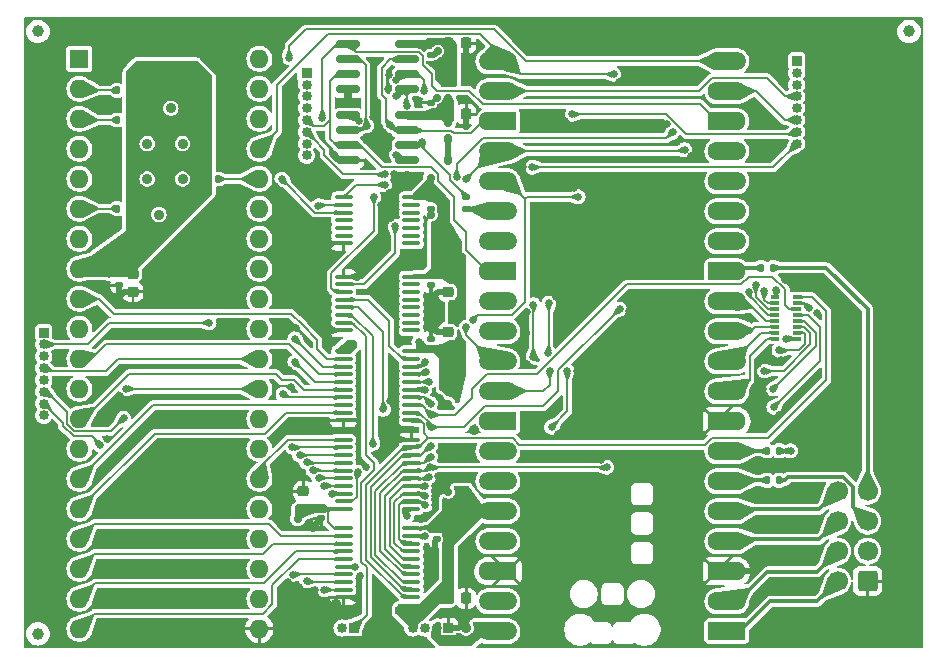
<source format=gbr>
%TF.GenerationSoftware,KiCad,Pcbnew,8.0.1*%
%TF.CreationDate,2024-04-17T16:23:31+02:00*%
%TF.ProjectId,protoA,70726f74-6f41-42e6-9b69-6361645f7063,rev?*%
%TF.SameCoordinates,PX7e13640PY4c4b400*%
%TF.FileFunction,Copper,L1,Top*%
%TF.FilePolarity,Positive*%
%FSLAX46Y46*%
G04 Gerber Fmt 4.6, Leading zero omitted, Abs format (unit mm)*
G04 Created by KiCad (PCBNEW 8.0.1) date 2024-04-17 16:23:31*
%MOMM*%
%LPD*%
G01*
G04 APERTURE LIST*
G04 Aperture macros list*
%AMRoundRect*
0 Rectangle with rounded corners*
0 $1 Rounding radius*
0 $2 $3 $4 $5 $6 $7 $8 $9 X,Y pos of 4 corners*
0 Add a 4 corners polygon primitive as box body*
4,1,4,$2,$3,$4,$5,$6,$7,$8,$9,$2,$3,0*
0 Add four circle primitives for the rounded corners*
1,1,$1+$1,$2,$3*
1,1,$1+$1,$4,$5*
1,1,$1+$1,$6,$7*
1,1,$1+$1,$8,$9*
0 Add four rect primitives between the rounded corners*
20,1,$1+$1,$2,$3,$4,$5,0*
20,1,$1+$1,$4,$5,$6,$7,0*
20,1,$1+$1,$6,$7,$8,$9,0*
20,1,$1+$1,$8,$9,$2,$3,0*%
%AMFreePoly0*
4,1,28,0.178017,0.779942,0.347107,0.720775,0.498792,0.625465,0.625465,0.498792,0.720775,0.347107,0.779942,0.178017,0.800000,0.000000,0.779942,-0.178017,0.720775,-0.347107,0.625465,-0.498792,0.498792,-0.625465,0.347107,-0.720775,0.178017,-0.779942,0.000000,-0.800000,-2.200000,-0.800000,-2.205014,-0.794986,-2.244504,-0.794986,-2.324698,-0.756366,-2.380194,-0.686777,-2.400000,-0.600000,
-2.400000,0.600000,-2.380194,0.686777,-2.324698,0.756366,-2.244504,0.794986,-2.205014,0.794986,-2.200000,0.800000,0.000000,0.800000,0.178017,0.779942,0.178017,0.779942,$1*%
%AMFreePoly1*
4,1,28,0.605014,0.794986,0.644504,0.794986,0.724698,0.756366,0.780194,0.686777,0.800000,0.600000,0.800000,-0.600000,0.780194,-0.686777,0.724698,-0.756366,0.644504,-0.794986,0.605014,-0.794986,0.600000,-0.800000,0.000000,-0.800000,-0.178017,-0.779942,-0.347107,-0.720775,-0.498792,-0.625465,-0.625465,-0.498792,-0.720775,-0.347107,-0.779942,-0.178017,-0.800000,0.000000,-0.779942,0.178017,
-0.720775,0.347107,-0.625465,0.498792,-0.498792,0.625465,-0.347107,0.720775,-0.178017,0.779942,0.000000,0.800000,0.600000,0.800000,0.605014,0.794986,0.605014,0.794986,$1*%
%AMFreePoly2*
4,1,29,0.605014,0.794986,0.644504,0.794986,0.724698,0.756366,0.780194,0.686777,0.800000,0.600000,0.800000,-0.600000,0.780194,-0.686777,0.724698,-0.756366,0.644504,-0.794986,0.605014,-0.794986,0.600000,-0.800000,0.000000,-0.800000,-1.600000,-0.800000,-1.778017,-0.779942,-1.947107,-0.720775,-2.098792,-0.625465,-2.225465,-0.498792,-2.320775,-0.347107,-2.379942,-0.178017,-2.400000,0.000000,
-2.379942,0.178017,-2.320775,0.347107,-2.225465,0.498792,-2.098792,0.625465,-1.947107,0.720775,-1.778017,0.779942,-1.600000,0.800000,0.600000,0.800000,0.605014,0.794986,0.605014,0.794986,$1*%
%AMFreePoly3*
4,1,28,0.178017,0.779942,0.347107,0.720775,0.498792,0.625465,0.625465,0.498792,0.720775,0.347107,0.779942,0.178017,0.800000,0.000000,0.779942,-0.178017,0.720775,-0.347107,0.625465,-0.498792,0.498792,-0.625465,0.347107,-0.720775,0.178017,-0.779942,0.000000,-0.800000,-0.600000,-0.800000,-0.605014,-0.794986,-0.644504,-0.794986,-0.724698,-0.756366,-0.780194,-0.686777,-0.800000,-0.600000,
-0.800000,0.600000,-0.780194,0.686777,-0.724698,0.756366,-0.644504,0.794986,-0.605014,0.794986,-0.600000,0.800000,0.000000,0.800000,0.178017,0.779942,0.178017,0.779942,$1*%
%AMFreePoly4*
4,1,29,1.778017,0.779942,1.947107,0.720775,2.098792,0.625465,2.225465,0.498792,2.320775,0.347107,2.379942,0.178017,2.400000,0.000000,2.379942,-0.178017,2.320775,-0.347107,2.225465,-0.498792,2.098792,-0.625465,1.947107,-0.720775,1.778017,-0.779942,1.600000,-0.800000,0.000000,-0.800000,-0.600000,-0.800000,-0.605014,-0.794986,-0.644504,-0.794986,-0.724698,-0.756366,-0.780194,-0.686777,
-0.800000,-0.600000,-0.800000,0.600000,-0.780194,0.686777,-0.724698,0.756366,-0.644504,0.794986,-0.605014,0.794986,-0.600000,0.800000,1.600000,0.800000,1.778017,0.779942,1.778017,0.779942,$1*%
G04 Aperture macros list end*
%TA.AperFunction,ComponentPad*%
%ADD10R,0.850000X0.850000*%
%TD*%
%TA.AperFunction,ComponentPad*%
%ADD11O,0.850000X0.850000*%
%TD*%
%TA.AperFunction,ComponentPad*%
%ADD12RoundRect,0.250000X0.600000X0.600000X-0.600000X0.600000X-0.600000X-0.600000X0.600000X-0.600000X0*%
%TD*%
%TA.AperFunction,ComponentPad*%
%ADD13C,1.700000*%
%TD*%
%TA.AperFunction,SMDPad,CuDef*%
%ADD14RoundRect,0.140000X-0.170000X0.140000X-0.170000X-0.140000X0.170000X-0.140000X0.170000X0.140000X0*%
%TD*%
%TA.AperFunction,SMDPad,CuDef*%
%ADD15RoundRect,0.135000X0.135000X0.185000X-0.135000X0.185000X-0.135000X-0.185000X0.135000X-0.185000X0*%
%TD*%
%TA.AperFunction,SMDPad,CuDef*%
%ADD16RoundRect,0.150000X-0.825000X-0.150000X0.825000X-0.150000X0.825000X0.150000X-0.825000X0.150000X0*%
%TD*%
%TA.AperFunction,SMDPad,CuDef*%
%ADD17RoundRect,0.140000X0.170000X-0.140000X0.170000X0.140000X-0.170000X0.140000X-0.170000X-0.140000X0*%
%TD*%
%TA.AperFunction,SMDPad,CuDef*%
%ADD18RoundRect,0.100000X-0.637500X-0.100000X0.637500X-0.100000X0.637500X0.100000X-0.637500X0.100000X0*%
%TD*%
%TA.AperFunction,SMDPad,CuDef*%
%ADD19RoundRect,0.225000X-0.225000X-0.250000X0.225000X-0.250000X0.225000X0.250000X-0.225000X0.250000X0*%
%TD*%
%TA.AperFunction,SMDPad,CuDef*%
%ADD20C,1.000000*%
%TD*%
%TA.AperFunction,SMDPad,CuDef*%
%ADD21RoundRect,0.225000X-0.250000X0.225000X-0.250000X-0.225000X0.250000X-0.225000X0.250000X0.225000X0*%
%TD*%
%TA.AperFunction,SMDPad,CuDef*%
%ADD22RoundRect,0.225000X0.250000X-0.225000X0.250000X0.225000X-0.250000X0.225000X-0.250000X-0.225000X0*%
%TD*%
%TA.AperFunction,ComponentPad*%
%ADD23R,1.600000X1.600000*%
%TD*%
%TA.AperFunction,ComponentPad*%
%ADD24O,1.600000X1.600000*%
%TD*%
%TA.AperFunction,SMDPad,CuDef*%
%ADD25RoundRect,0.100000X0.637500X0.100000X-0.637500X0.100000X-0.637500X-0.100000X0.637500X-0.100000X0*%
%TD*%
%TA.AperFunction,SMDPad,CuDef*%
%ADD26R,0.800000X0.300000*%
%TD*%
%TA.AperFunction,SMDPad,CuDef*%
%ADD27RoundRect,0.135000X-0.135000X-0.185000X0.135000X-0.185000X0.135000X0.185000X-0.135000X0.185000X0*%
%TD*%
%TA.AperFunction,SMDPad,CuDef*%
%ADD28RoundRect,0.135000X0.185000X-0.135000X0.185000X0.135000X-0.185000X0.135000X-0.185000X-0.135000X0*%
%TD*%
%TA.AperFunction,ComponentPad*%
%ADD29RoundRect,0.200000X0.600000X0.600000X-0.600000X0.600000X-0.600000X-0.600000X0.600000X-0.600000X0*%
%TD*%
%TA.AperFunction,SMDPad,CuDef*%
%ADD30FreePoly0,180.000000*%
%TD*%
%TA.AperFunction,ComponentPad*%
%ADD31C,1.600000*%
%TD*%
%TA.AperFunction,SMDPad,CuDef*%
%ADD32RoundRect,0.800000X0.800000X0.000010X-0.800000X0.000010X-0.800000X-0.000010X0.800000X-0.000010X0*%
%TD*%
%TA.AperFunction,ComponentPad*%
%ADD33FreePoly1,180.000000*%
%TD*%
%TA.AperFunction,SMDPad,CuDef*%
%ADD34FreePoly2,180.000000*%
%TD*%
%TA.AperFunction,ComponentPad*%
%ADD35FreePoly3,180.000000*%
%TD*%
%TA.AperFunction,SMDPad,CuDef*%
%ADD36FreePoly4,180.000000*%
%TD*%
%TA.AperFunction,ViaPad*%
%ADD37C,0.900000*%
%TD*%
%TA.AperFunction,ViaPad*%
%ADD38C,0.650000*%
%TD*%
%TA.AperFunction,ViaPad*%
%ADD39C,0.700000*%
%TD*%
%TA.AperFunction,Conductor*%
%ADD40C,0.500000*%
%TD*%
%TA.AperFunction,Conductor*%
%ADD41C,0.300000*%
%TD*%
%TA.AperFunction,Conductor*%
%ADD42C,0.200000*%
%TD*%
G04 APERTURE END LIST*
D10*
%TO.P,J4,1,Pin_1*%
%TO.N,GND*%
X24300000Y49000000D03*
D11*
%TO.P,J4,2,Pin_2*%
%TO.N,/CLK*%
X24300000Y48000000D03*
%TO.P,J4,3,Pin_3*%
%TO.N,/SIO0*%
X24300000Y47000000D03*
%TO.P,J4,4,Pin_4*%
%TO.N,/SIO1*%
X24300000Y46000000D03*
%TO.P,J4,5,Pin_5*%
%TO.N,/SIO2*%
X24300000Y45000000D03*
%TO.P,J4,6,Pin_6*%
%TO.N,/SIO3*%
X24300000Y44000000D03*
%TO.P,J4,7,Pin_7*%
%TO.N,/CE0*%
X24300000Y43000000D03*
%TO.P,J4,8,Pin_8*%
%TO.N,/CE1*%
X24300000Y42000000D03*
%TD*%
D12*
%TO.P,J6,1,Pin_1*%
%TO.N,GND*%
X71800000Y5960000D03*
D13*
%TO.P,J6,2,Pin_2*%
%TO.N,/PIX0*%
X69260000Y5960000D03*
%TO.P,J6,3,Pin_3*%
%TO.N,/UART_RX_C*%
X71800000Y8500000D03*
%TO.P,J6,4,Pin_4*%
%TO.N,/PIX1*%
X69260000Y8500000D03*
%TO.P,J6,5,Pin_5*%
%TO.N,/UART_TX_C*%
X71800000Y11040000D03*
%TO.P,J6,6,Pin_6*%
%TO.N,/PIX2*%
X69260000Y11040000D03*
%TO.P,J6,7,Pin_7*%
%TO.N,/PIXCLK*%
X71800000Y13580000D03*
%TO.P,J6,8,Pin_8*%
%TO.N,/PIX3*%
X69260000Y13580000D03*
%TD*%
D14*
%TO.P,C14,1*%
%TO.N,+3V3*%
X35300000Y10460000D03*
%TO.P,C14,2*%
%TO.N,GND*%
X35300000Y9500000D03*
%TD*%
D15*
%TO.P,R2,1*%
%TO.N,/UART_RX_C*%
X64300000Y17000000D03*
%TO.P,R2,2*%
%TO.N,/UART_RX*%
X63280000Y17000000D03*
%TD*%
%TO.P,R5,1*%
%TO.N,+3V3*%
X9300000Y47510000D03*
%TO.P,R5,2*%
%TO.N,Net-(U2-RDY)*%
X8280000Y47510000D03*
%TD*%
D14*
%TO.P,C6,1*%
%TO.N,+3V3*%
X8400000Y31960000D03*
%TO.P,C6,2*%
%TO.N,GND*%
X8400000Y31000000D03*
%TD*%
D16*
%TO.P,U4,1,~{CE}*%
%TO.N,/CE1*%
X27825000Y45405000D03*
%TO.P,U4,2,SO/SIO1*%
%TO.N,/SIO1*%
X27825000Y44135000D03*
%TO.P,U4,3,SIO2*%
%TO.N,/SIO2*%
X27825000Y42865000D03*
%TO.P,U4,4,VSS*%
%TO.N,GND*%
X27825000Y41595000D03*
%TO.P,U4,5,SI/SIO0*%
%TO.N,/SIO0*%
X32775000Y41595000D03*
%TO.P,U4,6,SCLK*%
%TO.N,/CLK*%
X32775000Y42865000D03*
%TO.P,U4,7,SIO3*%
%TO.N,/SIO3*%
X32775000Y44135000D03*
%TO.P,U4,8,VCC*%
%TO.N,+3V3*%
X32775000Y45405000D03*
%TD*%
D17*
%TO.P,C10,1*%
%TO.N,+3V3*%
X34800000Y45500000D03*
%TO.P,C10,2*%
%TO.N,GND*%
X34800000Y46460000D03*
%TD*%
D18*
%TO.P,U7,1,DIR*%
%TO.N,+3V3*%
X27437500Y25425000D03*
%TO.P,U7,2,A1*%
%TO.N,/A0*%
X27437500Y24775000D03*
%TO.P,U7,3,A2*%
%TO.N,/A1*%
X27437500Y24125000D03*
%TO.P,U7,4,A3*%
%TO.N,/A2*%
X27437500Y23475000D03*
%TO.P,U7,5,A4*%
%TO.N,/A3*%
X27437500Y22825000D03*
%TO.P,U7,6,A5*%
%TO.N,/A4*%
X27437500Y22175000D03*
%TO.P,U7,7,A6*%
%TO.N,/A5*%
X27437500Y21525000D03*
%TO.P,U7,8,A7*%
%TO.N,/A6*%
X27437500Y20875000D03*
%TO.P,U7,9,A8*%
%TO.N,/A7*%
X27437500Y20225000D03*
%TO.P,U7,10,GND*%
%TO.N,GND*%
X27437500Y19575000D03*
%TO.P,U7,11,B8*%
%TO.N,/BUS7*%
X33162500Y19575000D03*
%TO.P,U7,12,B7*%
%TO.N,/BUS6*%
X33162500Y20225000D03*
%TO.P,U7,13,B6*%
%TO.N,/BUS5*%
X33162500Y20875000D03*
%TO.P,U7,14,B5*%
%TO.N,/BUS4*%
X33162500Y21525000D03*
%TO.P,U7,15,B4*%
%TO.N,/BUS3*%
X33162500Y22175000D03*
%TO.P,U7,16,B3*%
%TO.N,/BUS2*%
X33162500Y22825000D03*
%TO.P,U7,17,B2*%
%TO.N,/BUS1*%
X33162500Y23475000D03*
%TO.P,U7,18,B1*%
%TO.N,/BUS0*%
X33162500Y24125000D03*
%TO.P,U7,19,~{OE}*%
%TO.N,/OE0*%
X33162500Y24775000D03*
%TO.P,U7,20,VCC*%
%TO.N,+3V3*%
X33162500Y25425000D03*
%TD*%
D19*
%TO.P,C9,1*%
%TO.N,+3V3*%
X36250000Y45500000D03*
%TO.P,C9,2*%
%TO.N,GND*%
X37800000Y45500000D03*
%TD*%
D16*
%TO.P,U3,1,~{CE}*%
%TO.N,/CE0*%
X27825000Y51405000D03*
%TO.P,U3,2,SO/SIO1*%
%TO.N,/SIO1*%
X27825000Y50135000D03*
%TO.P,U3,3,SIO2*%
%TO.N,/SIO2*%
X27825000Y48865000D03*
%TO.P,U3,4,VSS*%
%TO.N,GND*%
X27825000Y47595000D03*
%TO.P,U3,5,SI/SIO0*%
%TO.N,/SIO0*%
X32775000Y47595000D03*
%TO.P,U3,6,SCLK*%
%TO.N,/CLK*%
X32775000Y48865000D03*
%TO.P,U3,7,SIO3*%
%TO.N,/SIO3*%
X32775000Y50135000D03*
%TO.P,U3,8,VCC*%
%TO.N,+3V3*%
X32775000Y51405000D03*
%TD*%
D20*
%TO.P,FM3,*%
%TO.N,*%
X1550000Y1500000D03*
%TD*%
D21*
%TO.P,C1,1*%
%TO.N,+3V3*%
X36300000Y32000000D03*
%TO.P,C1,2*%
%TO.N,GND*%
X36300000Y30450000D03*
%TD*%
D14*
%TO.P,C2,1*%
%TO.N,+3V3*%
X34800000Y32000000D03*
%TO.P,C2,2*%
%TO.N,GND*%
X34800000Y31040000D03*
%TD*%
D10*
%TO.P,J3,1,Pin_1*%
%TO.N,/D0*%
X2050000Y27000000D03*
D11*
%TO.P,J3,2,Pin_2*%
%TO.N,/D1*%
X2050000Y26000000D03*
%TO.P,J3,3,Pin_3*%
%TO.N,/D2*%
X2050000Y25000000D03*
%TO.P,J3,4,Pin_4*%
%TO.N,/D3*%
X2050000Y24000000D03*
%TO.P,J3,5,Pin_5*%
%TO.N,/D4*%
X2050000Y23000000D03*
%TO.P,J3,6,Pin_6*%
%TO.N,/D5*%
X2050000Y22000000D03*
%TO.P,J3,7,Pin_7*%
%TO.N,/D6*%
X2050000Y21000000D03*
%TO.P,J3,8,Pin_8*%
%TO.N,/D7*%
X2050000Y20000000D03*
%TD*%
D22*
%TO.P,C5,1*%
%TO.N,GND*%
X9600000Y30450000D03*
%TO.P,C5,2*%
%TO.N,+3V3*%
X9600000Y32000000D03*
%TD*%
D18*
%TO.P,U5,1*%
%TO.N,/~{VAB}*%
X27437500Y38450000D03*
%TO.P,U5,2*%
%TO.N,Net-(U2-VPA)*%
X27437500Y37800000D03*
%TO.P,U5,3*%
%TO.N,Net-(U2-VDA)*%
X27437500Y37150000D03*
%TO.P,U5,4*%
%TO.N,unconnected-(U5-Pad4)*%
X27437500Y36500000D03*
%TO.P,U5,5*%
%TO.N,unconnected-(U5-Pad5)*%
X27437500Y35850000D03*
%TO.P,U5,6*%
%TO.N,unconnected-(U5-Pad6)*%
X27437500Y35200000D03*
%TO.P,U5,7,GND*%
%TO.N,GND*%
X27437500Y34550000D03*
%TO.P,U5,8*%
%TO.N,unconnected-(U5-Pad8)*%
X33162500Y34550000D03*
%TO.P,U5,9*%
%TO.N,unconnected-(U5-Pad9)*%
X33162500Y35200000D03*
%TO.P,U5,10*%
%TO.N,unconnected-(U5-Pad10)*%
X33162500Y35850000D03*
%TO.P,U5,11*%
%TO.N,unconnected-(U5-Pad11)*%
X33162500Y36500000D03*
%TO.P,U5,12*%
%TO.N,unconnected-(U5-Pad12)*%
X33162500Y37150000D03*
%TO.P,U5,13*%
%TO.N,unconnected-(U5-Pad13)*%
X33162500Y37800000D03*
%TO.P,U5,14,VCC*%
%TO.N,+3V3*%
X33162500Y38450000D03*
%TD*%
D19*
%TO.P,C15,1*%
%TO.N,+3V3*%
X36250000Y4500000D03*
%TO.P,C15,2*%
%TO.N,GND*%
X37800000Y4500000D03*
%TD*%
%TO.P,C7,1*%
%TO.N,+3V3*%
X36250000Y51500000D03*
%TO.P,C7,2*%
%TO.N,GND*%
X37800000Y51500000D03*
%TD*%
D22*
%TO.P,C3,1*%
%TO.N,+3V3*%
X24025000Y12000000D03*
%TO.P,C3,2*%
%TO.N,GND*%
X24025000Y13550000D03*
%TD*%
D18*
%TO.P,U9,1,DIR*%
%TO.N,+3V3*%
X27437500Y10425000D03*
%TO.P,U9,2,A1*%
%TO.N,/A8*%
X27437500Y9775000D03*
%TO.P,U9,3,A2*%
%TO.N,/A9*%
X27437500Y9125000D03*
%TO.P,U9,4,A3*%
%TO.N,/A10*%
X27437500Y8475000D03*
%TO.P,U9,5,A4*%
%TO.N,/A11*%
X27437500Y7825000D03*
%TO.P,U9,6,A5*%
%TO.N,/A12*%
X27437500Y7175000D03*
%TO.P,U9,7,A6*%
%TO.N,/A13*%
X27437500Y6525000D03*
%TO.P,U9,8,A7*%
%TO.N,/A14*%
X27437500Y5875000D03*
%TO.P,U9,9,A8*%
%TO.N,/A15*%
X27437500Y5225000D03*
%TO.P,U9,10,GND*%
%TO.N,GND*%
X27437500Y4575000D03*
%TO.P,U9,11,B8*%
%TO.N,/BUS7*%
X33162500Y4575000D03*
%TO.P,U9,12,B7*%
%TO.N,/BUS6*%
X33162500Y5225000D03*
%TO.P,U9,13,B6*%
%TO.N,/BUS5*%
X33162500Y5875000D03*
%TO.P,U9,14,B5*%
%TO.N,/BUS4*%
X33162500Y6525000D03*
%TO.P,U9,15,B4*%
%TO.N,/BUS3*%
X33162500Y7175000D03*
%TO.P,U9,16,B3*%
%TO.N,/BUS2*%
X33162500Y7825000D03*
%TO.P,U9,17,B2*%
%TO.N,/BUS1*%
X33162500Y8475000D03*
%TO.P,U9,18,B1*%
%TO.N,/BUS0*%
X33162500Y9125000D03*
%TO.P,U9,19,~{OE}*%
%TO.N,/OE1*%
X33162500Y9775000D03*
%TO.P,U9,20,VCC*%
%TO.N,+3V3*%
X33162500Y10425000D03*
%TD*%
D22*
%TO.P,C12,1*%
%TO.N,+3V3*%
X36300000Y25500000D03*
%TO.P,C12,2*%
%TO.N,GND*%
X36300000Y27050000D03*
%TD*%
D15*
%TO.P,R1,1*%
%TO.N,/UART_TX_C*%
X64300000Y14500000D03*
%TO.P,R1,2*%
%TO.N,/UART_TX*%
X63280000Y14500000D03*
%TD*%
D14*
%TO.P,C13,1*%
%TO.N,+3V3*%
X34800000Y38460000D03*
%TO.P,C13,2*%
%TO.N,GND*%
X34800000Y37500000D03*
%TD*%
D23*
%TO.P,U2,1,~{VP}*%
%TO.N,unconnected-(U2-~{VP}-Pad1)*%
X5060000Y50180000D03*
D24*
%TO.P,U2,2,RDY*%
%TO.N,Net-(U2-RDY)*%
X5060000Y47640000D03*
%TO.P,U2,3,~{ABORT}*%
%TO.N,/~{ABORT}*%
X5060000Y45100000D03*
%TO.P,U2,4,~{IRQ}*%
%TO.N,/~{IRQB}*%
X5060000Y42560000D03*
%TO.P,U2,5,~{ML}*%
%TO.N,unconnected-(U2-~{ML}-Pad5)*%
X5060000Y40020000D03*
%TO.P,U2,6,~{NMI}*%
%TO.N,/~{NMIB}*%
X5060000Y37480000D03*
%TO.P,U2,7,VPA*%
%TO.N,Net-(U2-VPA)*%
X5060000Y34940000D03*
%TO.P,U2,8,VDD*%
%TO.N,+3V3*%
X5060000Y32400000D03*
%TO.P,U2,9,A0*%
%TO.N,/A0*%
X5060000Y29860000D03*
%TO.P,U2,10,A1*%
%TO.N,/A1*%
X5060000Y27320000D03*
%TO.P,U2,11,A2*%
%TO.N,/A2*%
X5060000Y24780000D03*
%TO.P,U2,12,A3*%
%TO.N,/A3*%
X5060000Y22240000D03*
%TO.P,U2,13,A4*%
%TO.N,/A4*%
X5060000Y19700000D03*
%TO.P,U2,14,A5*%
%TO.N,/A5*%
X5060000Y17160000D03*
%TO.P,U2,15,A6*%
%TO.N,/A6*%
X5060000Y14620000D03*
%TO.P,U2,16,A7*%
%TO.N,/A7*%
X5060000Y12080000D03*
%TO.P,U2,17,A8*%
%TO.N,/A8*%
X5060000Y9540000D03*
%TO.P,U2,18,A9*%
%TO.N,/A9*%
X5060000Y7000000D03*
%TO.P,U2,19,A10*%
%TO.N,/A10*%
X5060000Y4460000D03*
%TO.P,U2,20,A11*%
%TO.N,/A11*%
X5060000Y1920000D03*
%TO.P,U2,21,VSS*%
%TO.N,GND*%
X20300000Y1920000D03*
%TO.P,U2,22,A12*%
%TO.N,/A12*%
X20300000Y4460000D03*
%TO.P,U2,23,A13*%
%TO.N,/A13*%
X20300000Y7000000D03*
%TO.P,U2,24,A14*%
%TO.N,/A14*%
X20300000Y9540000D03*
%TO.P,U2,25,A15*%
%TO.N,/A15*%
X20300000Y12080000D03*
%TO.P,U2,26,D7*%
%TO.N,/D7*%
X20300000Y14620000D03*
%TO.P,U2,27,D6*%
%TO.N,/D6*%
X20300000Y17160000D03*
%TO.P,U2,28,D5*%
%TO.N,/D5*%
X20300000Y19700000D03*
%TO.P,U2,29,D4*%
%TO.N,/D4*%
X20300000Y22240000D03*
%TO.P,U2,30,D3*%
%TO.N,/D3*%
X20300000Y24780000D03*
%TO.P,U2,31,D2*%
%TO.N,/D2*%
X20300000Y27320000D03*
%TO.P,U2,32,D1*%
%TO.N,/D1*%
X20300000Y29860000D03*
%TO.P,U2,33,D0*%
%TO.N,/D0*%
X20300000Y32400000D03*
%TO.P,U2,34,R/~{W}*%
%TO.N,/R~{WB}*%
X20300000Y34940000D03*
%TO.P,U2,35,E*%
%TO.N,unconnected-(U2-E-Pad35)*%
X20300000Y37480000D03*
%TO.P,U2,36,BE*%
%TO.N,Net-(U2-BE)*%
X20300000Y40020000D03*
%TO.P,U2,37,\u03D50*%
%TO.N,/PHI2*%
X20300000Y42560000D03*
%TO.P,U2,38,MX*%
%TO.N,unconnected-(U2-MX-Pad38)*%
X20300000Y45100000D03*
%TO.P,U2,39,VDA*%
%TO.N,Net-(U2-VDA)*%
X20300000Y47640000D03*
%TO.P,U2,40,~{RES}*%
%TO.N,/~{RESB}*%
X20300000Y50180000D03*
%TD*%
D25*
%TO.P,U8,1,DIR*%
%TO.N,/DIR*%
X33162500Y12075000D03*
%TO.P,U8,2,A1*%
%TO.N,/BUS0*%
X33162500Y12725000D03*
%TO.P,U8,3,A2*%
%TO.N,/BUS1*%
X33162500Y13375000D03*
%TO.P,U8,4,A3*%
%TO.N,/BUS2*%
X33162500Y14025000D03*
%TO.P,U8,5,A4*%
%TO.N,/BUS3*%
X33162500Y14675000D03*
%TO.P,U8,6,A5*%
%TO.N,/BUS4*%
X33162500Y15325000D03*
%TO.P,U8,7,A6*%
%TO.N,/BUS5*%
X33162500Y15975000D03*
%TO.P,U8,8,A7*%
%TO.N,/BUS6*%
X33162500Y16625000D03*
%TO.P,U8,9,A8*%
%TO.N,/BUS7*%
X33162500Y17275000D03*
%TO.P,U8,10,GND*%
%TO.N,GND*%
X33162500Y17925000D03*
%TO.P,U8,11,B8*%
%TO.N,/D7*%
X27437500Y17925000D03*
%TO.P,U8,12,B7*%
%TO.N,/D6*%
X27437500Y17275000D03*
%TO.P,U8,13,B6*%
%TO.N,/D5*%
X27437500Y16625000D03*
%TO.P,U8,14,B5*%
%TO.N,/D4*%
X27437500Y15975000D03*
%TO.P,U8,15,B4*%
%TO.N,/D3*%
X27437500Y15325000D03*
%TO.P,U8,16,B3*%
%TO.N,/D2*%
X27437500Y14675000D03*
%TO.P,U8,17,B2*%
%TO.N,/D1*%
X27437500Y14025000D03*
%TO.P,U8,18,B1*%
%TO.N,/D0*%
X27437500Y13375000D03*
%TO.P,U8,19,~{OE}*%
%TO.N,/OE2*%
X27437500Y12725000D03*
%TO.P,U8,20,VCC*%
%TO.N,+3V3*%
X27437500Y12075000D03*
%TD*%
D18*
%TO.P,U6,1,E*%
%TO.N,GND*%
X27437500Y31750000D03*
%TO.P,U6,2,A0*%
%TO.N,/BE1*%
X27437500Y31100000D03*
%TO.P,U6,3,A1*%
%TO.N,/BE0*%
X27437500Y30450000D03*
%TO.P,U6,4,O0*%
%TO.N,/OE0*%
X27437500Y29800000D03*
%TO.P,U6,5,O1*%
%TO.N,/OE1*%
X27437500Y29150000D03*
%TO.P,U6,6,O2*%
%TO.N,/OE2*%
X27437500Y28500000D03*
%TO.P,U6,7,O3*%
%TO.N,/VIA_CE*%
X27437500Y27850000D03*
%TO.P,U6,8,GND*%
%TO.N,GND*%
X27437500Y27200000D03*
%TO.P,U6,9,O3*%
%TO.N,unconnected-(U6B-O3-Pad9)*%
X33162500Y27200000D03*
%TO.P,U6,10,O2*%
%TO.N,unconnected-(U6B-O2-Pad10)*%
X33162500Y27850000D03*
%TO.P,U6,11,O1*%
%TO.N,unconnected-(U6B-O1-Pad11)*%
X33162500Y28500000D03*
%TO.P,U6,12,O0*%
%TO.N,unconnected-(U6B-O0-Pad12)*%
X33162500Y29150000D03*
%TO.P,U6,13,A1*%
%TO.N,unconnected-(U6B-A1-Pad13)*%
X33162500Y29800000D03*
%TO.P,U6,14,A0*%
%TO.N,unconnected-(U6B-A0-Pad14)*%
X33162500Y30450000D03*
%TO.P,U6,15,E*%
%TO.N,unconnected-(U6B-E-Pad15)*%
X33162500Y31100000D03*
%TO.P,U6,16,VCC*%
%TO.N,+3V3*%
X33162500Y31750000D03*
%TD*%
D26*
%TO.P,RN1,1,R1.1*%
%TO.N,/BUS0*%
X65800000Y26500000D03*
%TO.P,RN1,2,R2.1*%
%TO.N,/BUS1*%
X65800000Y27000000D03*
%TO.P,RN1,3,R3.1*%
%TO.N,/BUS2*%
X65800000Y27500000D03*
%TO.P,RN1,4,R4.1*%
%TO.N,/BUS3*%
X65800000Y28000000D03*
%TO.P,RN1,5,R5.1*%
%TO.N,/BUS4*%
X65800000Y28500000D03*
%TO.P,RN1,6,R6.1*%
%TO.N,/BUS5*%
X65800000Y29000000D03*
%TO.P,RN1,7,R7.1*%
%TO.N,/BUS6*%
X65800000Y29500000D03*
%TO.P,RN1,8,R8.1*%
%TO.N,/BUS7*%
X65800000Y30000000D03*
%TO.P,RN1,9,R8.2*%
%TO.N,Net-(RN1-R8.2)*%
X64000000Y30000000D03*
%TO.P,RN1,10,R7.2*%
%TO.N,Net-(RN1-R7.2)*%
X64000000Y29500000D03*
%TO.P,RN1,11,R6.2*%
%TO.N,Net-(RN1-R6.2)*%
X64000000Y29000000D03*
%TO.P,RN1,12,R5.2*%
%TO.N,Net-(RN1-R5.2)*%
X64000000Y28500000D03*
%TO.P,RN1,13,R4.2*%
%TO.N,Net-(RN1-R4.2)*%
X64000000Y28000000D03*
%TO.P,RN1,14,R3.2*%
%TO.N,Net-(RN1-R3.2)*%
X64000000Y27500000D03*
%TO.P,RN1,15,R2.2*%
%TO.N,Net-(RN1-R2.2)*%
X64000000Y27000000D03*
%TO.P,RN1,16,R1.2*%
%TO.N,Net-(RN1-R1.2)*%
X64000000Y26500000D03*
%TD*%
D10*
%TO.P,J2,1,Pin_1*%
%TO.N,/VIA_CE*%
X28300000Y2000000D03*
D11*
%TO.P,J2,2,Pin_2*%
%TO.N,/~{NMIB}*%
X27300000Y2000000D03*
%TD*%
D17*
%TO.P,C11,1*%
%TO.N,+3V3*%
X34800000Y25500000D03*
%TO.P,C11,2*%
%TO.N,GND*%
X34800000Y26460000D03*
%TD*%
D14*
%TO.P,C8,1*%
%TO.N,+3V3*%
X34800000Y51460000D03*
%TO.P,C8,2*%
%TO.N,GND*%
X34800000Y50500000D03*
%TD*%
D10*
%TO.P,J5,1,Pin_1*%
%TO.N,/PHI2*%
X65800000Y50000000D03*
D11*
%TO.P,J5,2,Pin_2*%
%TO.N,/R~{WB}*%
X65800000Y49000000D03*
%TO.P,J5,3,Pin_3*%
%TO.N,/DIR*%
X65800000Y48000000D03*
%TO.P,J5,4,Pin_4*%
%TO.N,/BE0*%
X65800000Y47000000D03*
%TO.P,J5,5,Pin_5*%
%TO.N,/BE1*%
X65800000Y46000000D03*
%TO.P,J5,6,Pin_6*%
%TO.N,/~{VAB}*%
X65800000Y45000000D03*
%TO.P,J5,7,Pin_7*%
%TO.N,/~{IRQB}*%
X65800000Y44000000D03*
%TO.P,J5,8,Pin_8*%
%TO.N,/~{RESB}*%
X65800000Y43000000D03*
%TD*%
D27*
%TO.P,R3,1*%
%TO.N,/~{ABORT}*%
X8280000Y45000000D03*
%TO.P,R3,2*%
%TO.N,+3V3*%
X9300000Y45000000D03*
%TD*%
D20*
%TO.P,FM2,*%
%TO.N,*%
X75300000Y52500000D03*
%TD*%
D14*
%TO.P,C4,1*%
%TO.N,+3V3*%
X25550000Y12230000D03*
%TO.P,C4,2*%
%TO.N,GND*%
X25550000Y11270000D03*
%TD*%
D28*
%TO.P,R8,1*%
%TO.N,Net-(U1-GPIO20)*%
X37800000Y37490000D03*
%TO.P,R8,2*%
%TO.N,/CLK*%
X37800000Y38510000D03*
%TD*%
D27*
%TO.P,R4,1*%
%TO.N,/~{NMIB}*%
X8280000Y37500000D03*
%TO.P,R4,2*%
%TO.N,+3V3*%
X9300000Y37500000D03*
%TD*%
D29*
%TO.P,U1,1,GPIO0*%
%TO.N,/PIX0*%
X59080000Y1720000D03*
D30*
X59080000Y1720000D03*
D31*
%TO.P,U1,2,GPIO1*%
%TO.N,/PIX1*%
X59080000Y4260000D03*
D32*
X59880000Y4260000D03*
D33*
%TO.P,U1,3,GND*%
%TO.N,GND*%
X59080000Y6800000D03*
D34*
X59080000Y6800000D03*
D31*
%TO.P,U1,4,GPIO2*%
%TO.N,/PIX2*%
X59080000Y9340000D03*
D32*
X59880000Y9340000D03*
D31*
%TO.P,U1,5,GPIO3*%
%TO.N,/PIX3*%
X59080000Y11880000D03*
D32*
X59880000Y11880000D03*
D31*
%TO.P,U1,6,GPIO4*%
%TO.N,/UART_TX*%
X59080000Y14420000D03*
D32*
X59880000Y14420000D03*
D31*
%TO.P,U1,7,GPIO5*%
%TO.N,/UART_RX*%
X59080000Y16960000D03*
D32*
X59880000Y16960000D03*
D33*
%TO.P,U1,8,GND*%
%TO.N,GND*%
X59080000Y19500000D03*
D34*
X59080000Y19500000D03*
D31*
%TO.P,U1,9,GPIO6*%
%TO.N,Net-(RN1-R1.2)*%
X59080000Y22040000D03*
D32*
X59880000Y22040000D03*
D31*
%TO.P,U1,10,GPIO7*%
%TO.N,Net-(RN1-R2.2)*%
X59080000Y24580000D03*
D32*
X59880000Y24580000D03*
D31*
%TO.P,U1,11,GPIO8*%
%TO.N,Net-(RN1-R3.2)*%
X59080000Y27120000D03*
D32*
X59880000Y27120000D03*
D31*
%TO.P,U1,12,GPIO9*%
%TO.N,Net-(RN1-R4.2)*%
X59080000Y29660000D03*
D32*
X59880000Y29660000D03*
D33*
%TO.P,U1,13,GPIO29*%
%TO.N,Net-(U1-GPIO29)*%
X59080000Y32200000D03*
D34*
X59080000Y32200000D03*
D31*
%TO.P,U1,14,GPIO10*%
%TO.N,Net-(RN1-R5.2)*%
X59080000Y34740000D03*
D32*
X59880000Y34740000D03*
D31*
%TO.P,U1,15,GPIO11*%
%TO.N,Net-(RN1-R6.2)*%
X59080000Y37280000D03*
D32*
X59880000Y37280000D03*
D31*
%TO.P,U1,16,GPIO12*%
%TO.N,Net-(RN1-R7.2)*%
X59080000Y39820000D03*
D32*
X59880000Y39820000D03*
D31*
%TO.P,U1,17,GPIO13*%
%TO.N,Net-(RN1-R8.2)*%
X59080000Y42360000D03*
D32*
X59880000Y42360000D03*
D33*
%TO.P,U1,18,GPIO25*%
%TO.N,/CE0*%
X59080000Y44900000D03*
D34*
X59080000Y44900000D03*
D31*
%TO.P,U1,19,GPIO14*%
%TO.N,/~{VAB}*%
X59080000Y47440000D03*
D32*
X59880000Y47440000D03*
D31*
%TO.P,U1,20,GPIO15*%
%TO.N,/R~{WB}*%
X59080000Y49980000D03*
D32*
X59880000Y49980000D03*
D31*
%TO.P,U1,21,GPIO16*%
%TO.N,/PHI2*%
X41300000Y49980000D03*
D32*
X40500000Y49980000D03*
D31*
%TO.P,U1,22,GPIO17*%
%TO.N,/BE0*%
X41300000Y47440000D03*
D32*
X40500000Y47440000D03*
D35*
%TO.P,U1,23,GPIO24*%
%TO.N,/SIO3*%
X41300000Y44900000D03*
D36*
X41300000Y44900000D03*
D31*
%TO.P,U1,24,GPIO18*%
%TO.N,/BE1*%
X41300000Y42360000D03*
D32*
X40500000Y42360000D03*
D31*
%TO.P,U1,25,GPIO19*%
%TO.N,/DIR*%
X41300000Y39820000D03*
D32*
X40500000Y39820000D03*
D31*
%TO.P,U1,26,GPIO20*%
%TO.N,Net-(U1-GPIO20)*%
X41300000Y37280000D03*
D32*
X40500000Y37280000D03*
D31*
%TO.P,U1,27,GPIO21*%
%TO.N,/SIO0*%
X41300000Y34740000D03*
D32*
X40500000Y34740000D03*
D35*
%TO.P,U1,28,GPIO23*%
%TO.N,/SIO2*%
X41300000Y32200000D03*
D36*
X41300000Y32200000D03*
D31*
%TO.P,U1,29,GPIO22*%
%TO.N,/SIO1*%
X41300000Y29660000D03*
D32*
X40500000Y29660000D03*
D31*
%TO.P,U1,30,RUN*%
%TO.N,unconnected-(U1-RUN-Pad30)*%
X41300000Y27120000D03*
D32*
%TO.N,unconnected-(U1-RUN-Pad30)_0*%
X40500000Y27120000D03*
D31*
%TO.P,U1,31,GPIO26_ADC0*%
%TO.N,/CE1*%
X41300000Y24580000D03*
D32*
X40500000Y24580000D03*
D31*
%TO.P,U1,32,GPIO27_ADC1*%
%TO.N,/~{RESB}*%
X41300000Y22040000D03*
D32*
X40500000Y22040000D03*
D35*
%TO.P,U1,33,AGND*%
%TO.N,unconnected-(U1-AGND-Pad33)*%
X41300000Y19500000D03*
D36*
%TO.N,unconnected-(U1-AGND-Pad33)_0*%
X41300000Y19500000D03*
D31*
%TO.P,U1,34,GPIO28_ADC2*%
%TO.N,/~{IRQB}*%
X41300000Y16960000D03*
D32*
X40500000Y16960000D03*
D31*
%TO.P,U1,35,ADC_VREF*%
%TO.N,unconnected-(U1-ADC_VREF-Pad35)_0*%
X41300000Y14420000D03*
D32*
%TO.N,unconnected-(U1-ADC_VREF-Pad35)*%
X40500000Y14420000D03*
D31*
%TO.P,U1,36,3V3*%
%TO.N,+3V3*%
X41300000Y11880000D03*
D32*
X40500000Y11880000D03*
D31*
%TO.P,U1,37,3V3_EN*%
%TO.N,unconnected-(U1-3V3_EN-Pad37)_0*%
X41300000Y9340000D03*
D32*
%TO.N,unconnected-(U1-3V3_EN-Pad37)*%
X40500000Y9340000D03*
D35*
%TO.P,U1,38,GND*%
%TO.N,GND*%
X41300000Y6800000D03*
D36*
X41300000Y6800000D03*
D31*
%TO.P,U1,39,VSYS*%
%TO.N,/VSYS*%
X41300000Y4260000D03*
D32*
X40500000Y4260000D03*
D31*
%TO.P,U1,40,VBUS*%
%TO.N,+5V*%
X41300000Y1720000D03*
D32*
X40500000Y1720000D03*
%TD*%
D20*
%TO.P,FM1,*%
%TO.N,*%
X1550000Y52500000D03*
%TD*%
D27*
%TO.P,R9,1*%
%TO.N,Net-(U1-GPIO29)*%
X62800000Y32500000D03*
%TO.P,R9,2*%
%TO.N,/PIXCLK*%
X63820000Y32500000D03*
%TD*%
%TO.P,R6,1*%
%TO.N,+3V3*%
X15800000Y40000000D03*
%TO.P,R6,2*%
%TO.N,Net-(U2-BE)*%
X16820000Y40000000D03*
%TD*%
D10*
%TO.P,J1,1,Pin_1*%
%TO.N,GND*%
X36300000Y2000000D03*
D11*
%TO.P,J1,2,Pin_2*%
%TO.N,+5V*%
X35300000Y2000000D03*
%TO.P,J1,3,Pin_3*%
%TO.N,/VSYS*%
X34300000Y2000000D03*
%TO.P,J1,4,Pin_4*%
%TO.N,+3V3*%
X33300000Y2000000D03*
%TD*%
D37*
%TO.N,GND*%
X37800000Y2000000D03*
X65800000Y34000000D03*
X63019230Y42389781D03*
X56800000Y13000000D03*
X47800000Y34000000D03*
X47800000Y31000000D03*
X8800000Y2000000D03*
X2101098Y3022528D03*
X42800000Y27000000D03*
D38*
X8477992Y21665000D03*
D37*
X2800000Y46000000D03*
D38*
X31432416Y36714604D03*
D37*
X74300000Y5000000D03*
X56808412Y19614145D03*
X50800000Y7000000D03*
D39*
X34800000Y37000000D03*
D37*
X62800000Y16000000D03*
X74300000Y13000000D03*
D38*
X22800000Y23800000D03*
D37*
X66800000Y19500000D03*
X17818543Y9523352D03*
X74800000Y22000000D03*
X30800000Y2000000D03*
X59800000Y52000000D03*
X7030653Y46258750D03*
X47800000Y10000000D03*
X50800000Y34000000D03*
X8800000Y14000000D03*
X8818543Y9523352D03*
D39*
X37800000Y50500000D03*
D37*
X74800000Y31000000D03*
X55800000Y2000000D03*
X47800000Y37000000D03*
D38*
X31375000Y21200000D03*
D37*
X56800000Y34000000D03*
X74800000Y25000000D03*
X68300000Y1500000D03*
X22155934Y14798682D03*
X56800000Y10000000D03*
X74800000Y43000000D03*
X53800000Y22000000D03*
D38*
X54801599Y44625780D03*
D37*
X11800000Y31000000D03*
D39*
X35402029Y50844396D03*
D37*
X65300000Y13000000D03*
X65300000Y2000000D03*
D39*
X36300000Y13500000D03*
D37*
X68800000Y52000000D03*
X44800000Y7000000D03*
X2800000Y43000000D03*
X14800000Y2000000D03*
X26800000Y4000000D03*
D38*
X35200000Y12400000D03*
D37*
X3300000Y51500000D03*
X74274693Y51474693D03*
X56800000Y24500000D03*
X14799999Y4415385D03*
X62213357Y45085185D03*
X47300000Y16500000D03*
X44804555Y4341514D03*
D38*
X62484313Y24315687D03*
D37*
X71800000Y46000000D03*
D38*
X64315231Y20034104D03*
D37*
X68800000Y40000000D03*
D38*
X42935993Y24383897D03*
D37*
X47800000Y22000000D03*
X2800000Y40000000D03*
X70800000Y23400000D03*
D38*
X46929946Y39209270D03*
D37*
X6800000Y40000000D03*
X17800000Y43000000D03*
X52384725Y44483187D03*
X38484505Y18776154D03*
X14800000Y31000000D03*
X65800000Y40000000D03*
X54179720Y13000001D03*
X74800000Y34000000D03*
X14818543Y9523352D03*
X3380492Y27167120D03*
D39*
X26300000Y27250000D03*
D38*
X35428579Y14889805D03*
D37*
X44800000Y10000000D03*
X53800000Y40000000D03*
X2000000Y14800000D03*
X68800000Y34000000D03*
X71300000Y31000000D03*
X65300000Y8000000D03*
X62800000Y13000000D03*
D38*
X30200000Y16758948D03*
D37*
X71300000Y34000000D03*
D38*
X67474571Y28663238D03*
D37*
X48800000Y3500000D03*
D38*
X45576805Y18397937D03*
D39*
X34800000Y27600000D03*
D37*
X50800000Y37000000D03*
X5800000Y52000000D03*
X56300000Y49000000D03*
X74800000Y49000000D03*
X2800000Y37000000D03*
X53800000Y37000000D03*
X50800000Y19000000D03*
X11799999Y4415385D03*
X36809780Y16850220D03*
X3340898Y24843703D03*
X45800000Y27000000D03*
D39*
X32000000Y18000000D03*
D37*
X32808412Y40260801D03*
X17800000Y46000000D03*
X47800000Y13000000D03*
D38*
X28800000Y6400000D03*
D37*
X71300000Y37000000D03*
X50800000Y52000000D03*
X23800000Y40000000D03*
X11800000Y2000000D03*
X17799999Y4415385D03*
X50800000Y27000000D03*
D39*
X35300000Y46900000D03*
X24800000Y10500000D03*
X28557929Y4500000D03*
D37*
X47800000Y52000000D03*
X22479169Y35982036D03*
X44800000Y2000000D03*
X69200000Y25800000D03*
X11800000Y7000000D03*
X56800000Y27000000D03*
X50800000Y24500000D03*
X17800000Y14000000D03*
X50800000Y40000000D03*
X74800000Y37000000D03*
X71800000Y52000000D03*
X47800000Y40000000D03*
D38*
X23400000Y27400000D03*
X31311598Y38814004D03*
D37*
X17800000Y7000000D03*
X69200000Y22600000D03*
X6800000Y36000000D03*
D38*
X42599997Y41000000D03*
D37*
X11800000Y52000000D03*
X65300000Y11000000D03*
D38*
X25000691Y5191695D03*
D37*
X12800000Y46000000D03*
X10800000Y43000000D03*
X17800000Y49000000D03*
X31115714Y30541099D03*
X74300000Y1500000D03*
D38*
X46138998Y44948000D03*
D37*
X62800000Y8000000D03*
X53800000Y49000000D03*
X47800000Y19000000D03*
X8800000Y7000000D03*
X71300000Y1500000D03*
D39*
X26634016Y42018962D03*
D37*
X6840217Y22914652D03*
X50800000Y13000000D03*
D39*
X27800000Y47000000D03*
D37*
X9800000Y18000000D03*
X62800000Y2000000D03*
D39*
X26300000Y34500000D03*
D37*
X11800000Y37000000D03*
X37800000Y8000000D03*
X14800000Y35000000D03*
X23800000Y34000000D03*
X7320045Y49659113D03*
D38*
X56865687Y41934313D03*
D37*
X49119010Y44483187D03*
X8800000Y52000000D03*
X70200000Y28400000D03*
D38*
X64842810Y31442811D03*
D37*
X44800000Y52000000D03*
X74800000Y28000000D03*
X68800000Y43000000D03*
X53800000Y52000000D03*
X62800000Y40000000D03*
X2101098Y9022528D03*
X54800000Y5000000D03*
X8799999Y4415385D03*
X23800000Y2000000D03*
D38*
X30800000Y44000000D03*
D37*
X47800000Y7000000D03*
X17800000Y12000000D03*
D38*
X23658399Y5494536D03*
D37*
X17800000Y2000000D03*
X14800000Y14000000D03*
D38*
X7440002Y17980002D03*
X64456893Y24715533D03*
D37*
X69800000Y16000000D03*
X68800000Y49000000D03*
X54179720Y10000001D03*
X74800000Y46000000D03*
X54179720Y7000001D03*
X2800000Y31000000D03*
D38*
X23000000Y22400000D03*
D37*
X71300000Y40000000D03*
X70800000Y4000000D03*
X56800000Y22000000D03*
X69800000Y19500000D03*
X50800000Y10000000D03*
X56800000Y37000000D03*
X56800000Y7000000D03*
D38*
X29339868Y15626285D03*
D37*
X74300000Y19500000D03*
X71800000Y43000000D03*
D39*
X37800000Y44500000D03*
D37*
X50800000Y22000000D03*
X23800000Y31000000D03*
X65800000Y37000000D03*
X3416425Y22688093D03*
D38*
X45434990Y29986613D03*
X8400000Y30000000D03*
D37*
X53800000Y16000000D03*
X53800000Y19000000D03*
X22155934Y11798682D03*
X74800000Y40000000D03*
X74300000Y16000000D03*
D38*
X31709435Y40391261D03*
D37*
X62800000Y11000000D03*
X17800000Y37000000D03*
X68800000Y37000000D03*
X25800000Y40000000D03*
D38*
X29938287Y45249102D03*
X10028295Y21001258D03*
D37*
X29817802Y33555605D03*
D38*
X30558109Y37800000D03*
X31222528Y47600000D03*
D37*
X65800000Y52000000D03*
D38*
X42924739Y28784871D03*
D37*
X13800000Y43000000D03*
X37710241Y14787851D03*
D38*
X50724001Y48201599D03*
D37*
X10800000Y40000000D03*
X44800000Y13000000D03*
X63161756Y36924284D03*
D38*
X21600000Y39400000D03*
D37*
X14800000Y12000000D03*
X2800000Y49000000D03*
X71800000Y49000000D03*
X2101098Y12022528D03*
D38*
X49222416Y16236146D03*
X62962911Y22226085D03*
D37*
X53800000Y34000000D03*
D38*
X22000000Y50200000D03*
D37*
X51300000Y3500000D03*
X68587692Y30331759D03*
D38*
X35557030Y21502629D03*
D37*
X2400000Y17000000D03*
X68800000Y46000000D03*
X65300000Y5545825D03*
X14800000Y52000000D03*
D38*
X51600000Y28800000D03*
D37*
X53800000Y27000000D03*
X62189100Y20148997D03*
X56800000Y52000000D03*
X2101098Y6022528D03*
D38*
X35200000Y14000000D03*
D37*
X74300000Y9000000D03*
D39*
X36300000Y21000000D03*
D37*
X18800000Y31000000D03*
D38*
X31234358Y48843762D03*
D37*
X56804555Y4341514D03*
D39*
X28550000Y31750000D03*
D37*
X62800000Y52000000D03*
X11800000Y12000000D03*
D38*
X16950248Y27912075D03*
D37*
X56800000Y40000000D03*
D38*
X35200000Y13200000D03*
D37*
X34800109Y7471759D03*
X44300000Y16500000D03*
D39*
X35000000Y30000000D03*
D37*
X11800000Y14000000D03*
X56800000Y16000000D03*
D38*
X47186837Y23715000D03*
D37*
X2800000Y34000000D03*
D38*
X22721818Y5858947D03*
D37*
X53800000Y24500000D03*
X13800000Y40000000D03*
D38*
%TO.N,+3V3*%
X9400000Y36600000D03*
D39*
X36300000Y41500000D03*
D38*
X9400000Y44000000D03*
X35400000Y32600000D03*
X33800000Y26200000D03*
D39*
X34796838Y40100000D03*
D38*
X15400000Y44400000D03*
D39*
X23550000Y11250000D03*
X15125735Y48825735D03*
X32300000Y3500000D03*
X36300000Y43500000D03*
D38*
X7600000Y32000000D03*
X35200000Y4600000D03*
D39*
X36300000Y44735000D03*
X36300000Y50100000D03*
X36300000Y48100000D03*
X36300000Y46900000D03*
D38*
X9400000Y46600000D03*
D39*
X28200000Y26000000D03*
D38*
X38400000Y11800000D03*
X15800000Y39000000D03*
%TO.N,/UART_RX_C*%
X65300000Y17000000D03*
%TO.N,/CLK*%
X34250000Y47500000D03*
X34050000Y43100000D03*
X31900000Y48400000D03*
%TO.N,/A3*%
X23300000Y24500000D03*
%TO.N,/BUS4*%
X34800000Y21000000D03*
X49703239Y15596761D03*
X63858845Y20691155D03*
X34762132Y15613603D03*
%TO.N,/A1*%
X23300000Y26500000D03*
%TO.N,/BUS1*%
X34379621Y23645416D03*
X34300000Y13199997D03*
X64300000Y25500000D03*
%TO.N,/BUS6*%
X34800000Y17410169D03*
X66804001Y29099517D03*
X50800000Y29000000D03*
X34800000Y19000000D03*
%TO.N,/BUS5*%
X34845993Y20045993D03*
X34800000Y16500000D03*
%TO.N,/BUS2*%
X63050000Y23750000D03*
X34300000Y14000000D03*
X34672827Y22861704D03*
%TO.N,/BUS3*%
X34287851Y22160421D03*
X63800000Y22250000D03*
X34633008Y14746582D03*
%TO.N,/A5*%
X22300000Y21800000D03*
%TO.N,/BUS0*%
X64900002Y26500000D03*
X34366798Y24472733D03*
X34356955Y12402024D03*
%TO.N,/D6*%
X6800000Y17500000D03*
X23100000Y17306329D03*
%TO.N,/D4*%
X24300000Y16025000D03*
X9050000Y22240000D03*
%TO.N,/PHI2*%
X50300000Y48880000D03*
%TO.N,/~{RESB}*%
X44887146Y23740000D03*
X43400000Y41000000D03*
X43499739Y29375628D03*
X43499739Y24951518D03*
%TO.N,/D3*%
X24841621Y15358242D03*
%TO.N,/D0*%
X26415687Y13375000D03*
%TO.N,/D2*%
X25310753Y14710230D03*
%TO.N,/R~{WB}*%
X22833553Y50280000D03*
%TO.N,/A12*%
X28400260Y7129283D03*
%TO.N,/A13*%
X23170092Y6521560D03*
%TO.N,/~{IRQB}*%
X44752296Y25300826D03*
X45050000Y19000000D03*
X46800000Y45500000D03*
X44800000Y29500000D03*
X46387503Y23740000D03*
%TO.N,/D5*%
X23700000Y16625000D03*
X8800000Y19750000D03*
%TO.N,Net-(U2-VPA)*%
X25300000Y37750000D03*
%TO.N,/A14*%
X24300000Y5972398D03*
%TO.N,Net-(U2-VDA)*%
X22200000Y40000000D03*
%TO.N,/D1*%
X25800000Y14025000D03*
X16050000Y27825000D03*
%TO.N,/A15*%
X25800000Y5225000D03*
%TO.N,/BE1*%
X37800000Y40000000D03*
X31808529Y36008529D03*
X56300000Y42500000D03*
%TO.N,/~{VAB}*%
X30900000Y39500000D03*
X37026002Y40202314D03*
X55300000Y44000000D03*
%TO.N,/DIR*%
X38375000Y28051726D03*
X47300000Y38500000D03*
X32800000Y11500000D03*
%TO.N,/SIO0*%
X31900000Y47001029D03*
X31909858Y42065643D03*
X32800000Y46205000D03*
%TO.N,/CE0*%
X25640396Y45188925D03*
%TO.N,/CE1*%
X28700265Y44933740D03*
X37775000Y27500000D03*
%TO.N,/SIO1*%
X29383109Y44516933D03*
%TO.N,/BE0*%
X29983109Y38500000D03*
%TO.N,/SIO3*%
X30900000Y40395000D03*
X31367501Y44567501D03*
%TO.N,/OE2*%
X28673961Y15182922D03*
X29900000Y17550000D03*
%TO.N,/OE1*%
X34300000Y9775000D03*
X30800000Y20500000D03*
%TO.N,Net-(RN1-R8.2)*%
X64050000Y30609274D03*
%TO.N,Net-(RN1-R5.2)*%
X61715289Y30475055D03*
%TO.N,Net-(RN1-R7.2)*%
X63050000Y30500000D03*
%TO.N,Net-(RN1-R6.2)*%
X62318975Y31000000D03*
%TD*%
D40*
%TO.N,GND*%
X34800000Y27600000D02*
X35350000Y27050000D01*
D41*
X34800000Y46460000D02*
X34860000Y46460000D01*
X26350000Y34550000D02*
X26300000Y34500000D01*
X34800000Y30200000D02*
X34800000Y31040000D01*
D40*
X26634016Y42018962D02*
X26634016Y41948250D01*
X35000000Y30000000D02*
X35450000Y30450000D01*
X25550000Y11270000D02*
X25550000Y11250000D01*
X34800000Y50500000D02*
X35057633Y50500000D01*
X9600000Y30450000D02*
X8850000Y30450000D01*
D41*
X27437500Y27200000D02*
X26350000Y27200000D01*
D40*
X35057633Y50500000D02*
X35402029Y50844396D01*
X26987266Y41595000D02*
X27825000Y41595000D01*
D41*
X34860000Y46460000D02*
X35300000Y46900000D01*
D40*
X26634016Y41948250D02*
X26987266Y41595000D01*
X61881436Y6800000D02*
X59080000Y6800000D01*
X25550000Y11250000D02*
X24800000Y10500000D01*
X35450000Y30450000D02*
X36300000Y30450000D01*
D41*
X27437500Y19575000D02*
X28475000Y19575000D01*
X33162500Y17925000D02*
X32075000Y17925000D01*
D40*
X34800000Y37500000D02*
X34800000Y37000000D01*
D41*
X27437500Y34550000D02*
X26350000Y34550000D01*
D40*
X27825000Y47025000D02*
X27800000Y47000000D01*
D41*
X27437500Y31750000D02*
X28550000Y31750000D01*
D40*
X27825000Y47595000D02*
X27825000Y47025000D01*
D41*
X34800000Y27600000D02*
X34800000Y26460000D01*
D40*
X37800000Y51500000D02*
X37800000Y50500000D01*
D41*
X32075000Y17925000D02*
X32000000Y18000000D01*
D40*
X35300000Y9500000D02*
X35200000Y9400000D01*
X8850000Y30450000D02*
X8400000Y30000000D01*
D41*
X35000000Y30000000D02*
X34800000Y30200000D01*
D40*
X8400000Y31000000D02*
X8400000Y30000000D01*
D41*
X26350000Y27200000D02*
X26300000Y27250000D01*
D40*
X61894182Y6812746D02*
X61881436Y6800000D01*
X35350000Y27050000D02*
X36300000Y27050000D01*
X37200000Y2000000D02*
X36300000Y2000000D01*
X37800000Y45500000D02*
X37800000Y44500000D01*
X35200000Y9400000D02*
X35200000Y8800000D01*
D41*
X28475000Y19575000D02*
X28550000Y19500000D01*
X28482929Y4575000D02*
X28557929Y4500000D01*
X27437500Y4575000D02*
X28482929Y4575000D01*
D42*
%TO.N,+3V3*%
X27437500Y10425000D02*
X26625000Y10425000D01*
D40*
X8320000Y32000000D02*
X8320000Y32270000D01*
X9400000Y46600000D02*
X9300000Y46700000D01*
X36250000Y46850000D02*
X36300000Y46900000D01*
D41*
X34705000Y45405000D02*
X34800000Y45500000D01*
X35225000Y10425000D02*
X35300000Y10500000D01*
D40*
X9300000Y43900000D02*
X9400000Y44000000D01*
D41*
X32775000Y45405000D02*
X34705000Y45405000D01*
X34750000Y38450000D02*
X34800000Y38500000D01*
D40*
X36300000Y48100000D02*
X36300000Y51450000D01*
D41*
X34725000Y25425000D02*
X34800000Y25500000D01*
D40*
X9400000Y44000000D02*
X9300000Y44100000D01*
D41*
X34800000Y51500000D02*
X36300000Y51500000D01*
X27437500Y12075000D02*
X26050000Y12075000D01*
D40*
X36250000Y50150000D02*
X36300000Y50100000D01*
D42*
X27437500Y25425000D02*
X27625000Y25425000D01*
D40*
X5460000Y32000000D02*
X5060000Y32400000D01*
X9400000Y36600000D02*
X9300000Y36700000D01*
D41*
X26050000Y12075000D02*
X25560000Y12075000D01*
X25560000Y12075000D02*
X25525000Y12040000D01*
D40*
X36300000Y51450000D02*
X36250000Y51500000D01*
D41*
X36300000Y44735000D02*
X36300000Y45450000D01*
D40*
X24300000Y12000000D02*
X25485000Y12000000D01*
D41*
X34840000Y40056838D02*
X34796838Y40100000D01*
X34800000Y45500000D02*
X36025000Y45500000D01*
D40*
X9300000Y36500000D02*
X9400000Y36600000D01*
X36250000Y51500000D02*
X36250000Y50150000D01*
D42*
X26110000Y10940000D02*
X26110000Y12015000D01*
D40*
X36300000Y41500000D02*
X36300000Y43500000D01*
D42*
X26625000Y10425000D02*
X26110000Y10940000D01*
X26110000Y12015000D02*
X26050000Y12075000D01*
D41*
X34705000Y51405000D02*
X34800000Y51500000D01*
D40*
X25485000Y12000000D02*
X25525000Y12040000D01*
X36250000Y45500000D02*
X36250000Y46850000D01*
D41*
X32775000Y51405000D02*
X34705000Y51405000D01*
D40*
X9300000Y46500000D02*
X9400000Y46600000D01*
D41*
X36300000Y45450000D02*
X36250000Y45500000D01*
D40*
X9310000Y47510000D02*
X9300000Y47510000D01*
X8300000Y31980000D02*
X8320000Y32000000D01*
D41*
%TO.N,/PIX2*%
X67710000Y9490000D02*
X69260000Y11040000D01*
X59190000Y9490000D02*
X67710000Y9490000D01*
%TO.N,/PIX1*%
X60960000Y4410000D02*
X63300000Y6750000D01*
X59190000Y4410000D02*
X60960000Y4410000D01*
X67510000Y6750000D02*
X69260000Y8500000D01*
X63300000Y6750000D02*
X67510000Y6750000D01*
%TO.N,/PIX3*%
X59190000Y12030000D02*
X67710000Y12030000D01*
X67710000Y12030000D02*
X69260000Y13580000D01*
%TO.N,/UART_RX_C*%
X64300000Y17000000D02*
X65300000Y17000000D01*
%TO.N,/UART_TX_C*%
X69757057Y14780000D02*
X70600000Y13937057D01*
X64300000Y14500000D02*
X64800000Y14500000D01*
X64800000Y14500000D02*
X65080000Y14780000D01*
X70600000Y12240000D02*
X71800000Y11040000D01*
X65080000Y14780000D02*
X69757057Y14780000D01*
X70600000Y13937057D02*
X70600000Y12240000D01*
%TO.N,/PIXCLK*%
X71800000Y13580000D02*
X71800000Y29000000D01*
X68300000Y32500000D02*
X63820000Y32500000D01*
X71800000Y29000000D02*
X68300000Y32500000D01*
%TO.N,/PIX0*%
X61170000Y1870000D02*
X63550000Y4250000D01*
X63550000Y4250000D02*
X67550000Y4250000D01*
X59190000Y1870000D02*
X61170000Y1870000D01*
X67550000Y4250000D02*
X69260000Y5960000D01*
%TO.N,/UART_TX*%
X59260000Y14500000D02*
X59190000Y14570000D01*
X63280000Y14500000D02*
X59260000Y14500000D01*
%TO.N,/UART_RX*%
X59300000Y17000000D02*
X59190000Y17110000D01*
X63280000Y17000000D02*
X59300000Y17000000D01*
D42*
%TO.N,/~{ABORT}*%
X8280000Y45000000D02*
X5160000Y45000000D01*
X5160000Y45000000D02*
X5060000Y45100000D01*
%TO.N,/~{NMIB}*%
X5080000Y37500000D02*
X5060000Y37480000D01*
X8280000Y37500000D02*
X5080000Y37500000D01*
%TO.N,Net-(U2-RDY)*%
X5190000Y47510000D02*
X5060000Y47640000D01*
X8280000Y47510000D02*
X5190000Y47510000D01*
%TO.N,Net-(U2-BE)*%
X16820000Y40000000D02*
X20280000Y40000000D01*
X20280000Y40000000D02*
X20300000Y40020000D01*
D41*
%TO.N,Net-(U1-GPIO20)*%
X37800000Y37490000D02*
X41350000Y37490000D01*
X41350000Y37490000D02*
X41410000Y37430000D01*
D42*
%TO.N,/CLK*%
X36426002Y39953785D02*
X37800000Y38579787D01*
X33815000Y42865000D02*
X32775000Y42865000D01*
X33935000Y42865000D02*
X36426002Y40373998D01*
X32365000Y48865000D02*
X31900000Y48400000D01*
X36426002Y40373998D02*
X36426002Y39953785D01*
X32775000Y48865000D02*
X32365000Y48865000D01*
X34250000Y47500000D02*
X34250000Y48364999D01*
X34250000Y48364999D02*
X33749999Y48865000D01*
X37800000Y38579787D02*
X37800000Y38510000D01*
X32775000Y42865000D02*
X33935000Y42865000D01*
X34050000Y43100000D02*
X33815000Y42865000D01*
X33749999Y48865000D02*
X32775000Y48865000D01*
D41*
%TO.N,Net-(U1-GPIO29)*%
X60400000Y32500000D02*
X62800000Y32500000D01*
X60100000Y32200000D02*
X60400000Y32500000D01*
X59080000Y32200000D02*
X60100000Y32200000D01*
D42*
%TO.N,/A3*%
X24975000Y22825000D02*
X23300000Y24500000D01*
X27437500Y22825000D02*
X24975000Y22825000D01*
%TO.N,/A7*%
X20747540Y18447540D02*
X11427540Y18447540D01*
X11427540Y18447540D02*
X5060000Y12080000D01*
X27437500Y20225000D02*
X22525000Y20225000D01*
X22525000Y20225000D02*
X20747540Y18447540D01*
%TO.N,/BUS4*%
X34770241Y21000000D02*
X34245241Y21525000D01*
X34800000Y21000000D02*
X34770241Y21000000D01*
X67800000Y27479901D02*
X66779901Y28500000D01*
X33162500Y6525000D02*
X32506544Y6525000D01*
X34778974Y15596761D02*
X34762132Y15613603D01*
X49703239Y15596761D02*
X34778974Y15596761D01*
X67800000Y24632310D02*
X67800000Y27479901D01*
X34473529Y15325000D02*
X33162500Y15325000D01*
X30525000Y13424999D02*
X32425001Y15325000D01*
X30525000Y8506544D02*
X30525000Y13424999D01*
X66779901Y28500000D02*
X65800000Y28500000D01*
X32506544Y6525000D02*
X30525000Y8506544D01*
X34762132Y15613603D02*
X34473529Y15325000D01*
X34245241Y21525000D02*
X33162500Y21525000D01*
X32425001Y15325000D02*
X33162500Y15325000D01*
X63858845Y20691155D02*
X67800000Y24632310D01*
%TO.N,/A2*%
X22800000Y26000000D02*
X7300000Y26000000D01*
X25325000Y23475000D02*
X22800000Y26000000D01*
X27437500Y23475000D02*
X25325000Y23475000D01*
X7300000Y26000000D02*
X6080000Y24780000D01*
X6080000Y24780000D02*
X5060000Y24780000D01*
%TO.N,/A1*%
X25675000Y24125000D02*
X27437500Y24125000D01*
X23300000Y26500000D02*
X25675000Y24125000D01*
%TO.N,/BUS1*%
X65950000Y25500000D02*
X66500000Y26050000D01*
X34300000Y13199997D02*
X34124997Y13375000D01*
X31725000Y12674999D02*
X32425001Y13375000D01*
X64300000Y25500000D02*
X65950000Y25500000D01*
X34124997Y13375000D02*
X33162500Y13375000D01*
X34379621Y23645416D02*
X34209205Y23475000D01*
X33162500Y8475000D02*
X32425001Y8475000D01*
X34209205Y23475000D02*
X33162500Y23475000D01*
X32425001Y8475000D02*
X31725000Y9175001D01*
X66500000Y26050000D02*
X66500000Y26950000D01*
X66450000Y27000000D02*
X65800000Y27000000D01*
X32425001Y13375000D02*
X33162500Y13375000D01*
X66500000Y26950000D02*
X66450000Y27000000D01*
X31725000Y9175001D02*
X31725000Y12674999D01*
%TO.N,/A6*%
X11315000Y20875000D02*
X5060000Y14620000D01*
X27437500Y20875000D02*
X11315000Y20875000D01*
%TO.N,/BUS6*%
X45625554Y23825554D02*
X45625554Y22042712D01*
X34800000Y19000000D02*
X34800000Y19243456D01*
X29725000Y8006544D02*
X29725000Y13924999D01*
X33162500Y5225000D02*
X32506544Y5225000D01*
X66804001Y29099517D02*
X66403518Y29500000D01*
X45625554Y22042712D02*
X44352278Y20769436D01*
X32425001Y16625000D02*
X33162500Y16625000D01*
X33818456Y20225000D02*
X33162500Y20225000D01*
X66403518Y29500000D02*
X65800000Y29500000D01*
X50800000Y29000000D02*
X45625554Y23825554D01*
X37637292Y19000000D02*
X34800000Y19000000D01*
X39406728Y20769436D02*
X37637292Y19000000D01*
X34800000Y17410169D02*
X34014831Y16625000D01*
X32506544Y5225000D02*
X29725000Y8006544D01*
X44352278Y20769436D02*
X39406728Y20769436D01*
X34014831Y16625000D02*
X33162500Y16625000D01*
X34800000Y19243456D02*
X33818456Y20225000D01*
X29725000Y13924999D02*
X32425001Y16625000D01*
%TO.N,/OE0*%
X31300000Y25900001D02*
X31300000Y28000000D01*
X33162500Y24775000D02*
X32425001Y24775000D01*
X29500000Y29800000D02*
X27437500Y29800000D01*
X32425001Y24775000D02*
X31300000Y25900001D01*
X31300000Y28000000D02*
X29500000Y29800000D01*
%TO.N,/BUS5*%
X43780000Y23480000D02*
X51389969Y31089969D01*
X33203187Y20834313D02*
X33162500Y20875000D01*
X38300000Y21500000D02*
X38300000Y22195636D01*
X32506544Y15975000D02*
X33162500Y15975000D01*
X63722447Y31750000D02*
X64800000Y30672447D01*
X34057673Y20834313D02*
X33203187Y20834313D01*
X32425001Y5875000D02*
X30125000Y8175001D01*
X34800000Y16500000D02*
X34275000Y15975000D01*
X38300000Y22195636D02*
X39584364Y23480000D01*
X36845993Y20045993D02*
X38300000Y21500000D01*
X34845993Y20045993D02*
X34057673Y20834313D01*
X61061967Y31089969D02*
X61721998Y31750000D01*
X65150000Y29000000D02*
X65800000Y29000000D01*
X39584364Y23480000D02*
X43780000Y23480000D01*
X33162500Y5875000D02*
X32425001Y5875000D01*
X34845993Y20045993D02*
X36845993Y20045993D01*
X64800000Y29350000D02*
X65150000Y29000000D01*
X61721998Y31750000D02*
X63722447Y31750000D01*
X30125000Y8175001D02*
X30125000Y13593456D01*
X64800000Y30672447D02*
X64800000Y29350000D01*
X51389969Y31089969D02*
X61061967Y31089969D01*
X30125000Y13593456D02*
X32506544Y15975000D01*
X34275000Y15975000D02*
X33162500Y15975000D01*
%TO.N,/A4*%
X5436827Y19700000D02*
X5060000Y19700000D01*
X23238173Y22975000D02*
X22225000Y22975000D01*
X27437500Y22175000D02*
X24038173Y22175000D01*
X22225000Y22975000D02*
X21700000Y23500000D01*
X21700000Y23500000D02*
X9236827Y23500000D01*
X24038173Y22175000D02*
X23238173Y22975000D01*
X9236827Y23500000D02*
X5436827Y19700000D01*
%TO.N,/BUS2*%
X66950000Y26994974D02*
X66444974Y27500000D01*
X32425001Y7825000D02*
X31325000Y8925001D01*
X33162500Y7825000D02*
X32425001Y7825000D01*
X63050000Y23750000D02*
X64694974Y23750000D01*
X31325000Y8925001D02*
X31325000Y12924999D01*
X66444974Y27500000D02*
X65800000Y27500000D01*
X33187500Y14000000D02*
X33162500Y14025000D01*
X31325000Y12924999D02*
X32425001Y14025000D01*
X32425001Y14025000D02*
X33162500Y14025000D01*
X34636123Y22825000D02*
X33162500Y22825000D01*
X34672827Y22861704D02*
X34636123Y22825000D01*
X34300000Y14000000D02*
X33187500Y14000000D01*
X64694974Y23750000D02*
X66950000Y26005026D01*
X66950000Y26005026D02*
X66950000Y26994974D01*
%TO.N,/BUS7*%
X67113173Y30000000D02*
X65800000Y30000000D01*
X33817643Y17275000D02*
X34602643Y18060000D01*
X33162500Y4575000D02*
X32506544Y4575000D01*
X32506544Y17275000D02*
X33162500Y17275000D01*
X58064364Y17500000D02*
X58624364Y18060000D01*
X41755636Y18060000D02*
X42315636Y17500000D01*
X58624364Y18060000D02*
X63360000Y18060000D01*
X34602643Y18060000D02*
X41755636Y18060000D01*
X68300000Y28813173D02*
X67113173Y30000000D01*
X68300000Y23000000D02*
X68300000Y28813173D01*
X34200000Y18462643D02*
X34602643Y18060000D01*
X34200000Y19259088D02*
X34200000Y18462643D01*
X29325000Y7756544D02*
X29325000Y14093456D01*
X63360000Y18060000D02*
X68300000Y23000000D01*
X33162500Y19575000D02*
X33884088Y19575000D01*
X33162500Y17275000D02*
X33817643Y17275000D01*
X33884088Y19575000D02*
X34200000Y19259088D01*
X42315636Y17500000D02*
X58064364Y17500000D01*
X32506544Y4575000D02*
X29325000Y7756544D01*
X29325000Y14093456D02*
X32506544Y17275000D01*
%TO.N,/A0*%
X25200000Y25600000D02*
X25200000Y26400000D01*
X27437500Y24775000D02*
X26025000Y24775000D01*
X23013173Y28600000D02*
X8000000Y28600000D01*
X8000000Y28600000D02*
X6740000Y29860000D01*
X6740000Y29860000D02*
X5060000Y29860000D01*
X23975000Y27625000D02*
X23975000Y27638173D01*
X23975000Y27638173D02*
X23013173Y28600000D01*
X26025000Y24775000D02*
X25200000Y25600000D01*
X25200000Y26400000D02*
X23975000Y27625000D01*
%TO.N,/BUS3*%
X34633008Y14746582D02*
X34486423Y14599997D01*
X34273272Y22175000D02*
X33162500Y22175000D01*
X63800000Y22250000D02*
X67450000Y25900000D01*
X34287851Y22160421D02*
X34273272Y22175000D01*
X30925000Y8675001D02*
X30925000Y13174999D01*
X33162500Y7175000D02*
X32425001Y7175000D01*
X34486423Y14599997D02*
X33237503Y14599997D01*
X32425001Y7175000D02*
X30925000Y8675001D01*
X67450000Y26989948D02*
X66439948Y28000000D01*
X67450000Y25900000D02*
X67450000Y26989948D01*
X66439948Y28000000D02*
X65800000Y28000000D01*
X30925000Y13174999D02*
X32425001Y14675000D01*
X32425001Y14675000D02*
X33162500Y14675000D01*
X33237503Y14599997D02*
X33162500Y14675000D01*
%TO.N,/A5*%
X22575000Y21525000D02*
X27437500Y21525000D01*
X22300000Y21800000D02*
X22575000Y21525000D01*
%TO.N,/BUS0*%
X65800000Y26500000D02*
X64900002Y26500000D01*
X32125000Y9506544D02*
X32125000Y12424999D01*
X34366798Y24472733D02*
X34019065Y24125000D01*
X32125000Y12424999D02*
X32425001Y12725000D01*
X34356955Y12402024D02*
X34222975Y12402024D01*
X34222975Y12402024D02*
X33899999Y12725000D01*
X32506544Y9125000D02*
X32125000Y9506544D01*
X33162500Y9125000D02*
X32506544Y9125000D01*
X33899999Y12725000D02*
X33162500Y12725000D01*
X34019065Y24125000D02*
X33162500Y24125000D01*
X32425001Y12725000D02*
X33162500Y12725000D01*
%TO.N,/D6*%
X2050000Y21000000D02*
X3660000Y19390000D01*
X4570101Y18210000D02*
X6090000Y18210000D01*
X6090000Y18210000D02*
X6800000Y17500000D01*
X23131329Y17275000D02*
X27437500Y17275000D01*
X3660000Y19390000D02*
X3660000Y19120101D01*
X23100000Y17306329D02*
X23131329Y17275000D01*
X3660000Y19120101D02*
X4570101Y18210000D01*
%TO.N,/D4*%
X24300000Y16025000D02*
X24350000Y15975000D01*
X9050000Y22240000D02*
X20300000Y22240000D01*
X24350000Y15975000D02*
X27437500Y15975000D01*
%TO.N,/A10*%
X6365683Y5765683D02*
X20701355Y5765683D01*
X20701355Y5765683D02*
X23410672Y8475000D01*
X5060000Y4460000D02*
X6365683Y5765683D01*
X23410672Y8475000D02*
X27437500Y8475000D01*
%TO.N,/PHI2*%
X41300000Y49980000D02*
X42400000Y48880000D01*
X42400000Y48880000D02*
X50300000Y48880000D01*
X26075000Y52275000D02*
X21800000Y48000000D01*
X41300000Y49980000D02*
X39005000Y52275000D01*
X21800000Y44060000D02*
X20300000Y42560000D01*
X21800000Y48000000D02*
X21800000Y44060000D01*
X39005000Y52275000D02*
X26075000Y52275000D01*
%TO.N,/~{RESB}*%
X44887146Y22587146D02*
X44340000Y22040000D01*
X65800000Y43000000D02*
X63800000Y41000000D01*
X43648482Y24951518D02*
X44000000Y24600000D01*
X43499739Y24951518D02*
X43648482Y24951518D01*
X44887146Y23740000D02*
X44887146Y22587146D01*
X44340000Y22040000D02*
X41300000Y22040000D01*
X63800000Y41000000D02*
X43400000Y41000000D01*
X43499739Y24951518D02*
X43499739Y29375628D01*
%TO.N,/A8*%
X27437500Y9775000D02*
X22090635Y9775000D01*
X6302696Y10782696D02*
X5060000Y9540000D01*
X21082939Y10782696D02*
X6302696Y10782696D01*
X22090635Y9775000D02*
X21082939Y10782696D01*
%TO.N,/D3*%
X7280000Y23730000D02*
X8330000Y24780000D01*
X2050000Y24000000D02*
X2320000Y23730000D01*
X24841621Y15358242D02*
X24874863Y15325000D01*
X8330000Y24780000D02*
X20300000Y24780000D01*
X2320000Y23730000D02*
X7280000Y23730000D01*
X24874863Y15325000D02*
X27437500Y15325000D01*
%TO.N,/D0*%
X26415687Y13375000D02*
X27437500Y13375000D01*
%TO.N,/D2*%
X25310753Y14710230D02*
X25345983Y14675000D01*
X25345983Y14675000D02*
X27437500Y14675000D01*
%TO.N,/R~{WB}*%
X24258553Y52675000D02*
X40160636Y52675000D01*
X22833553Y51250000D02*
X24258553Y52675000D01*
X40160636Y52675000D02*
X42855636Y49980000D01*
X42855636Y49980000D02*
X59080000Y49980000D01*
X22833553Y50280000D02*
X22833553Y51250000D01*
%TO.N,/A9*%
X21440635Y9125000D02*
X20590478Y8274843D01*
X20590478Y8274843D02*
X6334843Y8274843D01*
X27437500Y9125000D02*
X21440635Y9125000D01*
X6334843Y8274843D02*
X5060000Y7000000D01*
%TO.N,/A13*%
X23220930Y6572398D02*
X27390102Y6572398D01*
X23170092Y6521560D02*
X23220930Y6572398D01*
X27390102Y6572398D02*
X27437500Y6525000D01*
%TO.N,/~{IRQB}*%
X46387146Y20337146D02*
X45050000Y19000000D01*
X56450031Y43789969D02*
X54740000Y45500000D01*
X65800000Y44000000D02*
X65589969Y43789969D01*
X46387503Y23740000D02*
X46387146Y23739643D01*
X44800000Y25348530D02*
X44800000Y29500000D01*
X46387146Y23739643D02*
X46387146Y20337146D01*
X54740000Y45500000D02*
X46800000Y45500000D01*
X44752296Y25300826D02*
X44800000Y25348530D01*
X65589969Y43789969D02*
X56450031Y43789969D01*
%TO.N,/D5*%
X7700000Y18650000D02*
X4625075Y18650000D01*
X4010000Y19265075D02*
X4010000Y20290000D01*
X23700000Y16625000D02*
X27437500Y16625000D01*
X2300000Y22000000D02*
X2050000Y22000000D01*
X4010000Y20290000D02*
X2300000Y22000000D01*
X4625075Y18650000D02*
X4010000Y19265075D01*
X8800000Y19750000D02*
X7700000Y18650000D01*
%TO.N,Net-(U2-VPA)*%
X27437500Y37800000D02*
X25350000Y37800000D01*
X25350000Y37800000D02*
X25300000Y37750000D01*
%TO.N,/A14*%
X24300000Y5972398D02*
X24397398Y5875000D01*
X24397398Y5875000D02*
X27437500Y5875000D01*
%TO.N,Net-(U2-VDA)*%
X25050000Y37150000D02*
X22200000Y40000000D01*
X27437500Y37150000D02*
X25050000Y37150000D01*
%TO.N,/D7*%
X22725000Y17925000D02*
X20300000Y15500000D01*
X27437500Y17925000D02*
X22725000Y17925000D01*
X20300000Y15500000D02*
X20300000Y14620000D01*
%TO.N,/A11*%
X21400000Y5599997D02*
X21400000Y4004365D01*
X23625003Y7825000D02*
X21400000Y5599997D01*
X27437500Y7825000D02*
X23625003Y7825000D01*
X20595904Y3200269D02*
X6340269Y3200269D01*
X21400000Y4004365D02*
X20595904Y3200269D01*
X6340269Y3200269D02*
X5060000Y1920000D01*
%TO.N,/D1*%
X25800000Y14025000D02*
X27437500Y14025000D01*
X5785026Y26000000D02*
X7610026Y27825000D01*
X7610026Y27825000D02*
X16050000Y27825000D01*
X2050000Y26000000D02*
X5785026Y26000000D01*
%TO.N,/A15*%
X25800000Y5225000D02*
X27437500Y5225000D01*
%TO.N,/BE1*%
X37800000Y40000000D02*
X40160000Y42360000D01*
X31808529Y33758529D02*
X29150000Y31100000D01*
X31808529Y36008529D02*
X31808529Y33758529D01*
X56160000Y42360000D02*
X56300000Y42500000D01*
X41300000Y42360000D02*
X56160000Y42360000D01*
X40160000Y42360000D02*
X41300000Y42360000D01*
X29150000Y31100000D02*
X27437500Y31100000D01*
%TO.N,/~{VAB}*%
X28487500Y39500000D02*
X30900000Y39500000D01*
X62360000Y47440000D02*
X64800000Y45000000D01*
X59080000Y47440000D02*
X62360000Y47440000D01*
X64800000Y45000000D02*
X65800000Y45000000D01*
X27437500Y38450000D02*
X28487500Y39500000D01*
X39244364Y43460000D02*
X37026002Y41241638D01*
X54760000Y43460000D02*
X39244364Y43460000D01*
X55300000Y44000000D02*
X54760000Y43460000D01*
X37026002Y41241638D02*
X37026002Y40202314D01*
%TO.N,/SIO2*%
X26300000Y43415001D02*
X26300000Y45000000D01*
X25800000Y44500000D02*
X26300000Y45000000D01*
X24575000Y44725000D02*
X24600305Y44725000D01*
X36800000Y36500000D02*
X37800000Y35500000D01*
X27825000Y42865000D02*
X26850001Y42865000D01*
X26850001Y42865000D02*
X26300000Y43415001D01*
X26300000Y45000000D02*
X26300000Y48314999D01*
X26850001Y48865000D02*
X27825000Y48865000D01*
X33790552Y40995000D02*
X33795552Y41000000D01*
X36800000Y38472156D02*
X36800000Y36500000D01*
X39600000Y32200000D02*
X41300000Y32200000D01*
X28799999Y42865000D02*
X30669999Y40995000D01*
X30669999Y40995000D02*
X33790552Y40995000D01*
X35396838Y40403162D02*
X35396838Y39875318D01*
X27825000Y42865000D02*
X28799999Y42865000D01*
X34800000Y41000000D02*
X35396838Y40403162D01*
X33795552Y41000000D02*
X34800000Y41000000D01*
X24600305Y44725000D02*
X24825305Y44500000D01*
X24300000Y45000000D02*
X24575000Y44725000D01*
X26300000Y48314999D02*
X26850001Y48865000D01*
X37800000Y35500000D02*
X37800000Y34000000D01*
X37800000Y34000000D02*
X39600000Y32200000D01*
X35396838Y39875318D02*
X36800000Y38472156D01*
X24825305Y44500000D02*
X25800000Y44500000D01*
%TO.N,/DIR*%
X47300000Y38500000D02*
X42980000Y38500000D01*
X42980000Y38500000D02*
X42800000Y38320000D01*
D41*
X32550000Y12000000D02*
X32550000Y11750000D01*
D42*
X41695636Y28500000D02*
X42800000Y29604364D01*
D41*
X32550000Y11750000D02*
X32800000Y11500000D01*
D42*
X42800000Y38320000D02*
X41300000Y39820000D01*
X42800000Y29604364D02*
X42800000Y38320000D01*
X38375000Y28051726D02*
X38823274Y28500000D01*
X38823274Y28500000D02*
X41695636Y28500000D01*
%TO.N,/SIO0*%
X32775000Y47595000D02*
X32493971Y47595000D01*
X31909858Y42065643D02*
X31958805Y42065643D01*
X32775000Y46230000D02*
X32775000Y47595000D01*
X32429448Y41595000D02*
X32775000Y41595000D01*
X31958805Y42065643D02*
X32429448Y41595000D01*
X32493971Y47595000D02*
X31900000Y47001029D01*
X32800000Y46205000D02*
X32775000Y46230000D01*
%TO.N,/CE0*%
X34118198Y49681802D02*
X34118198Y50407354D01*
X57640000Y46340000D02*
X39244364Y46340000D01*
X34118198Y50407354D02*
X33790552Y50735000D01*
X26850001Y51405000D02*
X25640396Y50195395D01*
X39244364Y46340000D02*
X38084364Y47500000D01*
X34900000Y48900000D02*
X34118198Y49681802D01*
X38084364Y47500000D02*
X35300000Y47500000D01*
X33790552Y50735000D02*
X28495000Y50735000D01*
X35300000Y47500000D02*
X34900000Y47900000D01*
X27825000Y51405000D02*
X26850001Y51405000D01*
X25640396Y50195395D02*
X25640396Y45188925D01*
X59080000Y44900000D02*
X57640000Y46340000D01*
X34900000Y47900000D02*
X34900000Y48900000D01*
X28495000Y50735000D02*
X27825000Y51405000D01*
%TO.N,/CE1*%
X27825000Y45405000D02*
X28229005Y45405000D01*
X37775000Y27500000D02*
X37775000Y26798696D01*
X28229005Y45405000D02*
X28700265Y44933740D01*
X39993696Y24580000D02*
X41300000Y24580000D01*
X37775000Y26798696D02*
X39993696Y24580000D01*
%TO.N,/SIO1*%
X28799999Y50135000D02*
X29300000Y49634999D01*
X29300000Y49634999D02*
X29300000Y44635001D01*
X27825000Y50135000D02*
X28799999Y50135000D01*
X29300000Y44635001D02*
X28799999Y44135000D01*
X28799999Y44135000D02*
X27825000Y44135000D01*
%TO.N,/BE0*%
X29983109Y35601565D02*
X26400000Y32018456D01*
X26400000Y30750001D02*
X26700001Y30450000D01*
X58624365Y48540000D02*
X63260000Y48540000D01*
X64800000Y47000000D02*
X65800000Y47000000D01*
X29983109Y38500000D02*
X29983109Y35601565D01*
X26700001Y30450000D02*
X27437500Y30450000D01*
X57524365Y47440000D02*
X58624365Y48540000D01*
X41300000Y47440000D02*
X57524365Y47440000D01*
X26400000Y32018456D02*
X26400000Y30750001D01*
X63260000Y48540000D02*
X64800000Y47000000D01*
%TO.N,/SIO3*%
X32810000Y44100000D02*
X36548529Y44100000D01*
X25800000Y42004448D02*
X27409448Y40395000D01*
X25025000Y43275000D02*
X25800000Y42500000D01*
X25800000Y42500000D02*
X25800000Y42004448D01*
X25025000Y43300305D02*
X25025000Y43275000D01*
X31800001Y44135000D02*
X31367501Y44567501D01*
X31367501Y44573796D02*
X31000000Y44941297D01*
X31367501Y44567501D02*
X31367501Y44573796D01*
X24600305Y43725000D02*
X25025000Y43300305D01*
X32775000Y44135000D02*
X32810000Y44100000D01*
X24300000Y44000000D02*
X24575000Y43725000D01*
X32775000Y44135000D02*
X31800001Y44135000D01*
X24575000Y43725000D02*
X24600305Y43725000D01*
X27409448Y40395000D02*
X30900000Y40395000D01*
X39200000Y44900000D02*
X41300000Y44900000D01*
X30647528Y49447528D02*
X31335000Y50135000D01*
X36548529Y44100000D02*
X36748529Y43900000D01*
X31000000Y46800000D02*
X30647528Y47152472D01*
X36748529Y43900000D02*
X38200000Y43900000D01*
X31335000Y50135000D02*
X32775000Y50135000D01*
X31000000Y44941297D02*
X31000000Y46800000D01*
X30647528Y47152472D02*
X30647528Y49447528D01*
X38200000Y43900000D02*
X39200000Y44900000D01*
%TO.N,/OE2*%
X28174999Y12725000D02*
X27437500Y12725000D01*
X29900000Y17550000D02*
X29918290Y17568290D01*
X28525000Y13075001D02*
X28174999Y12725000D01*
X28093456Y28500000D02*
X27437500Y28500000D01*
X28673961Y15182922D02*
X28525000Y15033961D01*
X28525000Y15033961D02*
X28525000Y13075001D01*
X29918290Y17568290D02*
X29918290Y26675166D01*
X29918290Y26675166D02*
X28093456Y28500000D01*
%TO.N,/OE1*%
X30800000Y27012500D02*
X28662500Y29150000D01*
X28662500Y29150000D02*
X27437500Y29150000D01*
X30800000Y20500000D02*
X30800000Y27012500D01*
X33162500Y9775000D02*
X34300000Y9775000D01*
%TO.N,Net-(RN1-R8.2)*%
X64050000Y30609274D02*
X64000000Y30559274D01*
X64000000Y30559274D02*
X64000000Y30000000D01*
%TO.N,Net-(RN1-R3.2)*%
X62300000Y27500000D02*
X61800000Y27000000D01*
X59200000Y27000000D02*
X59080000Y27120000D01*
X61800000Y27000000D02*
X59200000Y27000000D01*
X64000000Y27500000D02*
X62300000Y27500000D01*
%TO.N,Net-(RN1-R5.2)*%
X61715289Y30144763D02*
X63360052Y28500000D01*
X61715289Y30475055D02*
X61715289Y30144763D01*
X63360052Y28500000D02*
X64000000Y28500000D01*
%TO.N,Net-(RN1-R2.2)*%
X62800000Y27000000D02*
X60380000Y24580000D01*
X60380000Y24580000D02*
X59080000Y24580000D01*
X64000000Y27000000D02*
X62800000Y27000000D01*
%TO.N,Net-(RN1-R4.2)*%
X63194491Y28000000D02*
X61747245Y29447246D01*
X64000000Y28000000D02*
X63194491Y28000000D01*
X61747245Y29447246D02*
X59292754Y29447246D01*
X59292754Y29447246D02*
X59080000Y29660000D01*
%TO.N,Net-(RN1-R7.2)*%
X63050000Y29800000D02*
X63350000Y29500000D01*
X63050000Y30500000D02*
X63050000Y29800000D01*
X63350000Y29500000D02*
X64000000Y29500000D01*
%TO.N,Net-(RN1-R1.2)*%
X64000000Y26500000D02*
X63300000Y26500000D01*
X60840000Y22040000D02*
X59080000Y22040000D01*
X61800000Y25000000D02*
X61800000Y23000000D01*
X63300000Y26500000D02*
X61800000Y25000000D01*
X61800000Y23000000D02*
X60840000Y22040000D01*
%TO.N,Net-(RN1-R6.2)*%
X63355026Y29000000D02*
X64000000Y29000000D01*
X62318975Y30036051D02*
X63355026Y29000000D01*
X62318975Y31000000D02*
X62318975Y30036051D01*
%TO.N,/VIA_CE*%
X29400000Y3100000D02*
X29400000Y7115859D01*
X28925000Y14259142D02*
X30000000Y15334142D01*
X28300000Y2000000D02*
X29400000Y3100000D01*
X29325000Y16635862D02*
X29325000Y26699999D01*
X30000000Y15960862D02*
X29325000Y16635862D01*
X29325000Y26699999D02*
X28174999Y27850000D01*
X28925000Y7590859D02*
X28925000Y14259142D01*
X30000000Y15334142D02*
X30000000Y15960862D01*
X28174999Y27850000D02*
X27437500Y27850000D01*
X29400000Y7115859D02*
X28925000Y7590859D01*
%TD*%
%TA.AperFunction,Conductor*%
%TO.N,/PHI2*%
G36*
X42036212Y50281242D02*
G01*
X42042541Y50274907D01*
X42042903Y50273902D01*
X42443839Y48981696D01*
X42444365Y48978229D01*
X42444365Y48795995D01*
X42440938Y48787722D01*
X42432665Y48784295D01*
X42429122Y48784844D01*
X41005981Y49237043D01*
X40999134Y49242815D01*
X40998373Y49251737D01*
X40998709Y49252659D01*
X41297146Y49975510D01*
X41303471Y49981849D01*
X41303489Y49981857D01*
X42027258Y50281247D01*
X42036212Y50281242D01*
G37*
%TD.AperFunction*%
%TD*%
%TA.AperFunction,Conductor*%
%TO.N,/BUS3*%
G36*
X33162666Y7375181D02*
G01*
X33170888Y7371632D01*
X33174192Y7363309D01*
X33174173Y7362803D01*
X33163779Y7184135D01*
X33159878Y7176074D01*
X33153411Y7173188D01*
X32429527Y7091489D01*
X32421320Y7093662D01*
X32223914Y7237654D01*
X32219250Y7245298D01*
X32221356Y7254002D01*
X32222530Y7255374D01*
X32350791Y7383635D01*
X32359063Y7387061D01*
X32359221Y7387061D01*
X33162666Y7375181D01*
G37*
%TD.AperFunction*%
%TD*%
%TA.AperFunction,Conductor*%
%TO.N,/OE2*%
G36*
X30018251Y18192935D02*
G01*
X30021026Y18188513D01*
X30196634Y17684776D01*
X30196121Y17675836D01*
X30190094Y17670128D01*
X29904508Y17550883D01*
X29895553Y17550858D01*
X29895492Y17550883D01*
X29610546Y17669860D01*
X29604232Y17676210D01*
X29604256Y17685163D01*
X29815283Y18189182D01*
X29821639Y18195488D01*
X29826075Y18196362D01*
X30009978Y18196362D01*
X30018251Y18192935D01*
G37*
%TD.AperFunction*%
%TD*%
%TA.AperFunction,Conductor*%
%TO.N,Net-(RN1-R6.2)*%
G36*
X63603873Y29148552D02*
G01*
X63756211Y29091567D01*
X63971705Y29010958D01*
X63978253Y29004850D01*
X63978564Y28995901D01*
X63972456Y28989353D01*
X63971705Y28989042D01*
X63603875Y28851450D01*
X63596076Y28851308D01*
X63458000Y28897334D01*
X63451235Y28903202D01*
X63450000Y28908434D01*
X63450000Y29091567D01*
X63453427Y29099840D01*
X63457998Y29102667D01*
X63596078Y29148693D01*
X63603873Y29148552D01*
G37*
%TD.AperFunction*%
%TD*%
%TA.AperFunction,Conductor*%
%TO.N,Net-(RN1-R2.2)*%
G36*
X63603873Y27148552D02*
G01*
X63756211Y27091567D01*
X63971705Y27010958D01*
X63978253Y27004850D01*
X63978564Y26995901D01*
X63972456Y26989353D01*
X63971705Y26989042D01*
X63603875Y26851450D01*
X63596076Y26851308D01*
X63458000Y26897334D01*
X63451235Y26903202D01*
X63450000Y26908434D01*
X63450000Y27091567D01*
X63453427Y27099840D01*
X63457998Y27102667D01*
X63596078Y27148693D01*
X63603873Y27148552D01*
G37*
%TD.AperFunction*%
%TD*%
%TA.AperFunction,Conductor*%
%TO.N,+5V*%
G36*
X35617539Y2480315D02*
G01*
X35663294Y2427511D01*
X35674500Y2376000D01*
X35674500Y1555248D01*
X35686131Y1496771D01*
X35686132Y1496770D01*
X35730447Y1430448D01*
X35796769Y1386133D01*
X35796770Y1386132D01*
X35855247Y1374501D01*
X35855250Y1374500D01*
X35855252Y1374500D01*
X36744750Y1374500D01*
X36744751Y1374501D01*
X36759568Y1377448D01*
X36803229Y1386132D01*
X36803229Y1386133D01*
X36803231Y1386133D01*
X36869552Y1430448D01*
X36912278Y1494392D01*
X36965890Y1539196D01*
X37015380Y1549500D01*
X37259304Y1549500D01*
X37259309Y1549500D01*
X37259313Y1549502D01*
X37262629Y1549938D01*
X37265439Y1549500D01*
X37267437Y1549500D01*
X37267437Y1549189D01*
X37331666Y1539177D01*
X37361048Y1519818D01*
X37404365Y1481443D01*
X37427762Y1460715D01*
X37567634Y1387304D01*
X37721014Y1349500D01*
X37721015Y1349500D01*
X37878985Y1349500D01*
X38032365Y1387304D01*
X38077231Y1410852D01*
X38172240Y1460717D01*
X38290483Y1565470D01*
X38380220Y1695477D01*
X38436237Y1843182D01*
X38455278Y2000000D01*
X38448470Y2056074D01*
X38436237Y2156819D01*
X38414992Y2212836D01*
X38380220Y2304523D01*
X38379505Y2305558D01*
X38379216Y2306435D01*
X38376733Y2311167D01*
X38377519Y2311580D01*
X38357621Y2371911D01*
X38375085Y2439563D01*
X38426351Y2487034D01*
X38481554Y2500000D01*
X39426000Y2500000D01*
X39493039Y2480315D01*
X39538794Y2427511D01*
X39550000Y2376000D01*
X39550000Y1559598D01*
X39530315Y1492559D01*
X39503462Y1462770D01*
X38333965Y527172D01*
X38269319Y500664D01*
X38256503Y500000D01*
X35601362Y500000D01*
X35534323Y519685D01*
X35513681Y536319D01*
X34836319Y1213681D01*
X34802834Y1275004D01*
X34800000Y1301362D01*
X34800000Y1584628D01*
X34819685Y1651667D01*
X34821951Y1655069D01*
X34857918Y1707176D01*
X34857919Y1707178D01*
X34857919Y1707179D01*
X34857921Y1707181D01*
X34911785Y1849209D01*
X34930094Y2000000D01*
X34923285Y2056076D01*
X34934745Y2124997D01*
X34958692Y2158693D01*
X35263683Y2463684D01*
X35325004Y2497166D01*
X35351362Y2500000D01*
X35550500Y2500000D01*
X35617539Y2480315D01*
G37*
%TD.AperFunction*%
%TD*%
%TA.AperFunction,Conductor*%
%TO.N,/A8*%
G36*
X6122709Y10739157D02*
G01*
X6125800Y10736940D01*
X6256939Y10605801D01*
X6260366Y10597528D01*
X6259748Y10593774D01*
X5803109Y9245679D01*
X5797209Y9238943D01*
X5788273Y9238351D01*
X5787568Y9238616D01*
X5506586Y9354623D01*
X5063787Y9537438D01*
X5057448Y9543763D01*
X5057437Y9543788D01*
X4758617Y10267566D01*
X4758628Y10276518D01*
X4764967Y10282843D01*
X4765663Y10283105D01*
X6113774Y10739749D01*
X6122709Y10739157D01*
G37*
%TD.AperFunction*%
%TD*%
%TA.AperFunction,Conductor*%
%TO.N,/DIR*%
G36*
X42036517Y40121372D02*
G01*
X42042842Y40115033D01*
X42043109Y40114322D01*
X42499748Y38766227D01*
X42499156Y38757291D01*
X42496939Y38754200D01*
X42365542Y38622803D01*
X42357269Y38619376D01*
X42354022Y38619836D01*
X40981184Y39016374D01*
X40974187Y39021962D01*
X40973191Y39030861D01*
X40973613Y39032071D01*
X41297437Y39816215D01*
X41303760Y39822552D01*
X42027565Y40121383D01*
X42036517Y40121372D01*
G37*
%TD.AperFunction*%
%TD*%
%TA.AperFunction,Conductor*%
%TO.N,/R~{WB}*%
G36*
X58778330Y50708267D02*
G01*
X58778644Y50707575D01*
X59079134Y49984490D01*
X59079144Y49975537D01*
X59079135Y49975515D01*
X59079134Y49975510D01*
X58778644Y49252426D01*
X58772305Y49246101D01*
X58763350Y49246112D01*
X58762658Y49246426D01*
X57486518Y49876781D01*
X57480618Y49883517D01*
X57480000Y49887271D01*
X57480000Y50072730D01*
X57483427Y50081003D01*
X57486516Y50083219D01*
X58762659Y50713576D01*
X58771594Y50714167D01*
X58778330Y50708267D01*
G37*
%TD.AperFunction*%
%TD*%
%TA.AperFunction,Conductor*%
%TO.N,Net-(RN1-R3.2)*%
G36*
X63603873Y27648552D02*
G01*
X63756211Y27591567D01*
X63971705Y27510958D01*
X63978253Y27504850D01*
X63978564Y27495901D01*
X63972456Y27489353D01*
X63971705Y27489042D01*
X63603875Y27351450D01*
X63596076Y27351308D01*
X63458000Y27397334D01*
X63451235Y27403202D01*
X63450000Y27408434D01*
X63450000Y27591567D01*
X63453427Y27599840D01*
X63457998Y27602667D01*
X63596078Y27648693D01*
X63603873Y27648552D01*
G37*
%TD.AperFunction*%
%TD*%
%TA.AperFunction,Conductor*%
%TO.N,/BUS0*%
G36*
X65542469Y26602871D02*
G01*
X65548979Y26596724D01*
X65550002Y26591938D01*
X65550002Y26408063D01*
X65546575Y26399790D01*
X65542468Y26397130D01*
X65034968Y26203776D01*
X65026016Y26204032D01*
X65020006Y26210200D01*
X64900883Y26495493D01*
X64900859Y26504447D01*
X64900884Y26504508D01*
X64941955Y26602871D01*
X65020006Y26789802D01*
X65026355Y26796114D01*
X65034967Y26796225D01*
X65542469Y26602871D01*
G37*
%TD.AperFunction*%
%TD*%
%TA.AperFunction,Conductor*%
%TO.N,/BUS6*%
G36*
X33153411Y16626813D02*
G01*
X33161248Y16622480D01*
X33163779Y16615866D01*
X33174173Y16437198D01*
X33171233Y16428740D01*
X33163172Y16424839D01*
X33162666Y16424820D01*
X32359236Y16412941D01*
X32350913Y16416245D01*
X32350790Y16416367D01*
X32222536Y16544621D01*
X32219109Y16552894D01*
X32222536Y16561167D01*
X32223907Y16562342D01*
X32421322Y16706341D01*
X32429524Y16708513D01*
X33153411Y16626813D01*
G37*
%TD.AperFunction*%
%TD*%
%TA.AperFunction,Conductor*%
%TO.N,/BE1*%
G36*
X38194610Y40524629D02*
G01*
X38324628Y40394611D01*
X38328055Y40386338D01*
X38327032Y40381552D01*
X38104897Y39885974D01*
X38098386Y39879827D01*
X38089773Y39879938D01*
X37803811Y39997437D01*
X37797461Y40003751D01*
X37797436Y40003812D01*
X37679937Y40289774D01*
X37679962Y40298729D01*
X37685973Y40304898D01*
X38181553Y40527034D01*
X38190503Y40527289D01*
X38194610Y40524629D01*
G37*
%TD.AperFunction*%
%TD*%
%TA.AperFunction,Conductor*%
%TO.N,/SIO1*%
G36*
X28936982Y44418105D02*
G01*
X28944566Y44414698D01*
X29074406Y44284858D01*
X29077833Y44276585D01*
X29074406Y44268312D01*
X29074244Y44268153D01*
X28804065Y44008255D01*
X28795727Y44004989D01*
X28794409Y44005089D01*
X27871516Y44128004D01*
X27863768Y44132493D01*
X27861463Y44141147D01*
X27865952Y44148895D01*
X27869052Y44150594D01*
X28647727Y44434173D01*
X28652415Y44434858D01*
X28936982Y44418105D01*
G37*
%TD.AperFunction*%
%TD*%
%TA.AperFunction,Conductor*%
%TO.N,/CE1*%
G36*
X28318710Y45460774D02*
G01*
X28614143Y45328351D01*
X28814291Y45238638D01*
X28820438Y45232127D01*
X28820327Y45223514D01*
X28702828Y44937552D01*
X28696514Y44931202D01*
X28696453Y44931177D01*
X28410491Y44813678D01*
X28401536Y44813703D01*
X28395367Y44819714D01*
X28214370Y45223514D01*
X28173231Y45315294D01*
X28172976Y45324244D01*
X28175634Y45328349D01*
X28305655Y45458370D01*
X28313927Y45461796D01*
X28318710Y45460774D01*
G37*
%TD.AperFunction*%
%TD*%
%TA.AperFunction,Conductor*%
%TO.N,+3V3*%
G36*
X36588029Y51954815D02*
G01*
X36610890Y51935905D01*
X36991252Y51535524D01*
X37023154Y51473363D01*
X37025349Y51451005D01*
X37049629Y48051881D01*
X37030424Y47984702D01*
X37013314Y47963314D01*
X36886817Y47836818D01*
X36825497Y47803334D01*
X36799138Y47800500D01*
X35807677Y47800500D01*
X35740638Y47820185D01*
X35716561Y47840393D01*
X35233384Y48363835D01*
X35202377Y48426448D01*
X35200500Y48447942D01*
X35200500Y48943860D01*
X35200000Y48951487D01*
X35200000Y49200001D01*
X34506931Y49719802D01*
X34493650Y49731321D01*
X34455017Y49769954D01*
X34421532Y49831277D01*
X34418698Y49857635D01*
X34418698Y49900671D01*
X34438383Y49967710D01*
X34491187Y50013465D01*
X34558882Y50023610D01*
X34590099Y50019500D01*
X35009900Y50019501D01*
X35059487Y50026028D01*
X35090379Y50040434D01*
X35110688Y50047825D01*
X35116939Y50049500D01*
X35116942Y50049500D01*
X35174094Y50064815D01*
X35218739Y50076776D01*
X35218741Y50076778D01*
X35231520Y50080201D01*
X35334247Y50139511D01*
X35466529Y50271795D01*
X35527850Y50305278D01*
X35538030Y50307052D01*
X35545738Y50308066D01*
X35679654Y50363535D01*
X35794650Y50451775D01*
X35882890Y50566771D01*
X35938359Y50700687D01*
X35957279Y50844396D01*
X35938359Y50988105D01*
X35882890Y51122021D01*
X35794650Y51237017D01*
X35679654Y51325257D01*
X35679653Y51325258D01*
X35679651Y51325259D01*
X35545741Y51380725D01*
X35545739Y51380726D01*
X35545738Y51380726D01*
X35473883Y51390186D01*
X35402030Y51399646D01*
X35402028Y51399646D01*
X35258320Y51380726D01*
X35258316Y51380725D01*
X35124406Y51325259D01*
X35009408Y51237017D01*
X34921167Y51122020D01*
X34894255Y51057047D01*
X34850414Y51002644D01*
X34784120Y50980579D01*
X34779695Y50980500D01*
X34590105Y50980500D01*
X34574386Y50978431D01*
X34540513Y50973972D01*
X34540511Y50973971D01*
X34540509Y50973971D01*
X34431683Y50923224D01*
X34346775Y50838316D01*
X34340553Y50829429D01*
X34339427Y50830218D01*
X34300848Y50786402D01*
X34233654Y50767250D01*
X34166773Y50787466D01*
X34146958Y50803565D01*
X33975064Y50975459D01*
X33975063Y50975460D01*
X33938135Y50996780D01*
X33938135Y50996781D01*
X33938131Y50996782D01*
X33927108Y51003147D01*
X33906542Y51015021D01*
X33906543Y51015021D01*
X33868327Y51025261D01*
X33830114Y51035500D01*
X33815862Y51035500D01*
X33748823Y51055185D01*
X33728181Y51071819D01*
X33550000Y51250000D01*
X33174000Y51250000D01*
X33106961Y51269685D01*
X33061206Y51322489D01*
X33050000Y51374000D01*
X33050000Y51626000D01*
X33069685Y51693039D01*
X33122489Y51738794D01*
X33174000Y51750000D01*
X34300000Y51750000D01*
X34488181Y51938181D01*
X34549504Y51971666D01*
X34575862Y51974500D01*
X36520990Y51974500D01*
X36588029Y51954815D01*
G37*
%TD.AperFunction*%
%TD*%
%TA.AperFunction,Conductor*%
%TO.N,/A10*%
G36*
X6122709Y5659157D02*
G01*
X6125800Y5656940D01*
X6256939Y5525801D01*
X6260366Y5517528D01*
X6259748Y5513774D01*
X5803109Y4165679D01*
X5797209Y4158943D01*
X5788273Y4158351D01*
X5787568Y4158616D01*
X5506586Y4274623D01*
X5063787Y4457438D01*
X5057448Y4463763D01*
X5057437Y4463788D01*
X4758617Y5187566D01*
X4758628Y5196518D01*
X4764967Y5202843D01*
X4765663Y5203105D01*
X6113774Y5659749D01*
X6122709Y5659157D01*
G37*
%TD.AperFunction*%
%TD*%
%TA.AperFunction,Conductor*%
%TO.N,/BUS4*%
G36*
X64253455Y21215784D02*
G01*
X64383473Y21085766D01*
X64386900Y21077493D01*
X64385877Y21072707D01*
X64163742Y20577129D01*
X64157231Y20570982D01*
X64148618Y20571093D01*
X63862656Y20688592D01*
X63856306Y20694906D01*
X63856281Y20694967D01*
X63738782Y20980929D01*
X63738807Y20989884D01*
X63744818Y20996053D01*
X64240398Y21218189D01*
X64249348Y21218444D01*
X64253455Y21215784D01*
G37*
%TD.AperFunction*%
%TD*%
%TA.AperFunction,Conductor*%
%TO.N,/A15*%
G36*
X27077033Y5327756D02*
G01*
X27398911Y5236254D01*
X27405932Y5230696D01*
X27406966Y5221801D01*
X27401408Y5214780D01*
X27398911Y5213746D01*
X26765314Y5033631D01*
X26758221Y5033852D01*
X26507806Y5122245D01*
X26501145Y5128230D01*
X26500000Y5133278D01*
X26500000Y5316723D01*
X26503427Y5324996D01*
X26507803Y5327755D01*
X26758222Y5416150D01*
X26765313Y5416370D01*
X27077033Y5327756D01*
G37*
%TD.AperFunction*%
%TD*%
%TA.AperFunction,Conductor*%
%TO.N,/D6*%
G36*
X6418445Y18027034D02*
G01*
X6713878Y17894611D01*
X6914026Y17804898D01*
X6920173Y17798387D01*
X6920062Y17789774D01*
X6802563Y17503812D01*
X6796249Y17497462D01*
X6796188Y17497437D01*
X6510226Y17379938D01*
X6501271Y17379963D01*
X6495102Y17385974D01*
X6314105Y17789774D01*
X6272966Y17881554D01*
X6272711Y17890504D01*
X6275369Y17894609D01*
X6405390Y18024630D01*
X6413662Y18028056D01*
X6418445Y18027034D01*
G37*
%TD.AperFunction*%
%TD*%
%TA.AperFunction,Conductor*%
%TO.N,/~{RESB}*%
G36*
X44042467Y41102871D02*
G01*
X44048977Y41096724D01*
X44050000Y41091938D01*
X44050000Y40908063D01*
X44046573Y40899790D01*
X44042466Y40897130D01*
X43534966Y40703776D01*
X43526014Y40704032D01*
X43520004Y40710200D01*
X43400881Y40995493D01*
X43400857Y41004447D01*
X43400882Y41004508D01*
X43441953Y41102871D01*
X43520004Y41289802D01*
X43526353Y41296114D01*
X43534965Y41296225D01*
X44042467Y41102871D01*
G37*
%TD.AperFunction*%
%TD*%
%TA.AperFunction,Conductor*%
%TO.N,+3V3*%
G36*
X36623358Y46766061D02*
G01*
X36500000Y46209946D01*
X36000000Y46209946D01*
X35950000Y46900000D01*
X36300000Y46901000D01*
X36623358Y46766061D01*
G37*
%TD.AperFunction*%
%TD*%
%TA.AperFunction,Conductor*%
%TO.N,+3V3*%
G36*
X36548126Y42196573D02*
G01*
X36551435Y42189955D01*
X36648097Y41513317D01*
X36645875Y41504642D01*
X36638170Y41500080D01*
X36636548Y41499962D01*
X36300033Y41499001D01*
X36299967Y41499001D01*
X35963451Y41499962D01*
X35955187Y41503413D01*
X35951784Y41511695D01*
X35951902Y41513317D01*
X36048565Y42189955D01*
X36053127Y42197660D01*
X36060147Y42200000D01*
X36539853Y42200000D01*
X36548126Y42196573D01*
G37*
%TD.AperFunction*%
%TD*%
%TA.AperFunction,Conductor*%
%TO.N,/CE1*%
G36*
X40992052Y25314677D02*
G01*
X40998298Y25308386D01*
X41297706Y24586528D01*
X41297711Y24577573D01*
X41295162Y24573762D01*
X40741206Y24021190D01*
X40732928Y24017773D01*
X40726301Y24019841D01*
X40724345Y24021190D01*
X39726872Y24708991D01*
X39722008Y24716508D01*
X39723883Y24725264D01*
X39725237Y24726890D01*
X39855055Y24856708D01*
X39858930Y24859276D01*
X40983099Y25314747D01*
X40992052Y25314677D01*
G37*
%TD.AperFunction*%
%TD*%
%TA.AperFunction,Conductor*%
%TO.N,/A9*%
G36*
X6122709Y8199157D02*
G01*
X6125800Y8196940D01*
X6256939Y8065801D01*
X6260366Y8057528D01*
X6259748Y8053774D01*
X5803109Y6705679D01*
X5797209Y6698943D01*
X5788273Y6698351D01*
X5787568Y6698616D01*
X5506586Y6814623D01*
X5063787Y6997438D01*
X5057448Y7003763D01*
X5057437Y7003788D01*
X4758617Y7727566D01*
X4758628Y7736518D01*
X4764967Y7742843D01*
X4765663Y7743105D01*
X6113774Y8199749D01*
X6122709Y8199157D01*
G37*
%TD.AperFunction*%
%TD*%
%TA.AperFunction,Conductor*%
%TO.N,/PIX3*%
G36*
X60642302Y12182731D02*
G01*
X60648993Y12176779D01*
X60650163Y12171679D01*
X60650163Y11886713D01*
X60646736Y11878440D01*
X60644369Y11876613D01*
X59397714Y11147660D01*
X59388842Y11146442D01*
X59381708Y11151854D01*
X59381008Y11153261D01*
X59080864Y11875513D01*
X59080854Y11884462D01*
X59381917Y12608927D01*
X59388255Y12615250D01*
X59396559Y12615487D01*
X60642302Y12182731D01*
G37*
%TD.AperFunction*%
%TD*%
%TA.AperFunction,Conductor*%
%TO.N,/PHI2*%
G36*
X42036212Y50281242D02*
G01*
X42042541Y50274907D01*
X42042903Y50273902D01*
X42267493Y49550052D01*
X42383383Y49176542D01*
X42443839Y48981696D01*
X42444365Y48978229D01*
X42444365Y48795317D01*
X42440938Y48787044D01*
X42432665Y48783617D01*
X42429588Y48784029D01*
X40989742Y49176542D01*
X40982661Y49182024D01*
X40981531Y49190907D01*
X40981960Y49192186D01*
X41297164Y49975439D01*
X41303431Y49981833D01*
X42027258Y50281247D01*
X42036212Y50281242D01*
G37*
%TD.AperFunction*%
%TD*%
%TA.AperFunction,Conductor*%
%TO.N,/BUS0*%
G36*
X33834130Y12822482D02*
G01*
X34074601Y12778577D01*
X34078823Y12776911D01*
X34100439Y12763019D01*
X34166036Y12743758D01*
X34231632Y12724497D01*
X34345299Y12724497D01*
X34353572Y12721070D01*
X34356999Y12712833D01*
X34357939Y12406906D01*
X34354538Y12398622D01*
X34354494Y12398579D01*
X34137159Y12182185D01*
X34128879Y12178776D01*
X34120613Y12182221D01*
X34119218Y12183913D01*
X33822352Y12622028D01*
X33820338Y12628591D01*
X33820338Y12810971D01*
X33823765Y12819244D01*
X33832038Y12822671D01*
X33834130Y12822482D01*
G37*
%TD.AperFunction*%
%TD*%
%TA.AperFunction,Conductor*%
%TO.N,/BUS6*%
G36*
X66335241Y29594948D02*
G01*
X66916430Y29403708D01*
X66923217Y29397868D01*
X66923886Y29388938D01*
X66923594Y29388148D01*
X66806853Y29104026D01*
X66800539Y29097676D01*
X66800496Y29097658D01*
X66514374Y28979536D01*
X66505419Y28979547D01*
X66499171Y28985704D01*
X66320848Y29397777D01*
X66319886Y29402424D01*
X66319886Y29583833D01*
X66323313Y29592106D01*
X66331586Y29595533D01*
X66335241Y29594948D01*
G37*
%TD.AperFunction*%
%TD*%
%TA.AperFunction,Conductor*%
%TO.N,+3V3*%
G36*
X36623358Y50233939D02*
G01*
X36300000Y50099000D01*
X35950000Y50100000D01*
X36000000Y50790054D01*
X36500000Y50790054D01*
X36623358Y50233939D01*
G37*
%TD.AperFunction*%
%TD*%
%TA.AperFunction,Conductor*%
%TO.N,/~{RESB}*%
G36*
X43599949Y25598091D02*
G01*
X43602609Y25593984D01*
X43795963Y25086485D01*
X43795707Y25077533D01*
X43789538Y25071522D01*
X43504247Y24952401D01*
X43495292Y24952376D01*
X43495231Y24952401D01*
X43209939Y25071522D01*
X43203625Y25077872D01*
X43203514Y25086484D01*
X43396869Y25593984D01*
X43403016Y25600495D01*
X43407802Y25601518D01*
X43591676Y25601518D01*
X43599949Y25598091D01*
G37*
%TD.AperFunction*%
%TD*%
%TA.AperFunction,Conductor*%
%TO.N,/BE0*%
G36*
X30272909Y38379996D02*
G01*
X30279222Y38373647D01*
X30279333Y38365034D01*
X30170833Y38080253D01*
X30168743Y38076758D01*
X30153979Y38059718D01*
X30097177Y37935341D01*
X30086350Y37860035D01*
X30081780Y37852334D01*
X30074769Y37850000D01*
X29891172Y37850000D01*
X29882899Y37853427D01*
X29880239Y37857534D01*
X29686884Y38365034D01*
X29687140Y38373986D01*
X29693307Y38379996D01*
X29978601Y38499119D01*
X29987556Y38499143D01*
X30272909Y38379996D01*
G37*
%TD.AperFunction*%
%TD*%
%TA.AperFunction,Conductor*%
%TO.N,/BUS6*%
G36*
X35442467Y19102871D02*
G01*
X35448977Y19096724D01*
X35450000Y19091938D01*
X35450000Y18908063D01*
X35446573Y18899790D01*
X35442466Y18897130D01*
X34934966Y18703776D01*
X34926014Y18704032D01*
X34920004Y18710200D01*
X34800881Y18995493D01*
X34800857Y19004447D01*
X34800882Y19004508D01*
X34841953Y19102871D01*
X34920004Y19289802D01*
X34926353Y19296114D01*
X34934965Y19296225D01*
X35442467Y19102871D01*
G37*
%TD.AperFunction*%
%TD*%
%TA.AperFunction,Conductor*%
%TO.N,/DIR*%
G36*
X38838402Y28586918D02*
G01*
X38839320Y28582376D01*
X38839320Y28401974D01*
X38838673Y28398137D01*
X38679324Y27939061D01*
X38673374Y27932369D01*
X38664434Y27931845D01*
X38663806Y27932083D01*
X38378504Y28049867D01*
X38372165Y28056192D01*
X38372147Y28056235D01*
X38255035Y28341261D01*
X38255060Y28350216D01*
X38261313Y28356489D01*
X38823079Y28593159D01*
X38832032Y28593212D01*
X38838402Y28586918D01*
G37*
%TD.AperFunction*%
%TD*%
%TA.AperFunction,Conductor*%
%TO.N,/CE0*%
G36*
X26855581Y51534913D02*
G01*
X27778484Y51411997D01*
X27786231Y51407508D01*
X27788536Y51398854D01*
X27784047Y51391106D01*
X27780942Y51389405D01*
X27002274Y51105829D01*
X26997582Y51105143D01*
X26713018Y51121896D01*
X26705433Y51125303D01*
X26575593Y51255143D01*
X26572166Y51263416D01*
X26575593Y51271689D01*
X26575755Y51271848D01*
X26845936Y51531747D01*
X26854272Y51535012D01*
X26855581Y51534913D01*
G37*
%TD.AperFunction*%
%TD*%
%TA.AperFunction,Conductor*%
%TO.N,/A8*%
G36*
X27077033Y9877756D02*
G01*
X27398911Y9786254D01*
X27405932Y9780696D01*
X27406966Y9771801D01*
X27401408Y9764780D01*
X27398911Y9763746D01*
X26765314Y9583631D01*
X26758221Y9583852D01*
X26507806Y9672245D01*
X26501145Y9678230D01*
X26500000Y9683278D01*
X26500000Y9866723D01*
X26503427Y9874996D01*
X26507803Y9877755D01*
X26758222Y9966150D01*
X26765313Y9966370D01*
X27077033Y9877756D01*
G37*
%TD.AperFunction*%
%TD*%
%TA.AperFunction,Conductor*%
%TO.N,/A10*%
G36*
X27077033Y8577756D02*
G01*
X27398911Y8486254D01*
X27405932Y8480696D01*
X27406966Y8471801D01*
X27401408Y8464780D01*
X27398911Y8463746D01*
X26765314Y8283631D01*
X26758221Y8283852D01*
X26507806Y8372245D01*
X26501145Y8378230D01*
X26500000Y8383278D01*
X26500000Y8566723D01*
X26503427Y8574996D01*
X26507803Y8577755D01*
X26758222Y8666150D01*
X26765313Y8666370D01*
X27077033Y8577756D01*
G37*
%TD.AperFunction*%
%TD*%
%TA.AperFunction,Conductor*%
%TO.N,Net-(RN1-R2.2)*%
G36*
X60519202Y24863734D02*
G01*
X60523112Y24861151D01*
X60652948Y24731315D01*
X60656375Y24723042D01*
X60652948Y24714769D01*
X60651353Y24713435D01*
X59653707Y24019893D01*
X59644958Y24017985D01*
X59638766Y24021217D01*
X59502854Y24156789D01*
X59084836Y24573764D01*
X59081400Y24582030D01*
X59082292Y24586524D01*
X59381714Y25308418D01*
X59388048Y25314745D01*
X59396883Y25314789D01*
X60519202Y24863734D01*
G37*
%TD.AperFunction*%
%TD*%
%TA.AperFunction,Conductor*%
%TO.N,/BE0*%
G36*
X65641860Y47381849D02*
G01*
X65641895Y47381767D01*
X65799124Y47004501D01*
X65799143Y46995546D01*
X65799124Y46995499D01*
X65641895Y46618234D01*
X65635549Y46611916D01*
X65626594Y46611935D01*
X65626512Y46611970D01*
X64957117Y46896970D01*
X64950847Y46903364D01*
X64950000Y46907735D01*
X64950000Y47092266D01*
X64953427Y47100539D01*
X64957113Y47103029D01*
X65626513Y47388032D01*
X65635466Y47388119D01*
X65641860Y47381849D01*
G37*
%TD.AperFunction*%
%TD*%
%TA.AperFunction,Conductor*%
%TO.N,/UART_TX_C*%
G36*
X70751662Y12242441D02*
G01*
X72112939Y11829046D01*
X72119858Y11823364D01*
X72120733Y11814452D01*
X72120349Y11813379D01*
X71801856Y11043488D01*
X71795527Y11037154D01*
X71795511Y11037147D01*
X71025931Y10719357D01*
X71016976Y10719366D01*
X71010651Y10725705D01*
X71010501Y10726088D01*
X70608731Y11813379D01*
X70455822Y12227190D01*
X70456169Y12236138D01*
X70462742Y12242220D01*
X70466797Y12242945D01*
X70748263Y12242945D01*
X70751662Y12242441D01*
G37*
%TD.AperFunction*%
%TD*%
%TA.AperFunction,Conductor*%
%TO.N,/BUS1*%
G36*
X64942467Y25602871D02*
G01*
X64948977Y25596724D01*
X64950000Y25591938D01*
X64950000Y25408063D01*
X64946573Y25399790D01*
X64942466Y25397130D01*
X64434966Y25203776D01*
X64426014Y25204032D01*
X64420004Y25210200D01*
X64300881Y25495493D01*
X64300857Y25504447D01*
X64300882Y25504508D01*
X64341953Y25602871D01*
X64420004Y25789802D01*
X64426353Y25796114D01*
X64434965Y25796225D01*
X64942467Y25602871D01*
G37*
%TD.AperFunction*%
%TD*%
%TA.AperFunction,Conductor*%
%TO.N,/BUS6*%
G36*
X50510226Y29120063D02*
G01*
X50796188Y29002564D01*
X50802538Y28996250D01*
X50802563Y28996189D01*
X50920062Y28710227D01*
X50920037Y28701272D01*
X50914026Y28695103D01*
X50418448Y28472968D01*
X50409496Y28472712D01*
X50405389Y28475372D01*
X50275371Y28605390D01*
X50271944Y28613663D01*
X50272966Y28618445D01*
X50495102Y29114028D01*
X50501613Y29120174D01*
X50510226Y29120063D01*
G37*
%TD.AperFunction*%
%TD*%
%TA.AperFunction,Conductor*%
%TO.N,/BUS1*%
G36*
X34295886Y13521211D02*
G01*
X34299997Y13513256D01*
X34300039Y13512306D01*
X34300984Y13204879D01*
X34297583Y13196595D01*
X34297539Y13196552D01*
X34077788Y12977753D01*
X34069508Y12974344D01*
X34061992Y12977098D01*
X33712728Y13271495D01*
X33708611Y13279447D01*
X33708569Y13280441D01*
X33708569Y13464248D01*
X33711996Y13472521D01*
X33719282Y13475906D01*
X34287353Y13523928D01*
X34295886Y13521211D01*
G37*
%TD.AperFunction*%
%TD*%
%TA.AperFunction,Conductor*%
%TO.N,/OE0*%
G36*
X33162666Y24975181D02*
G01*
X33170888Y24971632D01*
X33174192Y24963309D01*
X33174173Y24962803D01*
X33163779Y24784135D01*
X33159878Y24776074D01*
X33153411Y24773188D01*
X32429527Y24691489D01*
X32421320Y24693662D01*
X32223914Y24837654D01*
X32219250Y24845298D01*
X32221356Y24854002D01*
X32222530Y24855374D01*
X32350791Y24983635D01*
X32359063Y24987061D01*
X32359221Y24987061D01*
X33162666Y24975181D01*
G37*
%TD.AperFunction*%
%TD*%
%TA.AperFunction,Conductor*%
%TO.N,+3V3*%
G36*
X36540403Y46980315D02*
G01*
X36584273Y46931454D01*
X36671856Y46756289D01*
X36738811Y46622379D01*
X36786909Y46526182D01*
X36800000Y46470728D01*
X36800000Y45051362D01*
X36780315Y44984323D01*
X36763681Y44963681D01*
X36387681Y44587681D01*
X36326358Y44554196D01*
X36256666Y44559180D01*
X36212319Y44587681D01*
X35800000Y45000000D01*
X32924000Y45000000D01*
X32856961Y45019685D01*
X32811206Y45072489D01*
X32800000Y45124000D01*
X32800000Y45566221D01*
X32819685Y45633260D01*
X32872489Y45679015D01*
X32907811Y45689160D01*
X32937183Y45693026D01*
X33051945Y45740561D01*
X33099397Y45750000D01*
X34300000Y45750000D01*
X34774248Y45968155D01*
X34826064Y45979501D01*
X35009900Y45979501D01*
X35059487Y45986028D01*
X35168316Y46036776D01*
X35253224Y46121684D01*
X35303972Y46230513D01*
X35306927Y46252964D01*
X35335191Y46316858D01*
X35393514Y46355331D01*
X35413663Y46359715D01*
X35443709Y46363670D01*
X35577625Y46419139D01*
X35692621Y46507379D01*
X35780861Y46622375D01*
X35836330Y46756291D01*
X35840137Y46785212D01*
X35868401Y46849105D01*
X35884681Y46865100D01*
X36015778Y46972074D01*
X36080164Y46999206D01*
X36094173Y47000000D01*
X36473364Y47000000D01*
X36540403Y46980315D01*
G37*
%TD.AperFunction*%
%TD*%
%TA.AperFunction,Conductor*%
%TO.N,/UART_TX*%
G36*
X63043863Y14766834D02*
G01*
X63047993Y14763838D01*
X63274160Y14507745D01*
X63277068Y14499275D01*
X63274160Y14492255D01*
X63047993Y14236163D01*
X63039948Y14232230D01*
X63034909Y14233032D01*
X62747386Y14347071D01*
X62740959Y14353307D01*
X62740000Y14357947D01*
X62740000Y14642054D01*
X62743427Y14650327D01*
X62747384Y14652929D01*
X63034910Y14766969D01*
X63043863Y14766834D01*
G37*
%TD.AperFunction*%
%TD*%
%TA.AperFunction,Conductor*%
%TO.N,/BE0*%
G36*
X41616649Y48173889D02*
G01*
X41617332Y48173579D01*
X42893482Y47543220D01*
X42899382Y47536484D01*
X42900000Y47532730D01*
X42900000Y47347271D01*
X42896573Y47338998D01*
X42893482Y47336781D01*
X41617341Y46706426D01*
X41608405Y46705834D01*
X41601669Y46711734D01*
X41601361Y46712413D01*
X41300864Y47435513D01*
X41300854Y47444462D01*
X41601356Y48167577D01*
X41607694Y48173900D01*
X41616649Y48173889D01*
G37*
%TD.AperFunction*%
%TD*%
%TA.AperFunction,Conductor*%
%TO.N,/BUS0*%
G36*
X65403873Y26648552D02*
G01*
X65556211Y26591567D01*
X65771705Y26510958D01*
X65778253Y26504850D01*
X65778564Y26495901D01*
X65772456Y26489353D01*
X65771705Y26489042D01*
X65403875Y26351450D01*
X65396076Y26351308D01*
X65258000Y26397334D01*
X65251235Y26403202D01*
X65250000Y26408434D01*
X65250000Y26591567D01*
X65253427Y26599840D01*
X65257998Y26602667D01*
X65396078Y26648693D01*
X65403873Y26648552D01*
G37*
%TD.AperFunction*%
%TD*%
%TA.AperFunction,Conductor*%
%TO.N,+3V3*%
G36*
X34050000Y51555000D02*
G01*
X34050000Y51255000D01*
X33676752Y51123249D01*
X33661151Y51117742D01*
X33653624Y51117653D01*
X33248484Y51250000D01*
X33050000Y51314839D01*
X32808046Y51393879D01*
X32801246Y51399706D01*
X32800557Y51408634D01*
X32806384Y51415434D01*
X32808032Y51416118D01*
X33657403Y51693582D01*
X34050000Y51555000D01*
G37*
%TD.AperFunction*%
%TD*%
%TA.AperFunction,Conductor*%
%TO.N,/D5*%
G36*
X8510226Y19870063D02*
G01*
X8796188Y19752564D01*
X8802538Y19746250D01*
X8802563Y19746189D01*
X8920062Y19460227D01*
X8920037Y19451272D01*
X8914026Y19445103D01*
X8418448Y19222968D01*
X8409496Y19222712D01*
X8405389Y19225372D01*
X8275371Y19355390D01*
X8271944Y19363663D01*
X8272966Y19368445D01*
X8495102Y19864028D01*
X8501613Y19870174D01*
X8510226Y19870063D01*
G37*
%TD.AperFunction*%
%TD*%
%TA.AperFunction,Conductor*%
%TO.N,/PIX3*%
G36*
X68485948Y13900637D02*
G01*
X68502355Y13893862D01*
X69256215Y13582562D01*
X69262552Y13576239D01*
X69262562Y13576215D01*
X69580636Y12805949D01*
X69580627Y12796994D01*
X69574288Y12790669D01*
X69573861Y12790502D01*
X68171006Y12274436D01*
X68162059Y12274796D01*
X68158694Y12277144D01*
X67957143Y12478695D01*
X67953716Y12486968D01*
X67954433Y12491001D01*
X68470501Y13893863D01*
X68476574Y13900444D01*
X68485521Y13900804D01*
X68485948Y13900637D01*
G37*
%TD.AperFunction*%
%TD*%
%TA.AperFunction,Conductor*%
%TO.N,/CLK*%
G36*
X33753063Y48992607D02*
G01*
X33754065Y48991746D01*
X34024244Y48731848D01*
X34027831Y48723643D01*
X34024565Y48715305D01*
X34024406Y48715143D01*
X33894566Y48585303D01*
X33886981Y48581896D01*
X33602417Y48565143D01*
X33597725Y48565829D01*
X32819057Y48849405D01*
X32812456Y48855456D01*
X32812067Y48864403D01*
X32818118Y48871004D01*
X32821512Y48871996D01*
X33744410Y48994912D01*
X33753063Y48992607D01*
G37*
%TD.AperFunction*%
%TD*%
%TA.AperFunction,Conductor*%
%TO.N,/OE0*%
G36*
X28116778Y29991149D02*
G01*
X28367195Y29902756D01*
X28373855Y29896771D01*
X28375000Y29891723D01*
X28375000Y29708278D01*
X28371573Y29700005D01*
X28367194Y29697245D01*
X28116778Y29608852D01*
X28109685Y29608631D01*
X27476088Y29788746D01*
X27469067Y29794304D01*
X27468033Y29803199D01*
X27473591Y29810220D01*
X27476088Y29811254D01*
X28109686Y29991370D01*
X28116778Y29991149D01*
G37*
%TD.AperFunction*%
%TD*%
%TA.AperFunction,Conductor*%
%TO.N,/D6*%
G36*
X23235059Y17601821D02*
G01*
X23235316Y17601710D01*
X23249172Y17595532D01*
X23736834Y17378092D01*
X23742993Y17371594D01*
X23743768Y17367407D01*
X23743768Y17183498D01*
X23740341Y17175225D01*
X23735687Y17172372D01*
X23234631Y17009405D01*
X23225703Y17010105D01*
X23220215Y17016023D01*
X23153835Y17175000D01*
X23100881Y17301822D01*
X23100857Y17310776D01*
X23100882Y17310837D01*
X23219755Y17595534D01*
X23226104Y17601846D01*
X23235059Y17601821D01*
G37*
%TD.AperFunction*%
%TD*%
%TA.AperFunction,Conductor*%
%TO.N,/BUS0*%
G36*
X34076189Y24593120D02*
G01*
X34363293Y24474593D01*
X34369632Y24468268D01*
X34369650Y24468225D01*
X34485948Y24185181D01*
X34485923Y24176226D01*
X34479573Y24169912D01*
X34477791Y24169342D01*
X33875198Y24028361D01*
X33866362Y24029813D01*
X33861141Y24037088D01*
X33860833Y24039753D01*
X33860833Y24221981D01*
X33862292Y24227641D01*
X34061485Y24587968D01*
X34068486Y24593548D01*
X34076189Y24593120D01*
G37*
%TD.AperFunction*%
%TD*%
%TA.AperFunction,Conductor*%
%TO.N,Net-(RN1-R6.2)*%
G36*
X62608775Y30879996D02*
G01*
X62615088Y30873647D01*
X62615199Y30865034D01*
X62421845Y30357534D01*
X62415698Y30351023D01*
X62410912Y30350000D01*
X62227038Y30350000D01*
X62218765Y30353427D01*
X62216105Y30357534D01*
X62193671Y30416415D01*
X62192924Y30421257D01*
X62194809Y30453682D01*
X62194998Y30457950D01*
X62195018Y30458604D01*
X62194405Y30461965D01*
X62194336Y30465722D01*
X62195679Y30475055D01*
X62176220Y30610397D01*
X62119419Y30734773D01*
X62036818Y30830101D01*
X62034728Y30833595D01*
X62022750Y30865035D01*
X62023006Y30873985D01*
X62029175Y30879996D01*
X62314467Y30999119D01*
X62323422Y30999143D01*
X62608775Y30879996D01*
G37*
%TD.AperFunction*%
%TD*%
%TA.AperFunction,Conductor*%
%TO.N,/BUS2*%
G36*
X63692467Y23852871D02*
G01*
X63698977Y23846724D01*
X63700000Y23841938D01*
X63700000Y23658063D01*
X63696573Y23649790D01*
X63692466Y23647130D01*
X63184966Y23453776D01*
X63176014Y23454032D01*
X63170004Y23460200D01*
X63050881Y23745493D01*
X63050857Y23754447D01*
X63050882Y23754508D01*
X63091953Y23852871D01*
X63170004Y24039802D01*
X63176353Y24046114D01*
X63184965Y24046225D01*
X63692467Y23852871D01*
G37*
%TD.AperFunction*%
%TD*%
%TA.AperFunction,Conductor*%
%TO.N,/UART_RX_C*%
G36*
X64545089Y17266970D02*
G01*
X64832614Y17152930D01*
X64839041Y17146694D01*
X64840000Y17142054D01*
X64840000Y16857947D01*
X64836573Y16849674D01*
X64832614Y16847071D01*
X64545090Y16733032D01*
X64536136Y16733167D01*
X64532006Y16736163D01*
X64424453Y16857947D01*
X64305838Y16992257D01*
X64302931Y17000725D01*
X64305838Y17007744D01*
X64532006Y17263839D01*
X64540051Y17267771D01*
X64545089Y17266970D01*
G37*
%TD.AperFunction*%
%TD*%
%TA.AperFunction,Conductor*%
%TO.N,/~{IRQB}*%
G36*
X45089800Y29379996D02*
G01*
X45096113Y29373647D01*
X45096224Y29365034D01*
X44902870Y28857534D01*
X44896723Y28851023D01*
X44891937Y28850000D01*
X44708063Y28850000D01*
X44699790Y28853427D01*
X44697130Y28857534D01*
X44503775Y29365034D01*
X44504031Y29373986D01*
X44510198Y29379996D01*
X44795492Y29499119D01*
X44804447Y29499143D01*
X45089800Y29379996D01*
G37*
%TD.AperFunction*%
%TD*%
%TA.AperFunction,Conductor*%
%TO.N,/PIX2*%
G36*
X60642302Y9642731D02*
G01*
X60648993Y9636779D01*
X60650163Y9631679D01*
X60650163Y9346713D01*
X60646736Y9338440D01*
X60644369Y9336613D01*
X59397714Y8607660D01*
X59388842Y8606442D01*
X59381708Y8611854D01*
X59381008Y8613261D01*
X59080864Y9335513D01*
X59080854Y9344462D01*
X59381917Y10068927D01*
X59388255Y10075250D01*
X59396559Y10075487D01*
X60642302Y9642731D01*
G37*
%TD.AperFunction*%
%TD*%
%TA.AperFunction,Conductor*%
%TO.N,/A3*%
G36*
X23598728Y24620038D02*
G01*
X23604897Y24614027D01*
X23827032Y24118449D01*
X23827288Y24109497D01*
X23824628Y24105390D01*
X23694610Y23975372D01*
X23686337Y23971945D01*
X23681551Y23972968D01*
X23185973Y24195103D01*
X23179826Y24201614D01*
X23179937Y24210227D01*
X23297437Y24496191D01*
X23303748Y24502538D01*
X23589774Y24620063D01*
X23598728Y24620038D01*
G37*
%TD.AperFunction*%
%TD*%
%TA.AperFunction,Conductor*%
%TO.N,/~{VAB}*%
G36*
X37126212Y40848887D02*
G01*
X37128872Y40844780D01*
X37322226Y40337281D01*
X37321970Y40328329D01*
X37315801Y40322318D01*
X37030510Y40203197D01*
X37021555Y40203172D01*
X37021494Y40203197D01*
X36736202Y40322318D01*
X36729888Y40328668D01*
X36729777Y40337280D01*
X36923132Y40844780D01*
X36929279Y40851291D01*
X36934065Y40852314D01*
X37117939Y40852314D01*
X37126212Y40848887D01*
G37*
%TD.AperFunction*%
%TD*%
%TA.AperFunction,Conductor*%
%TO.N,GND*%
G36*
X35513604Y30200000D02*
G01*
X35323358Y29866061D01*
X34999000Y30000000D01*
X34866061Y30323358D01*
X35513604Y30700000D01*
X35513604Y30200000D01*
G37*
%TD.AperFunction*%
%TD*%
%TA.AperFunction,Conductor*%
%TO.N,/A4*%
G36*
X27077033Y22277756D02*
G01*
X27398911Y22186254D01*
X27405932Y22180696D01*
X27406966Y22171801D01*
X27401408Y22164780D01*
X27398911Y22163746D01*
X26765314Y21983631D01*
X26758221Y21983852D01*
X26507806Y22072245D01*
X26501145Y22078230D01*
X26500000Y22083278D01*
X26500000Y22266723D01*
X26503427Y22274996D01*
X26507803Y22277755D01*
X26758222Y22366150D01*
X26765313Y22366370D01*
X27077033Y22277756D01*
G37*
%TD.AperFunction*%
%TD*%
%TA.AperFunction,Conductor*%
%TO.N,Net-(U1-GPIO20)*%
G36*
X40992632Y38015155D02*
G01*
X40997915Y38009329D01*
X41299134Y37284490D01*
X41299144Y37275537D01*
X41299135Y37275515D01*
X41299134Y37275510D01*
X40999201Y36553768D01*
X40992862Y36547443D01*
X40983907Y36547454D01*
X40982103Y36548395D01*
X39747177Y37336550D01*
X39742046Y37343890D01*
X39741771Y37346413D01*
X39741771Y37631318D01*
X39745198Y37639591D01*
X39750079Y37642516D01*
X40983722Y38016037D01*
X40992632Y38015155D01*
G37*
%TD.AperFunction*%
%TD*%
%TA.AperFunction,Conductor*%
%TO.N,/BUS3*%
G36*
X34161979Y22456513D02*
G01*
X34167749Y22450456D01*
X34286968Y22164929D01*
X34286993Y22155974D01*
X34286968Y22155913D01*
X34167962Y21870898D01*
X34161612Y21864584D01*
X34152717Y21864584D01*
X33648003Y22072020D01*
X33641654Y22078335D01*
X33640751Y22082842D01*
X33640751Y22266741D01*
X33644178Y22275014D01*
X33648531Y22277764D01*
X34153037Y22456973D01*
X34161979Y22456513D01*
G37*
%TD.AperFunction*%
%TD*%
%TA.AperFunction,Conductor*%
%TO.N,/D6*%
G36*
X2440701Y21158133D02*
G01*
X2447019Y21151787D01*
X2447053Y21151704D01*
X2718861Y20476846D01*
X2718773Y20467892D01*
X2716281Y20464202D01*
X2585798Y20333719D01*
X2577525Y20330292D01*
X2573154Y20331139D01*
X2501085Y20360166D01*
X2496174Y20363896D01*
X2460451Y20410451D01*
X2340233Y20502698D01*
X2340230Y20502699D01*
X2340224Y20502703D01*
X2200242Y20560685D01*
X2200233Y20560688D01*
X2050000Y20580466D01*
X1980780Y20571354D01*
X1974882Y20572101D01*
X1898296Y20602947D01*
X1891902Y20609217D01*
X1891814Y20618171D01*
X1891848Y20618254D01*
X2047438Y20996202D01*
X2053751Y21002543D01*
X2431747Y21158152D01*
X2440701Y21158133D01*
G37*
%TD.AperFunction*%
%TD*%
%TA.AperFunction,Conductor*%
%TO.N,/BUS1*%
G36*
X33841778Y23666149D02*
G01*
X34092195Y23577756D01*
X34098855Y23571771D01*
X34100000Y23566723D01*
X34100000Y23383278D01*
X34096573Y23375005D01*
X34092194Y23372245D01*
X33841778Y23283852D01*
X33834685Y23283631D01*
X33201088Y23463746D01*
X33194067Y23469304D01*
X33193033Y23478199D01*
X33198591Y23485220D01*
X33201088Y23486254D01*
X33834686Y23666370D01*
X33841778Y23666149D01*
G37*
%TD.AperFunction*%
%TD*%
%TA.AperFunction,Conductor*%
%TO.N,/PHI2*%
G36*
X21362709Y43759157D02*
G01*
X21365800Y43756940D01*
X21496939Y43625801D01*
X21500366Y43617528D01*
X21499748Y43613774D01*
X21043109Y42265679D01*
X21037209Y42258943D01*
X21028273Y42258351D01*
X21027568Y42258616D01*
X20746586Y42374623D01*
X20303787Y42557438D01*
X20297448Y42563763D01*
X20297437Y42563788D01*
X19998617Y43287566D01*
X19998628Y43296518D01*
X20004967Y43302843D01*
X20005663Y43303105D01*
X21353774Y43759749D01*
X21362709Y43759157D01*
G37*
%TD.AperFunction*%
%TD*%
%TA.AperFunction,Conductor*%
%TO.N,/UART_RX*%
G36*
X63043863Y17266834D02*
G01*
X63047993Y17263838D01*
X63274160Y17007745D01*
X63277068Y16999275D01*
X63274160Y16992255D01*
X63047993Y16736163D01*
X63039948Y16732230D01*
X63034909Y16733032D01*
X62747386Y16847071D01*
X62740959Y16853307D01*
X62740000Y16857947D01*
X62740000Y17142054D01*
X62743427Y17150327D01*
X62747384Y17152929D01*
X63034910Y17266969D01*
X63043863Y17266834D01*
G37*
%TD.AperFunction*%
%TD*%
%TA.AperFunction,Conductor*%
%TO.N,Net-(U2-VPA)*%
G36*
X27077033Y37902756D02*
G01*
X27398911Y37811254D01*
X27405932Y37805696D01*
X27406966Y37796801D01*
X27401408Y37789780D01*
X27398911Y37788746D01*
X26765314Y37608631D01*
X26758221Y37608852D01*
X26507806Y37697245D01*
X26501145Y37703230D01*
X26500000Y37708278D01*
X26500000Y37891723D01*
X26503427Y37899996D01*
X26507803Y37902755D01*
X26758222Y37991150D01*
X26765313Y37991370D01*
X27077033Y37902756D01*
G37*
%TD.AperFunction*%
%TD*%
%TA.AperFunction,Conductor*%
%TO.N,Net-(RN1-R1.2)*%
G36*
X63603873Y26648552D02*
G01*
X63756211Y26591567D01*
X63971705Y26510958D01*
X63978253Y26504850D01*
X63978564Y26495901D01*
X63972456Y26489353D01*
X63971705Y26489042D01*
X63603875Y26351450D01*
X63596076Y26351308D01*
X63458000Y26397334D01*
X63451235Y26403202D01*
X63450000Y26408434D01*
X63450000Y26591567D01*
X63453427Y26599840D01*
X63457998Y26602667D01*
X63596078Y26648693D01*
X63603873Y26648552D01*
G37*
%TD.AperFunction*%
%TD*%
%TA.AperFunction,Conductor*%
%TO.N,/D1*%
G36*
X27077033Y14127756D02*
G01*
X27398911Y14036254D01*
X27405932Y14030696D01*
X27406966Y14021801D01*
X27401408Y14014780D01*
X27398911Y14013746D01*
X26765314Y13833631D01*
X26758221Y13833852D01*
X26507806Y13922245D01*
X26501145Y13928230D01*
X26500000Y13933278D01*
X26500000Y14116723D01*
X26503427Y14124996D01*
X26507803Y14127755D01*
X26758222Y14216150D01*
X26765313Y14216370D01*
X27077033Y14127756D01*
G37*
%TD.AperFunction*%
%TD*%
%TA.AperFunction,Conductor*%
%TO.N,Net-(U1-GPIO20)*%
G36*
X39397612Y38017648D02*
G01*
X41270643Y37291765D01*
X41277119Y37285581D01*
X41277324Y37276628D01*
X41271140Y37270152D01*
X41270098Y37269751D01*
X39292575Y36613839D01*
X39283644Y36614487D01*
X39282617Y36615069D01*
X38147196Y37336553D01*
X38142051Y37343882D01*
X38141771Y37346428D01*
X38141771Y37631318D01*
X38145198Y37639591D01*
X38150079Y37642516D01*
X39389995Y38017936D01*
X39397612Y38017648D01*
G37*
%TD.AperFunction*%
%TD*%
%TA.AperFunction,Conductor*%
%TO.N,/BUS5*%
G36*
X33152999Y15975965D02*
G01*
X33161183Y15972331D01*
X33164332Y15965558D01*
X33184170Y15786607D01*
X33181675Y15778007D01*
X33173851Y15773692D01*
X32359888Y15681956D01*
X32351283Y15684434D01*
X32350305Y15685309D01*
X32222060Y15813554D01*
X32218633Y15821827D01*
X32222060Y15830100D01*
X32222960Y15830911D01*
X32421653Y15991654D01*
X32429303Y15994253D01*
X33152999Y15975965D01*
G37*
%TD.AperFunction*%
%TD*%
%TA.AperFunction,Conductor*%
%TO.N,/~{ABORT}*%
G36*
X5376316Y45833087D02*
G01*
X5377697Y45832403D01*
X6634280Y45103382D01*
X6639717Y45096266D01*
X6640109Y45093262D01*
X6640109Y44907754D01*
X6636682Y44899481D01*
X6632969Y44896979D01*
X5376992Y44365486D01*
X5368037Y44365418D01*
X5361657Y44371701D01*
X5361628Y44371771D01*
X5288427Y44547918D01*
X5060864Y45095513D01*
X5060854Y45104462D01*
X5361023Y45826775D01*
X5367361Y45833098D01*
X5376316Y45833087D01*
G37*
%TD.AperFunction*%
%TD*%
%TA.AperFunction,Conductor*%
%TO.N,/A3*%
G36*
X27077033Y22927756D02*
G01*
X27398911Y22836254D01*
X27405932Y22830696D01*
X27406966Y22821801D01*
X27401408Y22814780D01*
X27398911Y22813746D01*
X26765314Y22633631D01*
X26758221Y22633852D01*
X26507806Y22722245D01*
X26501145Y22728230D01*
X26500000Y22733278D01*
X26500000Y22916723D01*
X26503427Y22924996D01*
X26507803Y22927755D01*
X26758222Y23016150D01*
X26765313Y23016370D01*
X27077033Y22927756D01*
G37*
%TD.AperFunction*%
%TD*%
%TA.AperFunction,Conductor*%
%TO.N,+3V3*%
G36*
X26764545Y10616585D02*
G01*
X27344598Y10451013D01*
X27389259Y10438265D01*
X27396274Y10432699D01*
X27397299Y10423803D01*
X27391733Y10416788D01*
X27388071Y10415490D01*
X26710189Y10296458D01*
X26702054Y10298005D01*
X26478558Y10434924D01*
X26473294Y10442168D01*
X26474693Y10451013D01*
X26476393Y10453170D01*
X26604887Y10581664D01*
X26610689Y10584825D01*
X26758869Y10616771D01*
X26764545Y10616585D01*
G37*
%TD.AperFunction*%
%TD*%
%TA.AperFunction,Conductor*%
%TO.N,/UART_RX*%
G36*
X60990526Y17697235D02*
G01*
X62264939Y17153034D01*
X62271201Y17146634D01*
X62272044Y17142274D01*
X62272044Y16857302D01*
X62268617Y16849029D01*
X62265486Y16846792D01*
X60990743Y16223145D01*
X60981805Y16222588D01*
X60981373Y16222746D01*
X60980343Y16223145D01*
X59107148Y16949092D01*
X59100673Y16955275D01*
X59100468Y16964228D01*
X59106652Y16970704D01*
X59107149Y16970909D01*
X60981706Y17697383D01*
X60990526Y17697235D01*
G37*
%TD.AperFunction*%
%TD*%
%TA.AperFunction,Conductor*%
%TO.N,/BUS7*%
G36*
X33152999Y17275965D02*
G01*
X33161183Y17272331D01*
X33164332Y17265558D01*
X33184170Y17086607D01*
X33181675Y17078007D01*
X33173851Y17073692D01*
X32359888Y16981956D01*
X32351283Y16984434D01*
X32350305Y16985309D01*
X32222060Y17113554D01*
X32218633Y17121827D01*
X32222060Y17130100D01*
X32222960Y17130911D01*
X32421653Y17291654D01*
X32429303Y17294253D01*
X33152999Y17275965D01*
G37*
%TD.AperFunction*%
%TD*%
%TA.AperFunction,Conductor*%
%TO.N,/CLK*%
G36*
X34361887Y43100029D02*
G01*
X34370152Y43096584D01*
X34373561Y43088304D01*
X34373482Y43086975D01*
X34319783Y42626152D01*
X34316435Y42619233D01*
X34186523Y42489321D01*
X34178250Y42485894D01*
X34169977Y42489321D01*
X34169633Y42489680D01*
X33827751Y42861957D01*
X33824679Y42870369D01*
X33828067Y42878117D01*
X34045853Y43097246D01*
X34054112Y43100697D01*
X34361887Y43100029D01*
G37*
%TD.AperFunction*%
%TD*%
%TA.AperFunction,Conductor*%
%TO.N,GND*%
G36*
X8725000Y30000000D02*
G01*
X8400000Y29999000D01*
X8075000Y30000000D01*
X8150000Y30650000D01*
X8650000Y30650000D01*
X8725000Y30000000D01*
G37*
%TD.AperFunction*%
%TD*%
%TA.AperFunction,Conductor*%
%TO.N,Net-(U1-GPIO20)*%
G36*
X38043748Y37747524D02*
G01*
X38381770Y37642556D01*
X38388654Y37636829D01*
X38390000Y37631382D01*
X38390000Y37348619D01*
X38386573Y37340346D01*
X38381770Y37337445D01*
X38043751Y37232478D01*
X38034834Y37233298D01*
X38031649Y37235754D01*
X37928371Y37348619D01*
X37806226Y37482103D01*
X37803170Y37490518D01*
X37806227Y37497898D01*
X37928372Y37631382D01*
X38031651Y37744249D01*
X38039763Y37748038D01*
X38043748Y37747524D01*
G37*
%TD.AperFunction*%
%TD*%
%TA.AperFunction,Conductor*%
%TO.N,/CE0*%
G36*
X28533099Y51111705D02*
G01*
X28539427Y51105371D01*
X28539422Y51096416D01*
X28536888Y51092626D01*
X28407842Y50963579D01*
X28272383Y50828121D01*
X28264110Y50824694D01*
X28258879Y50825929D01*
X27710455Y51100141D01*
X27704588Y51106905D01*
X27704866Y51115052D01*
X27819832Y51394852D01*
X27826145Y51401200D01*
X27835098Y51401225D01*
X28533099Y51111705D01*
G37*
%TD.AperFunction*%
%TD*%
%TA.AperFunction,Conductor*%
%TO.N,/A14*%
G36*
X27077033Y5977756D02*
G01*
X27398911Y5886254D01*
X27405932Y5880696D01*
X27406966Y5871801D01*
X27401408Y5864780D01*
X27398911Y5863746D01*
X26765314Y5683631D01*
X26758221Y5683852D01*
X26507806Y5772245D01*
X26501145Y5778230D01*
X26500000Y5783278D01*
X26500000Y5966723D01*
X26503427Y5974996D01*
X26507803Y5977755D01*
X26758222Y6066150D01*
X26765313Y6066370D01*
X27077033Y5977756D01*
G37*
%TD.AperFunction*%
%TD*%
%TA.AperFunction,Conductor*%
%TO.N,/BUS6*%
G36*
X33903346Y20241654D02*
G01*
X34102025Y20080923D01*
X34106301Y20073055D01*
X34103762Y20064468D01*
X34102939Y20063554D01*
X33974694Y19935309D01*
X33966421Y19931882D01*
X33965111Y19931956D01*
X33204453Y20017685D01*
X33151147Y20023693D01*
X33143310Y20028023D01*
X33140829Y20036606D01*
X33160668Y20215561D01*
X33164985Y20223403D01*
X33171999Y20225965D01*
X33895695Y20244253D01*
X33903346Y20241654D01*
G37*
%TD.AperFunction*%
%TD*%
%TA.AperFunction,Conductor*%
%TO.N,/BE1*%
G36*
X40741922Y42918097D02*
G01*
X41295162Y42366238D01*
X41298599Y42357971D01*
X41297706Y42353473D01*
X40997958Y41630794D01*
X40991623Y41624465D01*
X40983633Y41624118D01*
X39908171Y41963161D01*
X39903416Y41966047D01*
X39773016Y42096447D01*
X39769589Y42104720D01*
X39773016Y42112993D01*
X39773736Y42113655D01*
X40726110Y42918750D01*
X40734637Y42921472D01*
X40741922Y42918097D01*
G37*
%TD.AperFunction*%
%TD*%
%TA.AperFunction,Conductor*%
%TO.N,+3V3*%
G36*
X35976642Y49966061D02*
G01*
X36050000Y50100000D01*
X36297604Y50100000D01*
X36550000Y50100000D01*
X35976642Y49966061D01*
G37*
%TD.AperFunction*%
%TD*%
%TA.AperFunction,Conductor*%
%TO.N,/BUS4*%
G36*
X33841778Y21716149D02*
G01*
X34092195Y21627756D01*
X34098855Y21621771D01*
X34100000Y21616723D01*
X34100000Y21433278D01*
X34096573Y21425005D01*
X34092194Y21422245D01*
X33841778Y21333852D01*
X33834685Y21333631D01*
X33201088Y21513746D01*
X33194067Y21519304D01*
X33193033Y21528199D01*
X33198591Y21535220D01*
X33201088Y21536254D01*
X33834686Y21716370D01*
X33841778Y21716149D01*
G37*
%TD.AperFunction*%
%TD*%
%TA.AperFunction,Conductor*%
%TO.N,/CLK*%
G36*
X34350210Y48146573D02*
G01*
X34352870Y48142466D01*
X34546224Y47634967D01*
X34545968Y47626015D01*
X34539799Y47620004D01*
X34254508Y47500883D01*
X34245553Y47500858D01*
X34245492Y47500883D01*
X33960200Y47620004D01*
X33953886Y47626354D01*
X33953775Y47634966D01*
X34147130Y48142466D01*
X34153277Y48148977D01*
X34158063Y48150000D01*
X34341937Y48150000D01*
X34350210Y48146573D01*
G37*
%TD.AperFunction*%
%TD*%
%TA.AperFunction,Conductor*%
%TO.N,/DIR*%
G36*
X47179502Y38790515D02*
G01*
X47180456Y38788697D01*
X47299117Y38504508D01*
X47299142Y38495553D01*
X47299117Y38495492D01*
X47179996Y38210201D01*
X47173646Y38203887D01*
X47165033Y38203776D01*
X46657534Y38397130D01*
X46651023Y38403277D01*
X46650000Y38408063D01*
X46650000Y38591938D01*
X46653427Y38600211D01*
X46657531Y38602870D01*
X47010097Y38737196D01*
X47010914Y38737471D01*
X47129507Y38772292D01*
X47163336Y38794033D01*
X47172146Y38795622D01*
X47179502Y38790515D01*
G37*
%TD.AperFunction*%
%TD*%
%TA.AperFunction,Conductor*%
%TO.N,/D3*%
G36*
X27077033Y15427756D02*
G01*
X27398911Y15336254D01*
X27405932Y15330696D01*
X27406966Y15321801D01*
X27401408Y15314780D01*
X27398911Y15313746D01*
X26765314Y15133631D01*
X26758221Y15133852D01*
X26507806Y15222245D01*
X26501145Y15228230D01*
X26500000Y15233278D01*
X26500000Y15416723D01*
X26503427Y15424996D01*
X26507803Y15427755D01*
X26758222Y15516150D01*
X26765313Y15516370D01*
X27077033Y15427756D01*
G37*
%TD.AperFunction*%
%TD*%
%TA.AperFunction,Conductor*%
%TO.N,/PHI2*%
G36*
X40246225Y51179750D02*
G01*
X41594321Y50723110D01*
X41601057Y50717210D01*
X41601649Y50708274D01*
X41601382Y50707563D01*
X41302562Y49983788D01*
X41296237Y49977449D01*
X41296212Y49977438D01*
X40572437Y49678618D01*
X40563482Y49678629D01*
X40557157Y49684968D01*
X40556890Y49685679D01*
X40457434Y49979293D01*
X40100251Y51033775D01*
X40100843Y51042710D01*
X40103057Y51045798D01*
X40234200Y51176941D01*
X40242472Y51180367D01*
X40246225Y51179750D01*
G37*
%TD.AperFunction*%
%TD*%
%TA.AperFunction,Conductor*%
%TO.N,/D5*%
G36*
X2357138Y22290600D02*
G01*
X2358475Y22288991D01*
X2555033Y22004145D01*
X2811660Y21632249D01*
X2813538Y21623494D01*
X2810303Y21617332D01*
X2679934Y21486963D01*
X2671661Y21483536D01*
X2669956Y21483661D01*
X2230975Y21548337D01*
X2228202Y21549103D01*
X2200239Y21560686D01*
X2200233Y21560688D01*
X2060146Y21579131D01*
X2052391Y21583609D01*
X2049973Y21590710D01*
X2049301Y21995834D01*
X2052714Y22004111D01*
X2052747Y22004145D01*
X2340593Y22290640D01*
X2348873Y22294046D01*
X2357138Y22290600D01*
G37*
%TD.AperFunction*%
%TD*%
%TA.AperFunction,Conductor*%
%TO.N,/PIX1*%
G36*
X68485948Y8820637D02*
G01*
X68502355Y8813862D01*
X69256215Y8502562D01*
X69262552Y8496239D01*
X69262562Y8496215D01*
X69580636Y7725949D01*
X69580627Y7716994D01*
X69574288Y7710669D01*
X69573861Y7710502D01*
X68171006Y7194436D01*
X68162059Y7194796D01*
X68158694Y7197144D01*
X67957143Y7398695D01*
X67953716Y7406968D01*
X67954433Y7411001D01*
X68470501Y8813863D01*
X68476574Y8820444D01*
X68485521Y8820804D01*
X68485948Y8820637D01*
G37*
%TD.AperFunction*%
%TD*%
%TA.AperFunction,Conductor*%
%TO.N,/BUS3*%
G36*
X34410262Y14969359D02*
G01*
X34630547Y14750028D01*
X34633992Y14741762D01*
X34633992Y14741701D01*
X34633048Y14434841D01*
X34629596Y14426578D01*
X34621312Y14423177D01*
X34619857Y14423272D01*
X34489899Y14439967D01*
X34488094Y14440346D01*
X34368368Y14475500D01*
X34368367Y14475500D01*
X34231633Y14475500D01*
X34231629Y14475500D01*
X34228398Y14474552D01*
X34223615Y14474174D01*
X34032798Y14498686D01*
X34025029Y14503139D01*
X34022589Y14510291D01*
X34022589Y14694034D01*
X34026016Y14702307D01*
X34027414Y14703501D01*
X34393513Y14969359D01*
X34395132Y14970536D01*
X34403840Y14972624D01*
X34410262Y14969359D01*
G37*
%TD.AperFunction*%
%TD*%
%TA.AperFunction,Conductor*%
%TO.N,/D6*%
G36*
X27077033Y17377756D02*
G01*
X27398911Y17286254D01*
X27405932Y17280696D01*
X27406966Y17271801D01*
X27401408Y17264780D01*
X27398911Y17263746D01*
X26765314Y17083631D01*
X26758221Y17083852D01*
X26507806Y17172245D01*
X26501145Y17178230D01*
X26500000Y17183278D01*
X26500000Y17366723D01*
X26503427Y17374996D01*
X26507803Y17377755D01*
X26758222Y17466150D01*
X26765313Y17466370D01*
X27077033Y17377756D01*
G37*
%TD.AperFunction*%
%TD*%
%TA.AperFunction,Conductor*%
%TO.N,/UART_TX*%
G36*
X60990416Y15157404D02*
G01*
X62256718Y14652936D01*
X62263135Y14646692D01*
X62264087Y14642068D01*
X62264087Y14357081D01*
X62260660Y14348808D01*
X62257814Y14346716D01*
X60990850Y13683359D01*
X60981931Y13682557D01*
X60981195Y13682815D01*
X60979791Y13683359D01*
X59107148Y14409092D01*
X59100673Y14415275D01*
X59100468Y14424228D01*
X59106652Y14430704D01*
X59107149Y14430909D01*
X59652013Y14642068D01*
X60981861Y15157443D01*
X60990416Y15157404D01*
G37*
%TD.AperFunction*%
%TD*%
%TA.AperFunction,Conductor*%
%TO.N,/A6*%
G36*
X6122709Y15819157D02*
G01*
X6125800Y15816940D01*
X6256939Y15685801D01*
X6260366Y15677528D01*
X6259748Y15673774D01*
X5803109Y14325679D01*
X5797209Y14318943D01*
X5788273Y14318351D01*
X5787568Y14318616D01*
X5506586Y14434623D01*
X5063787Y14617438D01*
X5057448Y14623763D01*
X5057437Y14623788D01*
X4758617Y15347566D01*
X4758628Y15356518D01*
X4764967Y15362843D01*
X4765663Y15363105D01*
X6113774Y15819749D01*
X6122709Y15819157D01*
G37*
%TD.AperFunction*%
%TD*%
%TA.AperFunction,Conductor*%
%TO.N,/BE1*%
G36*
X41300375Y42357197D02*
G01*
X41304180Y42352295D01*
X41600918Y41633560D01*
X41600907Y41624605D01*
X41594568Y41618280D01*
X41592820Y41617715D01*
X38927798Y40981533D01*
X38918955Y40982945D01*
X38916808Y40984640D01*
X38784543Y41116905D01*
X38781116Y41125178D01*
X38781389Y41127692D01*
X38889190Y41617715D01*
X38977391Y42018650D01*
X38982516Y42025992D01*
X38987147Y42027715D01*
X41291699Y42359411D01*
X41300375Y42357197D01*
G37*
%TD.AperFunction*%
%TD*%
%TA.AperFunction,Conductor*%
%TO.N,/OE1*%
G36*
X34173985Y10070969D02*
G01*
X34179996Y10064800D01*
X34299117Y9779508D01*
X34299142Y9770553D01*
X34299117Y9770492D01*
X34179996Y9485201D01*
X34173646Y9478887D01*
X34165033Y9478776D01*
X33657534Y9672130D01*
X33651023Y9678277D01*
X33650000Y9683063D01*
X33650000Y9866938D01*
X33653427Y9875211D01*
X33657531Y9877870D01*
X34165034Y10071225D01*
X34173985Y10070969D01*
G37*
%TD.AperFunction*%
%TD*%
%TA.AperFunction,Conductor*%
%TO.N,/BE1*%
G36*
X32098329Y35888525D02*
G01*
X32104642Y35882176D01*
X32104753Y35873563D01*
X31911399Y35366063D01*
X31905252Y35359552D01*
X31900466Y35358529D01*
X31716592Y35358529D01*
X31708319Y35361956D01*
X31705659Y35366063D01*
X31512304Y35873563D01*
X31512560Y35882515D01*
X31518727Y35888525D01*
X31804021Y36007648D01*
X31812976Y36007672D01*
X32098329Y35888525D01*
G37*
%TD.AperFunction*%
%TD*%
%TA.AperFunction,Conductor*%
%TO.N,/BUS7*%
G36*
X32359888Y4868045D02*
G01*
X32389639Y4864692D01*
X33173853Y4776308D01*
X33181689Y4771978D01*
X33184170Y4763394D01*
X33164332Y4584443D01*
X33160014Y4576598D01*
X33152999Y4574036D01*
X32429306Y4555749D01*
X32421651Y4558349D01*
X32402260Y4574036D01*
X32222973Y4719079D01*
X32218698Y4726945D01*
X32221237Y4735533D01*
X32222050Y4736437D01*
X32350306Y4864693D01*
X32358578Y4868119D01*
X32359888Y4868045D01*
G37*
%TD.AperFunction*%
%TD*%
%TA.AperFunction,Conductor*%
%TO.N,/SIO2*%
G36*
X24691134Y45158307D02*
G01*
X24697310Y45152318D01*
X24768132Y44995500D01*
X24943426Y44607351D01*
X24945709Y44602297D01*
X24946746Y44597481D01*
X24946746Y44415076D01*
X24943319Y44406803D01*
X24935046Y44403376D01*
X24932142Y44403742D01*
X24614785Y44485044D01*
X24610567Y44487096D01*
X24590238Y44502694D01*
X24590239Y44502694D01*
X24590233Y44502698D01*
X24590229Y44502700D01*
X24590224Y44502703D01*
X24450242Y44560685D01*
X24450233Y44560688D01*
X24300000Y44580466D01*
X24264130Y44575745D01*
X24259700Y44576011D01*
X24150400Y44604011D01*
X24143236Y44609384D01*
X24141969Y44618248D01*
X24142484Y44619799D01*
X24297147Y44995501D01*
X24303462Y45001844D01*
X24682180Y45158315D01*
X24691134Y45158307D01*
G37*
%TD.AperFunction*%
%TD*%
%TA.AperFunction,Conductor*%
%TO.N,/~{VAB}*%
G36*
X59396649Y48173889D02*
G01*
X59397332Y48173579D01*
X60673482Y47543220D01*
X60679382Y47536484D01*
X60680000Y47532730D01*
X60680000Y47347271D01*
X60676573Y47338998D01*
X60673482Y47336781D01*
X59397341Y46706426D01*
X59388405Y46705834D01*
X59381669Y46711734D01*
X59381361Y46712413D01*
X59080864Y47435513D01*
X59080854Y47444462D01*
X59381356Y48167577D01*
X59387694Y48173900D01*
X59396649Y48173889D01*
G37*
%TD.AperFunction*%
%TD*%
%TA.AperFunction,Conductor*%
%TO.N,/BUS5*%
G36*
X65403873Y29148552D02*
G01*
X65556211Y29091567D01*
X65771705Y29010958D01*
X65778253Y29004850D01*
X65778564Y28995901D01*
X65772456Y28989353D01*
X65771705Y28989042D01*
X65403875Y28851450D01*
X65396076Y28851308D01*
X65258000Y28897334D01*
X65251235Y28903202D01*
X65250000Y28908434D01*
X65250000Y29091567D01*
X65253427Y29099840D01*
X65257998Y29102667D01*
X65396078Y29148693D01*
X65403873Y29148552D01*
G37*
%TD.AperFunction*%
%TD*%
%TA.AperFunction,Conductor*%
%TO.N,+3V3*%
G36*
X15065677Y49980315D02*
G01*
X15086319Y49963681D01*
X16263739Y48786261D01*
X16297224Y48724938D01*
X16300058Y48698722D01*
X16309999Y40000555D01*
X16309995Y39999421D01*
X16300406Y38800781D01*
X16280186Y38733901D01*
X16264091Y38714092D01*
X10050000Y32500001D01*
X10050000Y31874000D01*
X10030315Y31806961D01*
X9977511Y31761206D01*
X9926000Y31750000D01*
X6800000Y31750000D01*
X5174000Y31750000D01*
X5106961Y31769685D01*
X5061206Y31822489D01*
X5050000Y31874000D01*
X5050000Y33153184D01*
X5069685Y33220223D01*
X5122489Y33265978D01*
X5143921Y33273481D01*
X6050000Y33500000D01*
X9000000Y35600000D01*
X9000000Y37000000D01*
X11144722Y37000000D01*
X11163762Y36843182D01*
X11191852Y36769117D01*
X11219780Y36695477D01*
X11309517Y36565470D01*
X11427760Y36460717D01*
X11427762Y36460716D01*
X11567634Y36387304D01*
X11721014Y36349500D01*
X11721015Y36349500D01*
X11878985Y36349500D01*
X12032365Y36387304D01*
X12122345Y36434530D01*
X12172240Y36460717D01*
X12290483Y36565470D01*
X12380220Y36695477D01*
X12436237Y36843182D01*
X12455278Y37000000D01*
X12436237Y37156818D01*
X12380220Y37304523D01*
X12290483Y37434530D01*
X12172240Y37539283D01*
X12172238Y37539284D01*
X12172237Y37539285D01*
X12032365Y37612697D01*
X11878986Y37650500D01*
X11878985Y37650500D01*
X11721015Y37650500D01*
X11721014Y37650500D01*
X11567634Y37612697D01*
X11427762Y37539285D01*
X11309516Y37434529D01*
X11219781Y37304525D01*
X11219780Y37304524D01*
X11163762Y37156819D01*
X11144722Y37000001D01*
X11144722Y37000000D01*
X9000000Y37000000D01*
X9000000Y40000000D01*
X10144722Y40000000D01*
X10163762Y39843182D01*
X10218254Y39699500D01*
X10219780Y39695477D01*
X10309517Y39565470D01*
X10427760Y39460717D01*
X10427762Y39460716D01*
X10567634Y39387304D01*
X10721014Y39349500D01*
X10721015Y39349500D01*
X10878985Y39349500D01*
X11032365Y39387304D01*
X11172240Y39460717D01*
X11290483Y39565470D01*
X11380220Y39695477D01*
X11436237Y39843182D01*
X11455278Y40000000D01*
X13144722Y40000000D01*
X13163762Y39843182D01*
X13218254Y39699500D01*
X13219780Y39695477D01*
X13309517Y39565470D01*
X13427760Y39460717D01*
X13427762Y39460716D01*
X13567634Y39387304D01*
X13721014Y39349500D01*
X13721015Y39349500D01*
X13878985Y39349500D01*
X14032365Y39387304D01*
X14172240Y39460717D01*
X14290483Y39565470D01*
X14380220Y39695477D01*
X14436237Y39843182D01*
X14455278Y40000000D01*
X14441195Y40115989D01*
X14436237Y40156819D01*
X14389512Y40280021D01*
X14380220Y40304523D01*
X14290483Y40434530D01*
X14172240Y40539283D01*
X14172238Y40539284D01*
X14172237Y40539285D01*
X14032365Y40612697D01*
X13878986Y40650500D01*
X13878985Y40650500D01*
X13721015Y40650500D01*
X13721014Y40650500D01*
X13567634Y40612697D01*
X13427762Y40539285D01*
X13427760Y40539283D01*
X13342856Y40464065D01*
X13309516Y40434529D01*
X13219781Y40304525D01*
X13219780Y40304524D01*
X13163762Y40156819D01*
X13144722Y40000001D01*
X13144722Y40000000D01*
X11455278Y40000000D01*
X11441195Y40115989D01*
X11436237Y40156819D01*
X11389512Y40280021D01*
X11380220Y40304523D01*
X11290483Y40434530D01*
X11172240Y40539283D01*
X11172238Y40539284D01*
X11172237Y40539285D01*
X11032365Y40612697D01*
X10878986Y40650500D01*
X10878985Y40650500D01*
X10721015Y40650500D01*
X10721014Y40650500D01*
X10567634Y40612697D01*
X10427762Y40539285D01*
X10427760Y40539283D01*
X10342856Y40464065D01*
X10309516Y40434529D01*
X10219781Y40304525D01*
X10219780Y40304524D01*
X10163762Y40156819D01*
X10144722Y40000001D01*
X10144722Y40000000D01*
X9000000Y40000000D01*
X9000000Y43000000D01*
X10144722Y43000000D01*
X10163762Y42843182D01*
X10219780Y42695477D01*
X10309517Y42565470D01*
X10427760Y42460717D01*
X10427762Y42460716D01*
X10567634Y42387304D01*
X10721014Y42349500D01*
X10721015Y42349500D01*
X10878985Y42349500D01*
X11032365Y42387304D01*
X11172240Y42460717D01*
X11290483Y42565470D01*
X11380220Y42695477D01*
X11436237Y42843182D01*
X11455278Y43000000D01*
X13144722Y43000000D01*
X13163762Y42843182D01*
X13219780Y42695477D01*
X13309517Y42565470D01*
X13427760Y42460717D01*
X13427762Y42460716D01*
X13567634Y42387304D01*
X13721014Y42349500D01*
X13721015Y42349500D01*
X13878985Y42349500D01*
X14032365Y42387304D01*
X14172240Y42460717D01*
X14290483Y42565470D01*
X14380220Y42695477D01*
X14436237Y42843182D01*
X14455278Y43000000D01*
X14436237Y43156818D01*
X14380220Y43304523D01*
X14290483Y43434530D01*
X14172240Y43539283D01*
X14172238Y43539284D01*
X14172237Y43539285D01*
X14032365Y43612697D01*
X13878986Y43650500D01*
X13878985Y43650500D01*
X13721015Y43650500D01*
X13721014Y43650500D01*
X13567634Y43612697D01*
X13427762Y43539285D01*
X13309516Y43434529D01*
X13219781Y43304525D01*
X13219780Y43304524D01*
X13163762Y43156819D01*
X13144722Y43000001D01*
X13144722Y43000000D01*
X11455278Y43000000D01*
X11436237Y43156818D01*
X11380220Y43304523D01*
X11290483Y43434530D01*
X11172240Y43539283D01*
X11172238Y43539284D01*
X11172237Y43539285D01*
X11032365Y43612697D01*
X10878986Y43650500D01*
X10878985Y43650500D01*
X10721015Y43650500D01*
X10721014Y43650500D01*
X10567634Y43612697D01*
X10427762Y43539285D01*
X10309516Y43434529D01*
X10219781Y43304525D01*
X10219780Y43304524D01*
X10163762Y43156819D01*
X10144722Y43000001D01*
X10144722Y43000000D01*
X9000000Y43000000D01*
X9000000Y46000000D01*
X12144722Y46000000D01*
X12163762Y45843182D01*
X12176012Y45810883D01*
X12219780Y45695477D01*
X12309517Y45565470D01*
X12427760Y45460717D01*
X12427762Y45460716D01*
X12567634Y45387304D01*
X12721014Y45349500D01*
X12721015Y45349500D01*
X12878985Y45349500D01*
X13032365Y45387304D01*
X13172240Y45460717D01*
X13290483Y45565470D01*
X13380220Y45695477D01*
X13436237Y45843182D01*
X13455278Y46000000D01*
X13442488Y46105341D01*
X13436237Y46156819D01*
X13397579Y46258750D01*
X13380220Y46304523D01*
X13290483Y46434530D01*
X13172240Y46539283D01*
X13172238Y46539284D01*
X13172237Y46539285D01*
X13032365Y46612697D01*
X12878986Y46650500D01*
X12878985Y46650500D01*
X12721015Y46650500D01*
X12721014Y46650500D01*
X12567634Y46612697D01*
X12427762Y46539285D01*
X12309516Y46434529D01*
X12219781Y46304525D01*
X12219780Y46304524D01*
X12163762Y46156819D01*
X12144722Y46000001D01*
X12144722Y46000000D01*
X9000000Y46000000D01*
X9000000Y48956503D01*
X9019685Y49023542D01*
X9027172Y49033965D01*
X9762770Y49953462D01*
X9820021Y49993514D01*
X9859598Y50000000D01*
X14998638Y50000000D01*
X15065677Y49980315D01*
G37*
%TD.AperFunction*%
%TD*%
%TA.AperFunction,Conductor*%
%TO.N,/A11*%
G36*
X27077033Y7927756D02*
G01*
X27398911Y7836254D01*
X27405932Y7830696D01*
X27406966Y7821801D01*
X27401408Y7814780D01*
X27398911Y7813746D01*
X26765314Y7633631D01*
X26758221Y7633852D01*
X26507806Y7722245D01*
X26501145Y7728230D01*
X26500000Y7733278D01*
X26500000Y7916723D01*
X26503427Y7924996D01*
X26507803Y7927755D01*
X26758222Y8016150D01*
X26765313Y8016370D01*
X27077033Y7927756D01*
G37*
%TD.AperFunction*%
%TD*%
%TA.AperFunction,Conductor*%
%TO.N,/BUS4*%
G36*
X34540632Y15834929D02*
G01*
X34542054Y15833723D01*
X34543530Y15832254D01*
X34759671Y15617049D01*
X34763116Y15608783D01*
X34763116Y15608722D01*
X34762163Y15298952D01*
X34758711Y15290689D01*
X34751856Y15287371D01*
X34244767Y15226570D01*
X34236145Y15228988D01*
X34231757Y15236794D01*
X34231674Y15238187D01*
X34231674Y15421232D01*
X34233872Y15428059D01*
X34367193Y15613603D01*
X34524304Y15832255D01*
X34531914Y15836973D01*
X34540632Y15834929D01*
G37*
%TD.AperFunction*%
%TD*%
%TA.AperFunction,Conductor*%
%TO.N,/BE1*%
G36*
X41616649Y43093889D02*
G01*
X41617332Y43093579D01*
X42893482Y42463220D01*
X42899382Y42456484D01*
X42900000Y42452730D01*
X42900000Y42267271D01*
X42896573Y42258998D01*
X42893482Y42256781D01*
X41617341Y41626426D01*
X41608405Y41625834D01*
X41601669Y41631734D01*
X41601361Y41632413D01*
X41300864Y42355513D01*
X41300854Y42364462D01*
X41601356Y43087577D01*
X41607694Y43093900D01*
X41616649Y43093889D01*
G37*
%TD.AperFunction*%
%TD*%
%TA.AperFunction,Conductor*%
%TO.N,Net-(RN1-R8.2)*%
G36*
X64338553Y30489791D02*
G01*
X64344867Y30483441D01*
X64344842Y30474486D01*
X64344442Y30473628D01*
X64103269Y30006334D01*
X64096429Y30000554D01*
X64092872Y30000000D01*
X63908624Y30000000D01*
X63900351Y30003427D01*
X63897448Y30008237D01*
X63838137Y30199635D01*
X63752887Y30474743D01*
X63753712Y30483658D01*
X63759554Y30489001D01*
X64045492Y30608393D01*
X64054447Y30608417D01*
X64338553Y30489791D01*
G37*
%TD.AperFunction*%
%TD*%
%TA.AperFunction,Conductor*%
%TO.N,/SIO3*%
G36*
X24690922Y44158224D02*
G01*
X24697182Y44152016D01*
X24978783Y43492114D01*
X24978878Y43483160D01*
X24976295Y43479249D01*
X24845794Y43348748D01*
X24837521Y43345321D01*
X24833409Y43346067D01*
X24733227Y43383674D01*
X24728057Y43387506D01*
X24710452Y43410450D01*
X24590234Y43502697D01*
X24590235Y43502697D01*
X24590233Y43502698D01*
X24590230Y43502699D01*
X24590224Y43502703D01*
X24450242Y43560685D01*
X24450233Y43560688D01*
X24300000Y43580466D01*
X24235513Y43571977D01*
X24229874Y43572623D01*
X24148663Y43603108D01*
X24142122Y43609224D01*
X24141821Y43618174D01*
X24141956Y43618516D01*
X24297438Y43996202D01*
X24303751Y44002543D01*
X24681968Y44158243D01*
X24690922Y44158224D01*
G37*
%TD.AperFunction*%
%TD*%
%TA.AperFunction,Conductor*%
%TO.N,/CLK*%
G36*
X33721202Y43101499D02*
G01*
X33721753Y43101149D01*
X34075274Y42862334D01*
X34080212Y42854863D01*
X34078420Y42846090D01*
X34076998Y42844366D01*
X33947038Y42714406D01*
X33943775Y42712106D01*
X33661620Y42578417D01*
X33652968Y42577871D01*
X32812661Y42853139D01*
X32805865Y42858971D01*
X32805184Y42867900D01*
X32811016Y42874696D01*
X32813429Y42875599D01*
X33712341Y43102794D01*
X33721202Y43101499D01*
G37*
%TD.AperFunction*%
%TD*%
%TA.AperFunction,Conductor*%
%TO.N,Net-(RN1-R4.2)*%
G36*
X63603873Y28148552D02*
G01*
X63756211Y28091567D01*
X63971705Y28010958D01*
X63978253Y28004850D01*
X63978564Y27995901D01*
X63972456Y27989353D01*
X63971705Y27989042D01*
X63603875Y27851450D01*
X63596076Y27851308D01*
X63458000Y27897334D01*
X63451235Y27903202D01*
X63450000Y27908434D01*
X63450000Y28091567D01*
X63453427Y28099840D01*
X63457998Y28102667D01*
X63596078Y28148693D01*
X63603873Y28148552D01*
G37*
%TD.AperFunction*%
%TD*%
%TA.AperFunction,Conductor*%
%TO.N,/D0*%
G36*
X27077033Y13477756D02*
G01*
X27398911Y13386254D01*
X27405932Y13380696D01*
X27406966Y13371801D01*
X27401408Y13364780D01*
X27398911Y13363746D01*
X26765314Y13183631D01*
X26758221Y13183852D01*
X26507806Y13272245D01*
X26501145Y13278230D01*
X26500000Y13283278D01*
X26500000Y13466723D01*
X26503427Y13474996D01*
X26507803Y13477755D01*
X26758222Y13566150D01*
X26765313Y13566370D01*
X27077033Y13477756D01*
G37*
%TD.AperFunction*%
%TD*%
%TA.AperFunction,Conductor*%
%TO.N,/BUS4*%
G36*
X33153411Y15326813D02*
G01*
X33161248Y15322480D01*
X33163779Y15315866D01*
X33174173Y15137198D01*
X33171233Y15128740D01*
X33163172Y15124839D01*
X33162666Y15124820D01*
X32359236Y15112941D01*
X32350913Y15116245D01*
X32350790Y15116367D01*
X32222536Y15244621D01*
X32219109Y15252894D01*
X32222536Y15261167D01*
X32223907Y15262342D01*
X32421322Y15406341D01*
X32429524Y15408513D01*
X33153411Y15326813D01*
G37*
%TD.AperFunction*%
%TD*%
%TA.AperFunction,Conductor*%
%TO.N,Net-(RN1-R2.2)*%
G36*
X61563428Y25899289D02*
G01*
X61565298Y25897770D01*
X61697314Y25765754D01*
X61700741Y25757481D01*
X61700254Y25754141D01*
X61430368Y24848075D01*
X61424722Y24841124D01*
X61420449Y24839787D01*
X59088042Y24580267D01*
X59079440Y24582758D01*
X59075934Y24587429D01*
X58779232Y25306076D01*
X58779243Y25315030D01*
X58785582Y25321355D01*
X58787641Y25321990D01*
X61554629Y25900949D01*
X61563428Y25899289D01*
G37*
%TD.AperFunction*%
%TD*%
%TA.AperFunction,Conductor*%
%TO.N,/DIR*%
G36*
X32703233Y11997352D02*
G01*
X32716401Y11986564D01*
X33019837Y11737980D01*
X33024065Y11730086D01*
X33021473Y11721514D01*
X33020713Y11720674D01*
X32803445Y11502461D01*
X32795179Y11499016D01*
X32795118Y11499016D01*
X32485045Y11499970D01*
X32476782Y11503422D01*
X32473510Y11509934D01*
X32402015Y11986564D01*
X32404177Y11995254D01*
X32411850Y11999871D01*
X32413586Y12000000D01*
X32695819Y12000000D01*
X32703233Y11997352D01*
G37*
%TD.AperFunction*%
%TD*%
%TA.AperFunction,Conductor*%
%TO.N,/~{IRQB}*%
G36*
X65507088Y44292937D02*
G01*
X65797547Y44003442D01*
X65800988Y43995174D01*
X65800988Y43995127D01*
X65800036Y43590704D01*
X65796590Y43582439D01*
X65789862Y43579132D01*
X65781942Y43578090D01*
X65778723Y43578113D01*
X65024024Y43688506D01*
X65016334Y43693094D01*
X65014017Y43700083D01*
X65014017Y43884541D01*
X65017444Y43892814D01*
X65018153Y43893468D01*
X65491277Y44293584D01*
X65499806Y44296308D01*
X65507088Y44292937D01*
G37*
%TD.AperFunction*%
%TD*%
%TA.AperFunction,Conductor*%
%TO.N,Net-(U1-GPIO29)*%
G36*
X62563863Y32766834D02*
G01*
X62567993Y32763838D01*
X62794160Y32507745D01*
X62797068Y32499275D01*
X62794160Y32492255D01*
X62567993Y32236163D01*
X62559948Y32232230D01*
X62554909Y32233032D01*
X62267386Y32347071D01*
X62260959Y32353307D01*
X62260000Y32357947D01*
X62260000Y32642054D01*
X62263427Y32650327D01*
X62267384Y32652929D01*
X62554910Y32766969D01*
X62563863Y32766834D01*
G37*
%TD.AperFunction*%
%TD*%
%TA.AperFunction,Conductor*%
%TO.N,+3V3*%
G36*
X38053226Y13980315D02*
G01*
X38087090Y13948074D01*
X39276903Y12282336D01*
X39299851Y12216342D01*
X39300000Y12210262D01*
X39300000Y11551362D01*
X39280315Y11484323D01*
X39263681Y11463681D01*
X36800000Y9000001D01*
X36800000Y4301362D01*
X36780315Y4234323D01*
X36763681Y4213681D01*
X36586319Y4036319D01*
X36524996Y4002834D01*
X36498638Y4000000D01*
X35549999Y4000000D01*
X34184061Y2634063D01*
X34126057Y2601348D01*
X34076570Y2589150D01*
X34076569Y2589150D01*
X33942067Y2518558D01*
X33942066Y2518557D01*
X33849401Y2436463D01*
X33828367Y2417829D01*
X33742080Y2292822D01*
X33689971Y2155422D01*
X33661711Y2111714D01*
X33586319Y2036320D01*
X33524997Y2002834D01*
X33498637Y2000000D01*
X33101362Y2000000D01*
X33034323Y2019685D01*
X33013681Y2036319D01*
X31836319Y3213681D01*
X31802834Y3275004D01*
X31800000Y3301362D01*
X31800000Y3698638D01*
X31819685Y3765677D01*
X31836319Y3786319D01*
X32013681Y3963681D01*
X32075004Y3997166D01*
X32101362Y4000000D01*
X33800000Y4000000D01*
X35800000Y6000000D01*
X35800000Y9239183D01*
X35803123Y9261054D01*
X35802734Y9261105D01*
X35809957Y9315976D01*
X35810500Y9320099D01*
X35810499Y9679900D01*
X35803972Y9729487D01*
X35803970Y9729490D01*
X35802733Y9738894D01*
X35803122Y9738946D01*
X35800000Y9760817D01*
X35800000Y10000000D01*
X34850880Y10000000D01*
X34783841Y10019685D01*
X34752506Y10048511D01*
X34674791Y10149791D01*
X34674789Y10149792D01*
X34674789Y10149793D01*
X34565015Y10234026D01*
X34437186Y10286973D01*
X34437184Y10286974D01*
X34437183Y10286974D01*
X34345727Y10299015D01*
X34300001Y10305035D01*
X34299999Y10305035D01*
X34162817Y10286974D01*
X34162812Y10286973D01*
X34127972Y10272542D01*
X34101228Y10264845D01*
X34091869Y10263261D01*
X33968146Y10216124D01*
X33898491Y10210651D01*
X33836935Y10243706D01*
X33803021Y10304793D01*
X33800000Y10331999D01*
X33800000Y10492456D01*
X33819685Y10559495D01*
X33872489Y10605250D01*
X33906458Y10615209D01*
X34500000Y10700000D01*
X35800000Y12000000D01*
X35800000Y12938327D01*
X35819685Y13005366D01*
X35872489Y13051121D01*
X35941647Y13061065D01*
X35999484Y13036704D01*
X36022375Y13019139D01*
X36156291Y12963670D01*
X36283280Y12946952D01*
X36299999Y12944750D01*
X36300000Y12944750D01*
X36300001Y12944750D01*
X36314977Y12946722D01*
X36443709Y12963670D01*
X36577625Y13019139D01*
X36692621Y13107379D01*
X36780861Y13222375D01*
X36836330Y13356291D01*
X36855250Y13500000D01*
X36836330Y13643709D01*
X36780861Y13777625D01*
X36763298Y13800514D01*
X36738104Y13865684D01*
X36752143Y13934128D01*
X36800957Y13984118D01*
X36861674Y14000000D01*
X37986187Y14000000D01*
X38053226Y13980315D01*
G37*
%TD.AperFunction*%
%TD*%
%TA.AperFunction,Conductor*%
%TO.N,/A2*%
G36*
X27077033Y23577756D02*
G01*
X27398911Y23486254D01*
X27405932Y23480696D01*
X27406966Y23471801D01*
X27401408Y23464780D01*
X27398911Y23463746D01*
X26765314Y23283631D01*
X26758221Y23283852D01*
X26507806Y23372245D01*
X26501145Y23378230D01*
X26500000Y23383278D01*
X26500000Y23566723D01*
X26503427Y23574996D01*
X26507803Y23577755D01*
X26758222Y23666150D01*
X26765313Y23666370D01*
X27077033Y23577756D01*
G37*
%TD.AperFunction*%
%TD*%
%TA.AperFunction,Conductor*%
%TO.N,/D1*%
G36*
X2223404Y26388067D02*
G01*
X2892884Y26103030D01*
X2899153Y26096637D01*
X2900000Y26092266D01*
X2900000Y25907735D01*
X2896573Y25899462D01*
X2892883Y25896970D01*
X2223487Y25611970D01*
X2214533Y25611882D01*
X2208139Y25618152D01*
X2208104Y25618234D01*
X2050874Y25995502D01*
X2050856Y26004454D01*
X2208105Y26381769D01*
X2214450Y26388085D01*
X2223404Y26388067D01*
G37*
%TD.AperFunction*%
%TD*%
%TA.AperFunction,Conductor*%
%TO.N,/BUS6*%
G36*
X66342000Y29602667D02*
G01*
X66348765Y29596799D01*
X66350000Y29591567D01*
X66350000Y29408434D01*
X66346573Y29400161D01*
X66342000Y29397334D01*
X66203923Y29351308D01*
X66196124Y29351450D01*
X65828294Y29489042D01*
X65821746Y29495150D01*
X65821435Y29504099D01*
X65827543Y29510647D01*
X65828294Y29510958D01*
X66196126Y29648552D01*
X66203921Y29648693D01*
X66342000Y29602667D01*
G37*
%TD.AperFunction*%
%TD*%
%TA.AperFunction,Conductor*%
%TO.N,/SIO0*%
G36*
X32294610Y47525658D02*
G01*
X32424628Y47395640D01*
X32428055Y47387367D01*
X32427032Y47382581D01*
X32204897Y46887003D01*
X32198386Y46880856D01*
X32189773Y46880967D01*
X31903811Y46998466D01*
X31897461Y47004780D01*
X31897436Y47004841D01*
X31779937Y47290803D01*
X31779962Y47299758D01*
X31785973Y47305927D01*
X32281553Y47528063D01*
X32290503Y47528318D01*
X32294610Y47525658D01*
G37*
%TD.AperFunction*%
%TD*%
%TA.AperFunction,Conductor*%
%TO.N,+3V3*%
G36*
X26802665Y12274165D02*
G01*
X27402855Y12086165D01*
X27409726Y12080422D01*
X27410523Y12071503D01*
X27404780Y12064632D01*
X27402855Y12063835D01*
X26802665Y11875836D01*
X26797245Y11875460D01*
X26500000Y11925001D01*
X26500000Y12225000D01*
X26797245Y12274541D01*
X26802665Y12274165D01*
G37*
%TD.AperFunction*%
%TD*%
%TA.AperFunction,Conductor*%
%TO.N,/CE0*%
G36*
X25740606Y45835498D02*
G01*
X25743266Y45831391D01*
X25936620Y45323892D01*
X25936364Y45314940D01*
X25930195Y45308929D01*
X25644904Y45189808D01*
X25635949Y45189783D01*
X25635888Y45189808D01*
X25350596Y45308929D01*
X25344282Y45315279D01*
X25344171Y45323891D01*
X25537526Y45831391D01*
X25543673Y45837902D01*
X25548459Y45838925D01*
X25732333Y45838925D01*
X25740606Y45835498D01*
G37*
%TD.AperFunction*%
%TD*%
%TA.AperFunction,Conductor*%
%TO.N,/BUS6*%
G36*
X33841856Y16816061D02*
G01*
X34001942Y16756823D01*
X34006155Y16754123D01*
X34134673Y16625605D01*
X34138100Y16617332D01*
X34134673Y16609059D01*
X34131972Y16607044D01*
X33886281Y16473982D01*
X33878289Y16472823D01*
X33207931Y16614540D01*
X33200546Y16619604D01*
X33198904Y16628407D01*
X33203968Y16635792D01*
X33207134Y16637236D01*
X33834589Y16816338D01*
X33841856Y16816061D01*
G37*
%TD.AperFunction*%
%TD*%
%TA.AperFunction,Conductor*%
%TO.N,Net-(RN1-R4.2)*%
G36*
X61365509Y30046930D02*
G01*
X61367388Y30045269D01*
X62157214Y29179423D01*
X62160258Y29171001D01*
X62156843Y29163265D01*
X62026156Y29032578D01*
X62019350Y29029243D01*
X60683523Y28860446D01*
X60676822Y28861590D01*
X59111262Y29644716D01*
X59105396Y29651482D01*
X59106032Y29660414D01*
X59112798Y29666280D01*
X59114521Y29666712D01*
X61356778Y30048918D01*
X61365509Y30046930D01*
G37*
%TD.AperFunction*%
%TD*%
%TA.AperFunction,Conductor*%
%TO.N,/~{VAB}*%
G36*
X30773985Y39795969D02*
G01*
X30779996Y39789800D01*
X30899117Y39504508D01*
X30899142Y39495553D01*
X30899117Y39495492D01*
X30779996Y39210201D01*
X30773646Y39203887D01*
X30765033Y39203776D01*
X30257534Y39397130D01*
X30251023Y39403277D01*
X30250000Y39408063D01*
X30250000Y39591938D01*
X30253427Y39600211D01*
X30257531Y39602870D01*
X30765034Y39796225D01*
X30773985Y39795969D01*
G37*
%TD.AperFunction*%
%TD*%
%TA.AperFunction,Conductor*%
%TO.N,Net-(U2-RDY)*%
G36*
X8048810Y47772914D02*
G01*
X8274160Y47517745D01*
X8277068Y47509275D01*
X8274160Y47502255D01*
X8048810Y47247087D01*
X8040765Y47243154D01*
X8034309Y47244632D01*
X7745969Y47406647D01*
X7740435Y47413687D01*
X7740000Y47416847D01*
X7740000Y47603154D01*
X7743427Y47611427D01*
X7745969Y47613354D01*
X8034310Y47775370D01*
X8043200Y47776434D01*
X8048810Y47772914D01*
G37*
%TD.AperFunction*%
%TD*%
%TA.AperFunction,Conductor*%
%TO.N,/BUS6*%
G36*
X34510226Y17530232D02*
G01*
X34796188Y17412733D01*
X34802538Y17406419D01*
X34802563Y17406358D01*
X34920062Y17120396D01*
X34920037Y17111441D01*
X34914026Y17105272D01*
X34418448Y16883137D01*
X34409496Y16882881D01*
X34405389Y16885541D01*
X34275371Y17015559D01*
X34271944Y17023832D01*
X34272966Y17028614D01*
X34495102Y17524197D01*
X34501613Y17530343D01*
X34510226Y17530232D01*
G37*
%TD.AperFunction*%
%TD*%
%TA.AperFunction,Conductor*%
%TO.N,/A5*%
G36*
X27077033Y21627756D02*
G01*
X27398911Y21536254D01*
X27405932Y21530696D01*
X27406966Y21521801D01*
X27401408Y21514780D01*
X27398911Y21513746D01*
X26765314Y21333631D01*
X26758221Y21333852D01*
X26507806Y21422245D01*
X26501145Y21428230D01*
X26500000Y21433278D01*
X26500000Y21616723D01*
X26503427Y21624996D01*
X26507803Y21627755D01*
X26758222Y21716150D01*
X26765313Y21716370D01*
X27077033Y21627756D01*
G37*
%TD.AperFunction*%
%TD*%
%TA.AperFunction,Conductor*%
%TO.N,Net-(RN1-R3.2)*%
G36*
X60990566Y27857173D02*
G01*
X62049797Y27394130D01*
X62053383Y27391683D01*
X62183618Y27261448D01*
X62187045Y27253175D01*
X62183618Y27244902D01*
X62182281Y27243753D01*
X61250176Y26557622D01*
X61241482Y26555477D01*
X61240287Y26555723D01*
X59114321Y27110158D01*
X59107181Y27115561D01*
X59105953Y27124432D01*
X59111356Y27131572D01*
X59113039Y27132386D01*
X60981651Y27857360D01*
X60990566Y27857173D01*
G37*
%TD.AperFunction*%
%TD*%
%TA.AperFunction,Conductor*%
%TO.N,/A1*%
G36*
X23598728Y26620038D02*
G01*
X23604897Y26614027D01*
X23827032Y26118449D01*
X23827288Y26109497D01*
X23824628Y26105390D01*
X23694610Y25975372D01*
X23686337Y25971945D01*
X23681551Y25972968D01*
X23185973Y26195103D01*
X23179826Y26201614D01*
X23179937Y26210227D01*
X23297437Y26496191D01*
X23303748Y26502538D01*
X23589774Y26620063D01*
X23598728Y26620038D01*
G37*
%TD.AperFunction*%
%TD*%
%TA.AperFunction,Conductor*%
%TO.N,/CE1*%
G36*
X28783250Y45226077D02*
G01*
X28790751Y45221185D01*
X28792733Y45213365D01*
X28771404Y45008578D01*
X28768040Y45001517D01*
X28634367Y44867844D01*
X28626094Y44864417D01*
X28622991Y44864836D01*
X27760920Y45101977D01*
X27753852Y45107475D01*
X27752665Y45116065D01*
X27821641Y45394984D01*
X27826953Y45402190D01*
X27835152Y45403673D01*
X28783250Y45226077D01*
G37*
%TD.AperFunction*%
%TD*%
%TA.AperFunction,Conductor*%
%TO.N,/SIO1*%
G36*
X29401395Y45146975D02*
G01*
X29403345Y45144392D01*
X29677001Y44652747D01*
X29678030Y44643852D01*
X29672468Y44636834D01*
X29671286Y44636260D01*
X29387617Y44517816D01*
X29378662Y44517791D01*
X29378601Y44517816D01*
X29092780Y44637158D01*
X29086466Y44643508D01*
X29086491Y44652463D01*
X29088443Y44655613D01*
X29104395Y44674022D01*
X29161196Y44798398D01*
X29180655Y44933740D01*
X29169231Y45013195D01*
X29169409Y45017469D01*
X29197911Y45141327D01*
X29203106Y45148620D01*
X29209313Y45150402D01*
X29393122Y45150402D01*
X29401395Y45146975D01*
G37*
%TD.AperFunction*%
%TD*%
%TA.AperFunction,Conductor*%
%TO.N,/A2*%
G36*
X6416235Y25261611D02*
G01*
X6421722Y25258521D01*
X6552422Y25127821D01*
X6555849Y25119548D01*
X6552422Y25111275D01*
X6552286Y25111141D01*
X5633945Y24222311D01*
X5625617Y24219020D01*
X5617545Y24222435D01*
X5464623Y24374975D01*
X5064836Y24773764D01*
X5061400Y24782030D01*
X5062292Y24786524D01*
X5362302Y25509836D01*
X5368636Y25516163D01*
X5375894Y25516714D01*
X6416235Y25261611D01*
G37*
%TD.AperFunction*%
%TD*%
%TA.AperFunction,Conductor*%
%TO.N,/A4*%
G36*
X6274467Y20673146D02*
G01*
X6275744Y20672041D01*
X6406863Y20540922D01*
X6410290Y20532649D01*
X6408893Y20527105D01*
X5804109Y19403155D01*
X5797171Y19397493D01*
X5789341Y19397884D01*
X5066534Y19696304D01*
X5060195Y19702629D01*
X5059299Y19707125D01*
X5059991Y20489889D01*
X5063425Y20498158D01*
X5070004Y20501455D01*
X6265788Y20675346D01*
X6274467Y20673146D01*
G37*
%TD.AperFunction*%
%TD*%
%TA.AperFunction,Conductor*%
%TO.N,/BUS2*%
G36*
X33153411Y14026813D02*
G01*
X33161248Y14022480D01*
X33163779Y14015866D01*
X33174173Y13837198D01*
X33171233Y13828740D01*
X33163172Y13824839D01*
X33162666Y13824820D01*
X32359236Y13812941D01*
X32350913Y13816245D01*
X32350790Y13816367D01*
X32222536Y13944621D01*
X32219109Y13952894D01*
X32222536Y13961167D01*
X32223907Y13962342D01*
X32421322Y14106341D01*
X32429524Y14108513D01*
X33153411Y14026813D01*
G37*
%TD.AperFunction*%
%TD*%
%TA.AperFunction,Conductor*%
%TO.N,/SIO3*%
G36*
X33681341Y44408011D02*
G01*
X33681562Y44407891D01*
X34044051Y44203357D01*
X34049571Y44196308D01*
X34050000Y44193168D01*
X34050000Y44007987D01*
X34046573Y43999714D01*
X34042562Y43997091D01*
X33661310Y43847947D01*
X33653415Y43847721D01*
X32809227Y44123493D01*
X32802427Y44129320D01*
X32801738Y44138248D01*
X32807565Y44145048D01*
X32809437Y44145803D01*
X33672430Y44408877D01*
X33681341Y44408011D01*
G37*
%TD.AperFunction*%
%TD*%
%TA.AperFunction,Conductor*%
%TO.N,/~{IRQB}*%
G36*
X45444610Y19524629D02*
G01*
X45574628Y19394611D01*
X45578055Y19386338D01*
X45577032Y19381552D01*
X45354897Y18885974D01*
X45348386Y18879827D01*
X45339773Y18879938D01*
X45053811Y18997437D01*
X45047461Y19003751D01*
X45047436Y19003812D01*
X44929937Y19289774D01*
X44929962Y19298729D01*
X44935973Y19304898D01*
X45431553Y19527034D01*
X45440503Y19527289D01*
X45444610Y19524629D01*
G37*
%TD.AperFunction*%
%TD*%
%TA.AperFunction,Conductor*%
%TO.N,/BUS1*%
G36*
X66342000Y27102667D02*
G01*
X66348765Y27096799D01*
X66350000Y27091567D01*
X66350000Y26908434D01*
X66346573Y26900161D01*
X66342000Y26897334D01*
X66203923Y26851308D01*
X66196124Y26851450D01*
X65828294Y26989042D01*
X65821746Y26995150D01*
X65821435Y27004099D01*
X65827543Y27010647D01*
X65828294Y27010958D01*
X66196126Y27148552D01*
X66203921Y27148693D01*
X66342000Y27102667D01*
G37*
%TD.AperFunction*%
%TD*%
%TA.AperFunction,Conductor*%
%TO.N,/CE1*%
G36*
X38821584Y25898433D02*
G01*
X41592329Y25321979D01*
X41599731Y25316939D01*
X41601401Y25308141D01*
X41600761Y25306059D01*
X41304061Y24587419D01*
X41297736Y24581080D01*
X41291968Y24580254D01*
X38958917Y24836680D01*
X38951068Y24840990D01*
X38948992Y24844937D01*
X38675993Y25751600D01*
X38676889Y25760510D01*
X38678920Y25763243D01*
X38810929Y25895252D01*
X38819201Y25898678D01*
X38821584Y25898433D01*
G37*
%TD.AperFunction*%
%TD*%
%TA.AperFunction,Conductor*%
%TO.N,/SIO2*%
G36*
X28803063Y42992607D02*
G01*
X28804065Y42991746D01*
X29074244Y42731848D01*
X29077831Y42723643D01*
X29074565Y42715305D01*
X29074406Y42715143D01*
X28944566Y42585303D01*
X28936981Y42581896D01*
X28652417Y42565143D01*
X28647725Y42565829D01*
X27869057Y42849405D01*
X27862456Y42855456D01*
X27862067Y42864403D01*
X27868118Y42871004D01*
X27871512Y42871996D01*
X28794410Y42994912D01*
X28803063Y42992607D01*
G37*
%TD.AperFunction*%
%TD*%
%TA.AperFunction,Conductor*%
%TO.N,/BUS0*%
G36*
X33903677Y12806341D02*
G01*
X34101085Y12662347D01*
X34105749Y12654703D01*
X34103643Y12645999D01*
X34102463Y12644621D01*
X33974209Y12516367D01*
X33965936Y12512940D01*
X33965763Y12512941D01*
X33162333Y12524820D01*
X33154111Y12528369D01*
X33150807Y12536692D01*
X33150824Y12537169D01*
X33161220Y12715868D01*
X33165121Y12723927D01*
X33171586Y12726813D01*
X33895474Y12808513D01*
X33903677Y12806341D01*
G37*
%TD.AperFunction*%
%TD*%
%TA.AperFunction,Conductor*%
%TO.N,/D2*%
G36*
X27077033Y14777756D02*
G01*
X27398911Y14686254D01*
X27405932Y14680696D01*
X27406966Y14671801D01*
X27401408Y14664780D01*
X27398911Y14663746D01*
X26765314Y14483631D01*
X26758221Y14483852D01*
X26507806Y14572245D01*
X26501145Y14578230D01*
X26500000Y14583278D01*
X26500000Y14766723D01*
X26503427Y14774996D01*
X26507803Y14777755D01*
X26758222Y14866150D01*
X26765313Y14866370D01*
X27077033Y14777756D01*
G37*
%TD.AperFunction*%
%TD*%
%TA.AperFunction,Conductor*%
%TO.N,+3V3*%
G36*
X37230701Y27257079D02*
G01*
X37265373Y27207515D01*
X37381066Y26903856D01*
X37416375Y26811181D01*
X37424500Y26767033D01*
X37424500Y26752551D01*
X37445453Y26674352D01*
X37448385Y26663410D01*
X37448387Y26663405D01*
X37494527Y26583488D01*
X37494531Y26583483D01*
X37763681Y26314333D01*
X37797166Y26253010D01*
X37800000Y26226652D01*
X37800000Y23414230D01*
X37796777Y23386142D01*
X37308029Y21284527D01*
X37274933Y21224934D01*
X37100271Y21050272D01*
X37038948Y21016787D01*
X36969256Y21021771D01*
X36913323Y21063643D01*
X36889651Y21121767D01*
X36885044Y21156762D01*
X36824536Y21302841D01*
X36728282Y21428282D01*
X36602841Y21524536D01*
X36456762Y21585044D01*
X36456760Y21585045D01*
X36300001Y21605682D01*
X36299997Y21605682D01*
X36240009Y21597785D01*
X36170974Y21608551D01*
X36118719Y21654932D01*
X36109264Y21673272D01*
X36059730Y21792858D01*
X36059730Y21792859D01*
X36059728Y21792862D01*
X35967481Y21913080D01*
X35847263Y22005327D01*
X35847259Y22005329D01*
X35783831Y22031602D01*
X35707266Y22063316D01*
X35694307Y22065022D01*
X35657813Y22069827D01*
X35593917Y22098094D01*
X35555447Y22156419D01*
X35550000Y22192766D01*
X35550000Y24750000D01*
X35050000Y25250000D01*
X33674000Y25250000D01*
X33606961Y25269685D01*
X33561206Y25322489D01*
X33550000Y25374000D01*
X33550000Y26276000D01*
X33569685Y26343039D01*
X33622489Y26388794D01*
X33674000Y26400000D01*
X33969430Y26400000D01*
X34027064Y26385792D01*
X34186996Y26301828D01*
X34237199Y26253240D01*
X34251826Y26211439D01*
X34253981Y26197829D01*
X34253981Y26197828D01*
X34253983Y26197825D01*
X34310141Y26087609D01*
X34310143Y26087607D01*
X34310145Y26087604D01*
X34397603Y26000146D01*
X34397605Y26000145D01*
X34397609Y26000141D01*
X34507825Y25943983D01*
X34507826Y25943983D01*
X34507828Y25943982D01*
X34542947Y25938421D01*
X34599265Y25929500D01*
X35000734Y25929501D01*
X35000739Y25929501D01*
X35000739Y25929502D01*
X35092175Y25943983D01*
X35152330Y25974634D01*
X35206139Y25988123D01*
X35800000Y26000000D01*
X36300000Y26275000D01*
X36300000Y26275002D01*
X36308047Y26288611D01*
X36359112Y26336300D01*
X36414784Y26349501D01*
X36595484Y26349501D01*
X36652114Y26355588D01*
X36780226Y26403372D01*
X36889687Y26485313D01*
X36971628Y26594774D01*
X37019412Y26722886D01*
X37022601Y26752552D01*
X37025499Y26779499D01*
X37025499Y26779506D01*
X37025500Y26779515D01*
X37025499Y27163367D01*
X37045183Y27230405D01*
X37097987Y27276160D01*
X37167146Y27286104D01*
X37230701Y27257079D01*
G37*
%TD.AperFunction*%
%TA.AperFunction,Conductor*%
G36*
X34989377Y40230315D02*
G01*
X35035132Y40177511D01*
X35046338Y40126000D01*
X35046338Y39829175D01*
X35059120Y39781469D01*
X35070223Y39740033D01*
X35070225Y39740028D01*
X35116365Y39660110D01*
X35116369Y39660105D01*
X35864345Y38912129D01*
X35875864Y38898848D01*
X36424700Y38167067D01*
X36449176Y38101625D01*
X36449500Y38092667D01*
X36449500Y36453857D01*
X36472843Y36366739D01*
X36472847Y36366722D01*
X36473383Y36364718D01*
X36473386Y36364711D01*
X36519527Y36284792D01*
X36519531Y36284787D01*
X36532321Y36271997D01*
X36553036Y36244536D01*
X37433896Y34658988D01*
X37449500Y34598768D01*
X37449500Y33953856D01*
X37473386Y33864712D01*
X37519530Y33784788D01*
X37763682Y33540637D01*
X37797166Y33479315D01*
X37800000Y33452957D01*
X37800000Y28192503D01*
X37780315Y28125464D01*
X37727511Y28079709D01*
X37692187Y28069564D01*
X37624764Y28060687D01*
X37624763Y28060687D01*
X37484770Y28002700D01*
X37364549Y27910451D01*
X37272300Y27790230D01*
X37214313Y27650237D01*
X37214313Y27650235D01*
X37201397Y27552133D01*
X37173130Y27488236D01*
X37114805Y27449766D01*
X37044941Y27448935D01*
X36985717Y27486008D01*
X36977109Y27498251D01*
X36976943Y27498126D01*
X36938838Y27549028D01*
X36889687Y27614687D01*
X36823911Y27663926D01*
X36780228Y27696627D01*
X36780226Y27696628D01*
X36652114Y27744412D01*
X36652112Y27744413D01*
X36652110Y27744413D01*
X36595501Y27750500D01*
X36424000Y27750500D01*
X36356961Y27770185D01*
X36311206Y27822989D01*
X36300000Y27874500D01*
X36300000Y29625501D01*
X36319685Y29692540D01*
X36372489Y29738295D01*
X36423998Y29749501D01*
X36595484Y29749501D01*
X36652114Y29755588D01*
X36780226Y29803372D01*
X36889687Y29885313D01*
X36971628Y29994774D01*
X37019412Y30122886D01*
X37021687Y30144056D01*
X37025499Y30179499D01*
X37025499Y30179506D01*
X37025500Y30179515D01*
X37025499Y30720484D01*
X37019412Y30777114D01*
X36971628Y30905226D01*
X36889687Y31014687D01*
X36823911Y31063926D01*
X36780228Y31096627D01*
X36780226Y31096628D01*
X36652114Y31144412D01*
X36652112Y31144413D01*
X36652110Y31144413D01*
X36595501Y31150500D01*
X36414786Y31150500D01*
X36347747Y31170185D01*
X36308048Y31211389D01*
X36300000Y31225000D01*
X35800000Y31500000D01*
X35231884Y31500000D01*
X35175590Y31513515D01*
X35092175Y31556017D01*
X35092174Y31556018D01*
X35092171Y31556019D01*
X35000735Y31570500D01*
X34599260Y31570500D01*
X34599260Y31570499D01*
X34507829Y31556019D01*
X34507825Y31556018D01*
X34424410Y31513515D01*
X34368116Y31500000D01*
X34013075Y31500000D01*
X33958615Y31512599D01*
X33901391Y31540574D01*
X33833261Y31550500D01*
X33833260Y31550500D01*
X33424000Y31550500D01*
X33356961Y31570185D01*
X33311206Y31622989D01*
X33300000Y31674500D01*
X33300000Y31876000D01*
X33319685Y31943039D01*
X33372489Y31988794D01*
X33424000Y32000000D01*
X34300000Y32000000D01*
X34800000Y32500000D01*
X34800000Y36285574D01*
X34819685Y36352613D01*
X34872489Y36398368D01*
X34907812Y36408512D01*
X34956762Y36414956D01*
X35102841Y36475464D01*
X35228282Y36571718D01*
X35324536Y36697159D01*
X35385044Y36843238D01*
X35405682Y37000000D01*
X35402095Y37027243D01*
X35385044Y37156761D01*
X35385044Y37156762D01*
X35360906Y37215034D01*
X35352995Y37281885D01*
X35353213Y37283260D01*
X35360500Y37329265D01*
X35360499Y37670734D01*
X35360499Y37670735D01*
X35360499Y37670740D01*
X35346018Y37762171D01*
X35346018Y37762172D01*
X35346017Y37762174D01*
X35346017Y37762175D01*
X35289859Y37872391D01*
X35289857Y37872393D01*
X35289854Y37872397D01*
X35202396Y37959855D01*
X35202393Y37959857D01*
X35202391Y37959859D01*
X35092175Y38016017D01*
X35092174Y38016018D01*
X35092171Y38016019D01*
X35000735Y38030500D01*
X34737822Y38030500D01*
X34678904Y38045392D01*
X34300000Y38250000D01*
X33844642Y38250000D01*
X33835674Y38250325D01*
X33833261Y38250500D01*
X33833260Y38250500D01*
X33424000Y38250500D01*
X33356961Y38270185D01*
X33311206Y38322989D01*
X33300000Y38374500D01*
X33300000Y38698638D01*
X33319685Y38765677D01*
X33336319Y38786319D01*
X34763681Y40213681D01*
X34825004Y40247166D01*
X34851362Y40250000D01*
X34922338Y40250000D01*
X34989377Y40230315D01*
G37*
%TD.AperFunction*%
%TD*%
%TA.AperFunction,Conductor*%
%TO.N,/~{NMIB}*%
G36*
X5376703Y38214019D02*
G01*
X5377257Y38213772D01*
X6649385Y37603186D01*
X6655360Y37596517D01*
X6656022Y37592638D01*
X6656022Y37407161D01*
X6652595Y37398888D01*
X6649646Y37396742D01*
X5377417Y36746656D01*
X5368490Y36745943D01*
X5361674Y36751751D01*
X5361289Y36752585D01*
X5060864Y37475513D01*
X5060854Y37484462D01*
X5361410Y38207707D01*
X5367748Y38214030D01*
X5376703Y38214019D01*
G37*
%TD.AperFunction*%
%TD*%
%TA.AperFunction,Conductor*%
%TO.N,/D2*%
G36*
X25445781Y15005647D02*
G01*
X25446110Y15005503D01*
X25946883Y14778116D01*
X25952998Y14771576D01*
X25953745Y14767464D01*
X25953745Y14583555D01*
X25950318Y14575282D01*
X25945593Y14572406D01*
X25445339Y14413220D01*
X25436416Y14413977D01*
X25430995Y14419860D01*
X25311634Y14705723D01*
X25311610Y14714677D01*
X25311635Y14714738D01*
X25430476Y14999359D01*
X25436826Y15005672D01*
X25445781Y15005647D01*
G37*
%TD.AperFunction*%
%TD*%
%TA.AperFunction,Conductor*%
%TO.N,/BUS4*%
G36*
X66342000Y28602667D02*
G01*
X66348765Y28596799D01*
X66350000Y28591567D01*
X66350000Y28408434D01*
X66346573Y28400161D01*
X66342000Y28397334D01*
X66203923Y28351308D01*
X66196124Y28351450D01*
X65828294Y28489042D01*
X65821746Y28495150D01*
X65821435Y28504099D01*
X65827543Y28510647D01*
X65828294Y28510958D01*
X66196126Y28648552D01*
X66203921Y28648693D01*
X66342000Y28602667D01*
G37*
%TD.AperFunction*%
%TD*%
%TA.AperFunction,Conductor*%
%TO.N,/BUS1*%
G36*
X33153411Y13376813D02*
G01*
X33161248Y13372480D01*
X33163779Y13365866D01*
X33174173Y13187198D01*
X33171233Y13178740D01*
X33163172Y13174839D01*
X33162666Y13174820D01*
X32359236Y13162941D01*
X32350913Y13166245D01*
X32350790Y13166367D01*
X32222536Y13294621D01*
X32219109Y13302894D01*
X32222536Y13311167D01*
X32223907Y13312342D01*
X32421322Y13456341D01*
X32429524Y13458513D01*
X33153411Y13376813D01*
G37*
%TD.AperFunction*%
%TD*%
%TA.AperFunction,Conductor*%
%TO.N,/D3*%
G36*
X24976665Y15653698D02*
G01*
X24976913Y15653591D01*
X25478110Y15428104D01*
X25484248Y15421585D01*
X25485009Y15417435D01*
X25485009Y15233527D01*
X25481582Y15225254D01*
X25476893Y15222389D01*
X25364722Y15186292D01*
X25361138Y15185730D01*
X25242385Y15185730D01*
X25111193Y15147209D01*
X25111191Y15147208D01*
X24996163Y15073285D01*
X24991583Y15067999D01*
X24986325Y15064525D01*
X24976230Y15061276D01*
X24967305Y15062003D01*
X24961849Y15067905D01*
X24912417Y15186292D01*
X24842502Y15353735D01*
X24842478Y15362689D01*
X24842503Y15362750D01*
X24961361Y15647411D01*
X24967710Y15653723D01*
X24976665Y15653698D01*
G37*
%TD.AperFunction*%
%TD*%
%TA.AperFunction,Conductor*%
%TO.N,/OE2*%
G36*
X28178346Y28516654D02*
G01*
X28377025Y28355923D01*
X28381301Y28348055D01*
X28378762Y28339468D01*
X28377939Y28338554D01*
X28249694Y28210309D01*
X28241421Y28206882D01*
X28240111Y28206956D01*
X27479453Y28292685D01*
X27426147Y28298693D01*
X27418310Y28303023D01*
X27415829Y28311606D01*
X27435668Y28490561D01*
X27439985Y28498403D01*
X27446999Y28500965D01*
X28170695Y28519253D01*
X28178346Y28516654D01*
G37*
%TD.AperFunction*%
%TD*%
%TA.AperFunction,Conductor*%
%TO.N,/D4*%
G36*
X27077033Y16077756D02*
G01*
X27398911Y15986254D01*
X27405932Y15980696D01*
X27406966Y15971801D01*
X27401408Y15964780D01*
X27398911Y15963746D01*
X26765314Y15783631D01*
X26758221Y15783852D01*
X26507806Y15872245D01*
X26501145Y15878230D01*
X26500000Y15883278D01*
X26500000Y16066723D01*
X26503427Y16074996D01*
X26507803Y16077755D01*
X26758222Y16166150D01*
X26765313Y16166370D01*
X27077033Y16077756D01*
G37*
%TD.AperFunction*%
%TD*%
%TA.AperFunction,Conductor*%
%TO.N,/~{VAB}*%
G36*
X27714669Y38855673D02*
G01*
X27907970Y38662372D01*
X27911397Y38654099D01*
X27907970Y38645826D01*
X27904182Y38643293D01*
X27447652Y38453801D01*
X27438698Y38453794D01*
X27432361Y38460122D01*
X27432339Y38460176D01*
X27358462Y38640704D01*
X27358500Y38649658D01*
X27363268Y38655167D01*
X27700379Y38857434D01*
X27709234Y38858751D01*
X27714669Y38855673D01*
G37*
%TD.AperFunction*%
%TD*%
%TA.AperFunction,Conductor*%
%TO.N,/BUS2*%
G36*
X33162666Y8025181D02*
G01*
X33170888Y8021632D01*
X33174192Y8013309D01*
X33174173Y8012803D01*
X33163779Y7834135D01*
X33159878Y7826074D01*
X33153411Y7823188D01*
X32429527Y7741489D01*
X32421320Y7743662D01*
X32223914Y7887654D01*
X32219250Y7895298D01*
X32221356Y7904002D01*
X32222530Y7905374D01*
X32350791Y8033635D01*
X32359063Y8037061D01*
X32359221Y8037061D01*
X33162666Y8025181D01*
G37*
%TD.AperFunction*%
%TD*%
%TA.AperFunction,Conductor*%
%TO.N,GND*%
G36*
X32685082Y18075000D02*
G01*
X32685082Y17775000D01*
X32000000Y17650000D01*
X31999000Y18000000D01*
X32133939Y18323358D01*
X32685082Y18075000D01*
G37*
%TD.AperFunction*%
%TD*%
%TA.AperFunction,Conductor*%
%TO.N,+3V3*%
G36*
X36650000Y48100000D02*
G01*
X36300000Y48099000D01*
X35950000Y48100000D01*
X36050000Y48800000D01*
X36550000Y48800000D01*
X36650000Y48100000D01*
G37*
%TD.AperFunction*%
%TD*%
%TA.AperFunction,Conductor*%
%TO.N,/PIX1*%
G36*
X61760294Y5416442D02*
G01*
X61761468Y5415414D01*
X61963265Y5213617D01*
X61966692Y5205344D01*
X61965218Y5199660D01*
X61473490Y4315011D01*
X61466476Y4309444D01*
X61463508Y4308998D01*
X59091247Y4259543D01*
X59082904Y4262796D01*
X59079306Y4270996D01*
X59079303Y4271207D01*
X59079990Y5049778D01*
X59083424Y5058045D01*
X59090131Y5061361D01*
X61751638Y5418737D01*
X61760294Y5416442D01*
G37*
%TD.AperFunction*%
%TD*%
%TA.AperFunction,Conductor*%
%TO.N,/BUS2*%
G36*
X34552959Y23151160D02*
G01*
X34553115Y23150803D01*
X34671944Y22866212D01*
X34671969Y22857257D01*
X34671944Y22857196D01*
X34552756Y22571744D01*
X34546406Y22565430D01*
X34537451Y22565455D01*
X34535634Y22566409D01*
X34527332Y22571744D01*
X34487412Y22597399D01*
X34487413Y22597399D01*
X34356219Y22635921D01*
X34356218Y22635921D01*
X34314230Y22635921D01*
X34310710Y22636463D01*
X34249194Y22655874D01*
X34038307Y22722420D01*
X34031449Y22728178D01*
X34030128Y22733578D01*
X34030128Y22917484D01*
X34033555Y22925757D01*
X34036963Y22928125D01*
X34537454Y23156937D01*
X34546402Y23157259D01*
X34552959Y23151160D01*
G37*
%TD.AperFunction*%
%TD*%
%TA.AperFunction,Conductor*%
%TO.N,+3V3*%
G36*
X34050000Y45555000D02*
G01*
X34050000Y45255000D01*
X33657403Y45116418D01*
X32800000Y45396507D01*
X32798821Y45398132D01*
X32796739Y45406841D01*
X32798822Y45411871D01*
X32799997Y45413493D01*
X33657403Y45693582D01*
X34050000Y45555000D01*
G37*
%TD.AperFunction*%
%TD*%
%TA.AperFunction,Conductor*%
%TO.N,/BUS7*%
G36*
X33973712Y17566382D02*
G01*
X33974699Y17565500D01*
X34102944Y17437255D01*
X34106371Y17428982D01*
X34102944Y17420709D01*
X34102034Y17419890D01*
X33903346Y17258987D01*
X33895698Y17256382D01*
X33172005Y17274044D01*
X33163817Y17277672D01*
X33160662Y17284445D01*
X33140737Y17463401D01*
X33143227Y17472001D01*
X33151042Y17476319D01*
X33965105Y17568852D01*
X33973712Y17566382D01*
G37*
%TD.AperFunction*%
%TD*%
%TA.AperFunction,Conductor*%
%TO.N,/PHI2*%
G36*
X50173985Y49175969D02*
G01*
X50179996Y49169800D01*
X50299117Y48884508D01*
X50299142Y48875553D01*
X50299117Y48875492D01*
X50179996Y48590201D01*
X50173646Y48583887D01*
X50165033Y48583776D01*
X49657534Y48777130D01*
X49651023Y48783277D01*
X49650000Y48788063D01*
X49650000Y48971938D01*
X49653427Y48980211D01*
X49657531Y48982870D01*
X50165034Y49176225D01*
X50173985Y49175969D01*
G37*
%TD.AperFunction*%
%TD*%
%TA.AperFunction,Conductor*%
%TO.N,/BUS4*%
G36*
X32359888Y6818045D02*
G01*
X32389639Y6814692D01*
X33173853Y6726308D01*
X33181689Y6721978D01*
X33184170Y6713394D01*
X33164332Y6534443D01*
X33160014Y6526598D01*
X33152999Y6524036D01*
X32429306Y6505749D01*
X32421651Y6508349D01*
X32402260Y6524036D01*
X32222973Y6669079D01*
X32218698Y6676945D01*
X32221237Y6685533D01*
X32222050Y6686437D01*
X32350306Y6814693D01*
X32358578Y6818119D01*
X32359888Y6818045D01*
G37*
%TD.AperFunction*%
%TD*%
%TA.AperFunction,Conductor*%
%TO.N,/OE2*%
G36*
X28249086Y12933756D02*
G01*
X28249209Y12933634D01*
X28377463Y12805380D01*
X28380890Y12797107D01*
X28377463Y12788834D01*
X28376085Y12787654D01*
X28178679Y12643662D01*
X28170472Y12641489D01*
X28151218Y12643662D01*
X28119672Y12647223D01*
X27446588Y12723188D01*
X27438751Y12727521D01*
X27436220Y12734135D01*
X27432557Y12797107D01*
X27425826Y12912805D01*
X27428766Y12921261D01*
X27436827Y12925162D01*
X27437316Y12925181D01*
X28240763Y12937060D01*
X28249086Y12933756D01*
G37*
%TD.AperFunction*%
%TD*%
%TA.AperFunction,Conductor*%
%TO.N,/BUS2*%
G36*
X66342000Y27602667D02*
G01*
X66348765Y27596799D01*
X66350000Y27591567D01*
X66350000Y27408434D01*
X66346573Y27400161D01*
X66342000Y27397334D01*
X66203923Y27351308D01*
X66196124Y27351450D01*
X65828294Y27489042D01*
X65821746Y27495150D01*
X65821435Y27504099D01*
X65827543Y27510647D01*
X65828294Y27510958D01*
X66196126Y27648552D01*
X66203921Y27648693D01*
X66342000Y27602667D01*
G37*
%TD.AperFunction*%
%TD*%
%TA.AperFunction,Conductor*%
%TO.N,/CLK*%
G36*
X33907014Y43102584D02*
G01*
X33912945Y43099394D01*
X34042989Y42969350D01*
X34046416Y42961077D01*
X34042989Y42952804D01*
X34042374Y42952231D01*
X33750377Y42699453D01*
X33741879Y42696629D01*
X33740721Y42696771D01*
X32820578Y42856270D01*
X32813011Y42861059D01*
X32811048Y42869796D01*
X32815837Y42877363D01*
X32818931Y42878916D01*
X33654460Y43152619D01*
X33660438Y43152962D01*
X33907014Y43102584D01*
G37*
%TD.AperFunction*%
%TD*%
%TA.AperFunction,Conductor*%
%TO.N,/CLK*%
G36*
X32294610Y48924629D02*
G01*
X32424628Y48794611D01*
X32428055Y48786338D01*
X32427032Y48781552D01*
X32204897Y48285974D01*
X32198386Y48279827D01*
X32189773Y48279938D01*
X31903811Y48397437D01*
X31897461Y48403751D01*
X31897436Y48403812D01*
X31779937Y48689774D01*
X31779962Y48698729D01*
X31785973Y48704898D01*
X32281553Y48927034D01*
X32290503Y48927289D01*
X32294610Y48924629D01*
G37*
%TD.AperFunction*%
%TD*%
%TA.AperFunction,Conductor*%
%TO.N,/~{RESB}*%
G36*
X65796199Y43002563D02*
G01*
X65802543Y42996247D01*
X65802563Y42996199D01*
X65958151Y42618254D01*
X65958132Y42609299D01*
X65951786Y42602981D01*
X65951703Y42602947D01*
X65276845Y42331139D01*
X65267891Y42331227D01*
X65264201Y42333719D01*
X65133718Y42464202D01*
X65130291Y42472475D01*
X65131137Y42476843D01*
X65402946Y43151705D01*
X65409216Y43158098D01*
X65418170Y43158186D01*
X65796199Y43002563D01*
G37*
%TD.AperFunction*%
%TD*%
%TA.AperFunction,Conductor*%
%TO.N,/SIO1*%
G36*
X28803063Y50262607D02*
G01*
X28804065Y50261746D01*
X29074244Y50001848D01*
X29077831Y49993643D01*
X29074565Y49985305D01*
X29074406Y49985143D01*
X28944566Y49855303D01*
X28936981Y49851896D01*
X28652417Y49835143D01*
X28647725Y49835829D01*
X27869057Y50119405D01*
X27862456Y50125456D01*
X27862067Y50134403D01*
X27868118Y50141004D01*
X27871512Y50141996D01*
X28794410Y50264912D01*
X28803063Y50262607D01*
G37*
%TD.AperFunction*%
%TD*%
%TA.AperFunction,Conductor*%
%TO.N,Net-(RN1-R8.2)*%
G36*
X64099840Y30296573D02*
G01*
X64102667Y30292000D01*
X64147721Y30156835D01*
X64147086Y30147903D01*
X64144922Y30144889D01*
X64008301Y30007357D01*
X64000039Y30003903D01*
X63991754Y30007302D01*
X63991699Y30007357D01*
X63855077Y30144889D01*
X63851678Y30153174D01*
X63852278Y30156835D01*
X63897333Y30292000D01*
X63903201Y30298765D01*
X63908433Y30300000D01*
X64091567Y30300000D01*
X64099840Y30296573D01*
G37*
%TD.AperFunction*%
%TD*%
%TA.AperFunction,Conductor*%
%TO.N,Net-(U2-VDA)*%
G36*
X27077033Y37252756D02*
G01*
X27398911Y37161254D01*
X27405932Y37155696D01*
X27406966Y37146801D01*
X27401408Y37139780D01*
X27398911Y37138746D01*
X26765314Y36958631D01*
X26758221Y36958852D01*
X26507806Y37047245D01*
X26501145Y37053230D01*
X26500000Y37058278D01*
X26500000Y37241723D01*
X26503427Y37249996D01*
X26507803Y37252755D01*
X26758222Y37341150D01*
X26765313Y37341370D01*
X27077033Y37252756D01*
G37*
%TD.AperFunction*%
%TD*%
%TA.AperFunction,Conductor*%
%TO.N,/A7*%
G36*
X27077033Y20327756D02*
G01*
X27398911Y20236254D01*
X27405932Y20230696D01*
X27406966Y20221801D01*
X27401408Y20214780D01*
X27398911Y20213746D01*
X26765314Y20033631D01*
X26758221Y20033852D01*
X26507806Y20122245D01*
X26501145Y20128230D01*
X26500000Y20133278D01*
X26500000Y20316723D01*
X26503427Y20324996D01*
X26507803Y20327755D01*
X26758222Y20416150D01*
X26765313Y20416370D01*
X27077033Y20327756D01*
G37*
%TD.AperFunction*%
%TD*%
%TA.AperFunction,Conductor*%
%TO.N,/~{VAB}*%
G36*
X55010226Y44120063D02*
G01*
X55296188Y44002564D01*
X55302538Y43996250D01*
X55302563Y43996189D01*
X55420062Y43710227D01*
X55420037Y43701272D01*
X55414026Y43695103D01*
X54918448Y43472968D01*
X54909496Y43472712D01*
X54905389Y43475372D01*
X54775371Y43605390D01*
X54771944Y43613663D01*
X54772966Y43618445D01*
X54995102Y44114028D01*
X55001613Y44120174D01*
X55010226Y44120063D01*
G37*
%TD.AperFunction*%
%TD*%
%TA.AperFunction,Conductor*%
%TO.N,/D1*%
G36*
X15923985Y28120969D02*
G01*
X15929996Y28114800D01*
X16049117Y27829508D01*
X16049142Y27820553D01*
X16049117Y27820492D01*
X15929996Y27535201D01*
X15923646Y27528887D01*
X15915033Y27528776D01*
X15407534Y27722130D01*
X15401023Y27728277D01*
X15400000Y27733063D01*
X15400000Y27916938D01*
X15403427Y27925211D01*
X15407531Y27927870D01*
X15915034Y28121225D01*
X15923985Y28120969D01*
G37*
%TD.AperFunction*%
%TD*%
%TA.AperFunction,Conductor*%
%TO.N,/BUS4*%
G36*
X33841778Y15516149D02*
G01*
X34092195Y15427756D01*
X34098855Y15421771D01*
X34100000Y15416723D01*
X34100000Y15233278D01*
X34096573Y15225005D01*
X34092194Y15222245D01*
X33841778Y15133852D01*
X33834685Y15133631D01*
X33201088Y15313746D01*
X33194067Y15319304D01*
X33193033Y15328199D01*
X33198591Y15335220D01*
X33201088Y15336254D01*
X33834686Y15516370D01*
X33841778Y15516149D01*
G37*
%TD.AperFunction*%
%TD*%
%TA.AperFunction,Conductor*%
%TO.N,GND*%
G36*
X35471751Y27281803D02*
G01*
X35118197Y26928249D01*
X34552513Y27352513D01*
X34799293Y27600707D01*
X35047487Y27847487D01*
X35471751Y27281803D01*
G37*
%TD.AperFunction*%
%TD*%
%TA.AperFunction,Conductor*%
%TO.N,Net-(U2-RDY)*%
G36*
X5376214Y48372841D02*
G01*
X5377789Y48372043D01*
X6628511Y47613416D01*
X6633806Y47606196D01*
X6634142Y47603413D01*
X6634142Y47417911D01*
X6630715Y47409638D01*
X6626801Y47407053D01*
X5376873Y46905203D01*
X5367919Y46905301D01*
X5361711Y46911570D01*
X5060864Y47635513D01*
X5060854Y47644462D01*
X5360920Y48366528D01*
X5367259Y48372852D01*
X5376214Y48372841D01*
G37*
%TD.AperFunction*%
%TD*%
%TA.AperFunction,Conductor*%
%TO.N,/SIO3*%
G36*
X31665526Y44687242D02*
G01*
X31671851Y44680903D01*
X31671996Y44680532D01*
X31827932Y44262911D01*
X31837615Y44236980D01*
X31838354Y44232887D01*
X31838354Y44052125D01*
X31834927Y44043852D01*
X31826654Y44040425D01*
X31822401Y44041225D01*
X31254224Y44262911D01*
X31247763Y44269111D01*
X31247577Y44278064D01*
X31247604Y44278133D01*
X31364649Y44562995D01*
X31370961Y44569343D01*
X31656571Y44687253D01*
X31665526Y44687242D01*
G37*
%TD.AperFunction*%
%TD*%
%TA.AperFunction,Conductor*%
%TO.N,/A13*%
G36*
X23801538Y6674845D02*
G01*
X23808529Y6669252D01*
X23809980Y6663609D01*
X23809980Y6479714D01*
X23806553Y6471441D01*
X23803403Y6469195D01*
X23305607Y6226727D01*
X23296669Y6226185D01*
X23289965Y6232123D01*
X23289696Y6232718D01*
X23170973Y6517053D01*
X23170949Y6526007D01*
X23170974Y6526068D01*
X23290440Y6812186D01*
X23296790Y6818499D01*
X23304493Y6818914D01*
X23801538Y6674845D01*
G37*
%TD.AperFunction*%
%TD*%
%TA.AperFunction,Conductor*%
%TO.N,/SIO2*%
G36*
X26855581Y48994913D02*
G01*
X27778484Y48871997D01*
X27786231Y48867508D01*
X27788536Y48858854D01*
X27784047Y48851106D01*
X27780942Y48849405D01*
X27002274Y48565829D01*
X26997582Y48565143D01*
X26713018Y48581896D01*
X26705433Y48585303D01*
X26575593Y48715143D01*
X26572166Y48723416D01*
X26575593Y48731689D01*
X26575755Y48731848D01*
X26845936Y48991747D01*
X26854272Y48995012D01*
X26855581Y48994913D01*
G37*
%TD.AperFunction*%
%TD*%
%TA.AperFunction,Conductor*%
%TO.N,/DIR*%
G36*
X42036517Y40121372D02*
G01*
X42042842Y40115033D01*
X42043109Y40114322D01*
X42499748Y38766227D01*
X42499156Y38757291D01*
X42496939Y38754200D01*
X42365800Y38623061D01*
X42357527Y38619634D01*
X42353773Y38620252D01*
X41005678Y39076891D01*
X40998942Y39082791D01*
X40998350Y39091727D01*
X40998604Y39092405D01*
X41297438Y39816215D01*
X41303762Y39822552D01*
X41303764Y39822554D01*
X42027565Y40121383D01*
X42036517Y40121372D01*
G37*
%TD.AperFunction*%
%TD*%
%TA.AperFunction,Conductor*%
%TO.N,/BUS0*%
G36*
X33153411Y12726813D02*
G01*
X33161248Y12722480D01*
X33163779Y12715866D01*
X33174173Y12537198D01*
X33171233Y12528740D01*
X33163172Y12524839D01*
X33162666Y12524820D01*
X32359236Y12512941D01*
X32350913Y12516245D01*
X32350790Y12516367D01*
X32222536Y12644621D01*
X32219109Y12652894D01*
X32222536Y12661167D01*
X32223907Y12662342D01*
X32421322Y12806341D01*
X32429524Y12808513D01*
X33153411Y12726813D01*
G37*
%TD.AperFunction*%
%TD*%
%TA.AperFunction,Conductor*%
%TO.N,Net-(U2-VPA)*%
G36*
X25931628Y37902456D02*
G01*
X25938611Y37896851D01*
X25940054Y37891223D01*
X25940054Y37707327D01*
X25936627Y37699054D01*
X25933462Y37696801D01*
X25435507Y37455144D01*
X25426568Y37454615D01*
X25419873Y37460562D01*
X25419602Y37461162D01*
X25300882Y37745492D01*
X25300857Y37754447D01*
X25300882Y37754508D01*
X25420343Y38040613D01*
X25426692Y38046925D01*
X25434410Y38047336D01*
X25931628Y37902456D01*
G37*
%TD.AperFunction*%
%TD*%
%TA.AperFunction,Conductor*%
%TO.N,GND*%
G36*
X28558929Y4500000D02*
G01*
X28423990Y4176642D01*
X27872847Y4425000D01*
X27872847Y4725000D01*
X28557929Y4850000D01*
X28558929Y4500000D01*
G37*
%TD.AperFunction*%
%TD*%
%TA.AperFunction,Conductor*%
%TO.N,/~{RESB}*%
G36*
X45176946Y23619996D02*
G01*
X45183259Y23613647D01*
X45183370Y23605034D01*
X44990016Y23097534D01*
X44983869Y23091023D01*
X44979083Y23090000D01*
X44795209Y23090000D01*
X44786936Y23093427D01*
X44784276Y23097534D01*
X44590921Y23605034D01*
X44591177Y23613986D01*
X44597344Y23619996D01*
X44882638Y23739119D01*
X44891593Y23739143D01*
X45176946Y23619996D01*
G37*
%TD.AperFunction*%
%TD*%
%TA.AperFunction,Conductor*%
%TO.N,/BUS1*%
G36*
X33841778Y13566149D02*
G01*
X34092195Y13477756D01*
X34098855Y13471771D01*
X34100000Y13466723D01*
X34100000Y13283278D01*
X34096573Y13275005D01*
X34092194Y13272245D01*
X33841778Y13183852D01*
X33834685Y13183631D01*
X33201088Y13363746D01*
X33194067Y13369304D01*
X33193033Y13378199D01*
X33198591Y13385220D01*
X33201088Y13386254D01*
X33834686Y13566370D01*
X33841778Y13566149D01*
G37*
%TD.AperFunction*%
%TD*%
%TA.AperFunction,Conductor*%
%TO.N,/D5*%
G36*
X27077033Y16727756D02*
G01*
X27398911Y16636254D01*
X27405932Y16630696D01*
X27406966Y16621801D01*
X27401408Y16614780D01*
X27398911Y16613746D01*
X26765314Y16433631D01*
X26758221Y16433852D01*
X26507806Y16522245D01*
X26501145Y16528230D01*
X26500000Y16533278D01*
X26500000Y16716723D01*
X26503427Y16724996D01*
X26507803Y16727755D01*
X26758222Y16816150D01*
X26765313Y16816370D01*
X27077033Y16727756D01*
G37*
%TD.AperFunction*%
%TD*%
%TA.AperFunction,Conductor*%
%TO.N,/BUS2*%
G36*
X33858104Y14205004D02*
G01*
X34092960Y14103056D01*
X34099183Y14096620D01*
X34100000Y14092325D01*
X34100000Y13909069D01*
X34096573Y13900796D01*
X34091217Y13897739D01*
X33841337Y13833403D01*
X33835221Y13833479D01*
X33310718Y13982582D01*
X33202698Y14013289D01*
X33195678Y14018846D01*
X33194644Y14027741D01*
X33200202Y14034762D01*
X33202930Y14035860D01*
X33850481Y14205589D01*
X33858104Y14205004D01*
G37*
%TD.AperFunction*%
%TD*%
%TA.AperFunction,Conductor*%
%TO.N,/BUS1*%
G36*
X34157320Y23867749D02*
G01*
X34377160Y23648862D01*
X34380605Y23640596D01*
X34380605Y23640535D01*
X34379660Y23333200D01*
X34376208Y23324937D01*
X34367924Y23321536D01*
X34366890Y23321585D01*
X33795755Y23374025D01*
X33787830Y23378194D01*
X33785125Y23385676D01*
X33785125Y23569478D01*
X33788552Y23577751D01*
X33789380Y23578504D01*
X34141630Y23868492D01*
X34150194Y23871103D01*
X34157320Y23867749D01*
G37*
%TD.AperFunction*%
%TD*%
%TA.AperFunction,Conductor*%
%TO.N,Net-(U2-VDA)*%
G36*
X22498728Y40120038D02*
G01*
X22504897Y40114027D01*
X22727032Y39618449D01*
X22727288Y39609497D01*
X22724628Y39605390D01*
X22594610Y39475372D01*
X22586337Y39471945D01*
X22581551Y39472968D01*
X22085973Y39695103D01*
X22079826Y39701614D01*
X22079937Y39710227D01*
X22197437Y39996191D01*
X22203748Y40002538D01*
X22489774Y40120063D01*
X22498728Y40120038D01*
G37*
%TD.AperFunction*%
%TD*%
%TA.AperFunction,Conductor*%
%TO.N,/PIX2*%
G36*
X62242302Y9642731D02*
G01*
X62248993Y9636779D01*
X62250163Y9631679D01*
X62250163Y9346731D01*
X62246736Y9338458D01*
X62244345Y9336617D01*
X61036648Y8634232D01*
X61027774Y8633035D01*
X61026776Y8633347D01*
X59108320Y9329363D01*
X59101711Y9335406D01*
X59101311Y9344352D01*
X59107354Y9350961D01*
X59108070Y9351267D01*
X60982139Y10077552D01*
X60990206Y10077694D01*
X62242302Y9642731D01*
G37*
%TD.AperFunction*%
%TD*%
%TA.AperFunction,Conductor*%
%TO.N,/~{IRQB}*%
G36*
X47442467Y45602871D02*
G01*
X47448977Y45596724D01*
X47450000Y45591938D01*
X47450000Y45408063D01*
X47446573Y45399790D01*
X47442466Y45397130D01*
X46934966Y45203776D01*
X46926014Y45204032D01*
X46920004Y45210200D01*
X46800881Y45495493D01*
X46800857Y45504447D01*
X46800882Y45504508D01*
X46841953Y45602871D01*
X46920004Y45789802D01*
X46926353Y45796114D01*
X46934965Y45796225D01*
X47442467Y45602871D01*
G37*
%TD.AperFunction*%
%TD*%
%TA.AperFunction,Conductor*%
%TO.N,Net-(RN1-R1.2)*%
G36*
X59396649Y22773889D02*
G01*
X59397332Y22773579D01*
X60673482Y22143220D01*
X60679382Y22136484D01*
X60680000Y22132730D01*
X60680000Y21947271D01*
X60676573Y21938998D01*
X60673482Y21936781D01*
X59397341Y21306426D01*
X59388405Y21305834D01*
X59381669Y21311734D01*
X59381361Y21312413D01*
X59080864Y22035513D01*
X59080854Y22044462D01*
X59381356Y22767577D01*
X59387694Y22773900D01*
X59396649Y22773889D01*
G37*
%TD.AperFunction*%
%TD*%
%TA.AperFunction,Conductor*%
%TO.N,/~{RESB}*%
G36*
X43789539Y29255624D02*
G01*
X43795852Y29249275D01*
X43795963Y29240662D01*
X43602609Y28733162D01*
X43596462Y28726651D01*
X43591676Y28725628D01*
X43410114Y28725628D01*
X43401841Y28729055D01*
X43398414Y28737328D01*
X43398533Y28738993D01*
X43399532Y28745945D01*
X43405129Y28784871D01*
X43385670Y28920213D01*
X43328869Y29044589D01*
X43239820Y29147358D01*
X43237731Y29150852D01*
X43203514Y29240663D01*
X43203770Y29249614D01*
X43209937Y29255624D01*
X43495231Y29374747D01*
X43504186Y29374771D01*
X43789539Y29255624D01*
G37*
%TD.AperFunction*%
%TD*%
%TA.AperFunction,Conductor*%
%TO.N,/BUS6*%
G36*
X34581096Y19605124D02*
G01*
X35020030Y19237990D01*
X35024177Y19230053D01*
X35021498Y19221508D01*
X35020822Y19220767D01*
X34804148Y19002756D01*
X34795885Y18999304D01*
X34795824Y18999304D01*
X34485644Y18999977D01*
X34477378Y19003422D01*
X34474019Y19010599D01*
X34450550Y19264281D01*
X34450500Y19265359D01*
X34450500Y19308915D01*
X34450500Y19308916D01*
X34445922Y19319968D01*
X34445084Y19323354D01*
X34431970Y19465105D01*
X34434620Y19473656D01*
X34435336Y19474442D01*
X34565317Y19604423D01*
X34573589Y19607849D01*
X34581096Y19605124D01*
G37*
%TD.AperFunction*%
%TD*%
%TA.AperFunction,Conductor*%
%TO.N,/OE1*%
G36*
X28116778Y29341149D02*
G01*
X28367195Y29252756D01*
X28373855Y29246771D01*
X28375000Y29241723D01*
X28375000Y29058278D01*
X28371573Y29050005D01*
X28367194Y29047245D01*
X28116778Y28958852D01*
X28109685Y28958631D01*
X27476088Y29138746D01*
X27469067Y29144304D01*
X27468033Y29153199D01*
X27473591Y29160220D01*
X27476088Y29161254D01*
X28109686Y29341370D01*
X28116778Y29341149D01*
G37*
%TD.AperFunction*%
%TD*%
%TA.AperFunction,Conductor*%
%TO.N,/CLK*%
G36*
X33828482Y43321526D02*
G01*
X33828983Y43321055D01*
X34047539Y43103446D01*
X34050984Y43095180D01*
X34050984Y43095119D01*
X34050035Y42786455D01*
X34046583Y42778192D01*
X34038547Y42774793D01*
X33509251Y42765216D01*
X33500917Y42768493D01*
X33497341Y42776702D01*
X33497339Y42776914D01*
X33497339Y42960566D01*
X33500277Y42968320D01*
X33612546Y43095180D01*
X33811967Y43320519D01*
X33820015Y43324442D01*
X33828482Y43321526D01*
G37*
%TD.AperFunction*%
%TD*%
%TA.AperFunction,Conductor*%
%TO.N,/BE0*%
G36*
X41616649Y48173889D02*
G01*
X41617332Y48173579D01*
X42893482Y47543220D01*
X42899382Y47536484D01*
X42900000Y47532730D01*
X42900000Y47347271D01*
X42896573Y47338998D01*
X42893482Y47336781D01*
X41617341Y46706426D01*
X41608405Y46705834D01*
X41601669Y46711734D01*
X41601361Y46712413D01*
X41300864Y47435513D01*
X41300854Y47444462D01*
X41601356Y48167577D01*
X41607694Y48173900D01*
X41616649Y48173889D01*
G37*
%TD.AperFunction*%
%TD*%
%TA.AperFunction,Conductor*%
%TO.N,/D7*%
G36*
X20746214Y16072019D02*
G01*
X20877177Y15941056D01*
X20880444Y15934710D01*
X21097726Y14633615D01*
X21095709Y14624891D01*
X21088113Y14620148D01*
X21086196Y14619988D01*
X20304153Y14619298D01*
X20295877Y14622718D01*
X20295860Y14622735D01*
X19743059Y15176919D01*
X19739642Y15185197D01*
X19743079Y15193465D01*
X19743533Y15193895D01*
X20730160Y16072485D01*
X20738618Y16075426D01*
X20746214Y16072019D01*
G37*
%TD.AperFunction*%
%TD*%
%TA.AperFunction,Conductor*%
%TO.N,/D3*%
G36*
X2358563Y24292018D02*
G01*
X2358751Y24291825D01*
X2792710Y23833384D01*
X2795913Y23825341D01*
X2795913Y23640869D01*
X2792486Y23632596D01*
X2785073Y23629201D01*
X2077811Y23577052D01*
X2075424Y23577120D01*
X2060135Y23579132D01*
X2052380Y23583609D01*
X2049963Y23590701D01*
X2049011Y23995129D01*
X2052416Y24003406D01*
X2342018Y24292047D01*
X2350295Y24295459D01*
X2358563Y24292018D01*
G37*
%TD.AperFunction*%
%TD*%
%TA.AperFunction,Conductor*%
%TO.N,/VIA_CE*%
G36*
X28178677Y27931341D02*
G01*
X28376085Y27787347D01*
X28380749Y27779703D01*
X28378643Y27770999D01*
X28377463Y27769621D01*
X28249209Y27641367D01*
X28240936Y27637940D01*
X28240763Y27637941D01*
X27437333Y27649820D01*
X27429111Y27653369D01*
X27425807Y27661692D01*
X27425824Y27662169D01*
X27436220Y27840868D01*
X27440121Y27848927D01*
X27446586Y27851813D01*
X28170474Y27933513D01*
X28178677Y27931341D01*
G37*
%TD.AperFunction*%
%TD*%
%TA.AperFunction,Conductor*%
%TO.N,/SIO0*%
G36*
X32875587Y46846600D02*
G01*
X32878052Y46842973D01*
X33095555Y46340249D01*
X33095695Y46331295D01*
X33089463Y46324865D01*
X33089325Y46324806D01*
X32804508Y46205883D01*
X32795553Y46205858D01*
X32795492Y46205883D01*
X32509797Y46325173D01*
X32503483Y46331523D01*
X32503216Y46339702D01*
X32672318Y46842061D01*
X32678206Y46848807D01*
X32683407Y46850027D01*
X32867314Y46850027D01*
X32875587Y46846600D01*
G37*
%TD.AperFunction*%
%TD*%
%TA.AperFunction,Conductor*%
%TO.N,/BUS3*%
G36*
X33153411Y14676813D02*
G01*
X33161248Y14672480D01*
X33163779Y14665866D01*
X33174173Y14487198D01*
X33171233Y14478740D01*
X33163172Y14474839D01*
X33162666Y14474820D01*
X32359236Y14462941D01*
X32350913Y14466245D01*
X32350790Y14466367D01*
X32222536Y14594621D01*
X32219109Y14602894D01*
X32222536Y14611167D01*
X32223907Y14612342D01*
X32421322Y14756341D01*
X32429524Y14758513D01*
X33153411Y14676813D01*
G37*
%TD.AperFunction*%
%TD*%
%TA.AperFunction,Conductor*%
%TO.N,/BUS6*%
G36*
X32359888Y5518045D02*
G01*
X32389639Y5514692D01*
X33173853Y5426308D01*
X33181689Y5421978D01*
X33184170Y5413394D01*
X33164332Y5234443D01*
X33160014Y5226598D01*
X33152999Y5224036D01*
X32429306Y5205749D01*
X32421651Y5208349D01*
X32402260Y5224036D01*
X32222973Y5369079D01*
X32218698Y5376945D01*
X32221237Y5385533D01*
X32222050Y5386437D01*
X32350306Y5514693D01*
X32358578Y5518119D01*
X32359888Y5518045D01*
G37*
%TD.AperFunction*%
%TD*%
%TA.AperFunction,Conductor*%
%TO.N,/A1*%
G36*
X27077033Y24227756D02*
G01*
X27398911Y24136254D01*
X27405932Y24130696D01*
X27406966Y24121801D01*
X27401408Y24114780D01*
X27398911Y24113746D01*
X26765314Y23933631D01*
X26758221Y23933852D01*
X26507806Y24022245D01*
X26501145Y24028230D01*
X26500000Y24033278D01*
X26500000Y24216723D01*
X26503427Y24224996D01*
X26507803Y24227755D01*
X26758222Y24316150D01*
X26765313Y24316370D01*
X27077033Y24227756D01*
G37*
%TD.AperFunction*%
%TD*%
%TA.AperFunction,Conductor*%
%TO.N,/CLK*%
G36*
X33828482Y43321517D02*
G01*
X33829051Y43320988D01*
X34045646Y43105331D01*
X34047539Y43103446D01*
X34050984Y43095180D01*
X34050984Y43095119D01*
X34050035Y42786453D01*
X34046583Y42778190D01*
X34038549Y42774791D01*
X33514871Y42765218D01*
X33506536Y42768493D01*
X33502959Y42776702D01*
X33502957Y42776916D01*
X33502957Y42960625D01*
X33505828Y42968302D01*
X33616159Y43095180D01*
X33811977Y43320366D01*
X33819991Y43324360D01*
X33828482Y43321517D01*
G37*
%TD.AperFunction*%
%TD*%
%TA.AperFunction,Conductor*%
%TO.N,/PIX3*%
G36*
X62242302Y12182731D02*
G01*
X62248993Y12176779D01*
X62250163Y12171679D01*
X62250163Y11886731D01*
X62246736Y11878458D01*
X62244345Y11876617D01*
X61036648Y11174232D01*
X61027774Y11173035D01*
X61026776Y11173347D01*
X59108320Y11869363D01*
X59101711Y11875406D01*
X59101311Y11884352D01*
X59107354Y11890961D01*
X59108070Y11891267D01*
X60982139Y12617552D01*
X60990206Y12617694D01*
X62242302Y12182731D01*
G37*
%TD.AperFunction*%
%TD*%
%TA.AperFunction,Conductor*%
%TO.N,/A0*%
G36*
X27077033Y24877756D02*
G01*
X27398911Y24786254D01*
X27405932Y24780696D01*
X27406966Y24771801D01*
X27401408Y24764780D01*
X27398911Y24763746D01*
X26765314Y24583631D01*
X26758221Y24583852D01*
X26507806Y24672245D01*
X26501145Y24678230D01*
X26500000Y24683278D01*
X26500000Y24866723D01*
X26503427Y24874996D01*
X26507803Y24877755D01*
X26758222Y24966150D01*
X26765313Y24966370D01*
X27077033Y24877756D01*
G37*
%TD.AperFunction*%
%TD*%
%TA.AperFunction,Conductor*%
%TO.N,/A0*%
G36*
X5376649Y30593889D02*
G01*
X5377332Y30593579D01*
X6653482Y29963220D01*
X6659382Y29956484D01*
X6660000Y29952730D01*
X6660000Y29767271D01*
X6656573Y29758998D01*
X6653482Y29756781D01*
X5377341Y29126426D01*
X5368405Y29125834D01*
X5361669Y29131734D01*
X5361361Y29132413D01*
X5060864Y29855513D01*
X5060854Y29864462D01*
X5361356Y30587577D01*
X5367694Y30593900D01*
X5376649Y30593889D01*
G37*
%TD.AperFunction*%
%TD*%
%TA.AperFunction,Conductor*%
%TO.N,/SIO2*%
G36*
X27002273Y43164173D02*
G01*
X27780942Y42880596D01*
X27787543Y42874545D01*
X27787932Y42865598D01*
X27781881Y42858997D01*
X27778483Y42858004D01*
X26855590Y42735090D01*
X26846936Y42737395D01*
X26845934Y42738256D01*
X26575755Y42998153D01*
X26572168Y43006358D01*
X26575434Y43014696D01*
X26575540Y43014804D01*
X26705434Y43144699D01*
X26713016Y43148105D01*
X26997583Y43164858D01*
X27002273Y43164173D01*
G37*
%TD.AperFunction*%
%TD*%
%TA.AperFunction,Conductor*%
%TO.N,/BUS7*%
G36*
X66342000Y30102667D02*
G01*
X66348765Y30096799D01*
X66350000Y30091567D01*
X66350000Y29908434D01*
X66346573Y29900161D01*
X66342000Y29897334D01*
X66203923Y29851308D01*
X66196124Y29851450D01*
X65828294Y29989042D01*
X65821746Y29995150D01*
X65821435Y30004099D01*
X65827543Y30010647D01*
X65828294Y30010958D01*
X66196126Y30148552D01*
X66203921Y30148693D01*
X66342000Y30102667D01*
G37*
%TD.AperFunction*%
%TD*%
%TA.AperFunction,Conductor*%
%TO.N,/BUS7*%
G36*
X33903613Y19643589D02*
G01*
X34101271Y19496462D01*
X34105861Y19488775D01*
X34103670Y19480092D01*
X34102558Y19478805D01*
X33974303Y19350550D01*
X33966030Y19347123D01*
X33965631Y19347130D01*
X33160014Y19374588D01*
X33151863Y19378294D01*
X33148720Y19386680D01*
X33148739Y19387061D01*
X33161108Y19565813D01*
X33165098Y19573829D01*
X33171666Y19576651D01*
X33895517Y19645850D01*
X33903613Y19643589D01*
G37*
%TD.AperFunction*%
%TD*%
%TA.AperFunction,Conductor*%
%TO.N,Net-(U2-BE)*%
G36*
X17065690Y40265369D02*
G01*
X17354031Y40103354D01*
X17359565Y40096314D01*
X17360000Y40093154D01*
X17360000Y39906847D01*
X17356573Y39898574D01*
X17354031Y39896647D01*
X17065690Y39734632D01*
X17056799Y39733567D01*
X17051189Y39737087D01*
X16908573Y39898574D01*
X16825838Y39992257D01*
X16822931Y40000725D01*
X16825838Y40007744D01*
X17051190Y40262915D01*
X17059234Y40266847D01*
X17065690Y40265369D01*
G37*
%TD.AperFunction*%
%TD*%
%TA.AperFunction,Conductor*%
%TO.N,/D4*%
G36*
X24434907Y16320128D02*
G01*
X24435507Y16319857D01*
X24933463Y16078199D01*
X24939409Y16071505D01*
X24940054Y16067674D01*
X24940054Y15883778D01*
X24936627Y15875505D01*
X24931627Y15872545D01*
X24800063Y15834209D01*
X24796790Y15833742D01*
X24773253Y15833742D01*
X24642061Y15795221D01*
X24642055Y15795218D01*
X24623412Y15783239D01*
X24620361Y15781849D01*
X24434412Y15727665D01*
X24425511Y15728641D01*
X24420342Y15734390D01*
X24399945Y15783239D01*
X24300881Y16020493D01*
X24300857Y16029447D01*
X24300882Y16029508D01*
X24316818Y16067674D01*
X24419603Y16313841D01*
X24425952Y16320153D01*
X24434907Y16320128D01*
G37*
%TD.AperFunction*%
%TD*%
%TA.AperFunction,Conductor*%
%TO.N,/PIXCLK*%
G36*
X64065089Y32766970D02*
G01*
X64352614Y32652930D01*
X64359041Y32646694D01*
X64360000Y32642054D01*
X64360000Y32357947D01*
X64356573Y32349674D01*
X64352614Y32347071D01*
X64065090Y32233032D01*
X64056136Y32233167D01*
X64052006Y32236163D01*
X63944453Y32357947D01*
X63825838Y32492257D01*
X63822931Y32500725D01*
X63825838Y32507744D01*
X64052006Y32763839D01*
X64060051Y32767771D01*
X64065089Y32766970D01*
G37*
%TD.AperFunction*%
%TD*%
%TA.AperFunction,Conductor*%
%TO.N,GND*%
G36*
X8863605Y30200000D02*
G01*
X8700261Y29875628D01*
X8399000Y30000000D01*
X8170190Y30229810D01*
X8863605Y30700000D01*
X8863605Y30200000D01*
G37*
%TD.AperFunction*%
%TD*%
%TA.AperFunction,Conductor*%
%TO.N,/UART_RX_C*%
G36*
X65174520Y17296381D02*
G01*
X65179636Y17290661D01*
X65299117Y17004508D01*
X65299142Y16995553D01*
X65299117Y16995492D01*
X65179636Y16709340D01*
X65173286Y16703026D01*
X65165623Y16702599D01*
X65164129Y16703026D01*
X65022828Y16743420D01*
X64658484Y16847575D01*
X64651472Y16853143D01*
X64650000Y16858824D01*
X64650000Y17141177D01*
X64653427Y17149450D01*
X64658481Y17152425D01*
X65165625Y17297402D01*
X65174520Y17296381D01*
G37*
%TD.AperFunction*%
%TD*%
%TA.AperFunction,Conductor*%
%TO.N,/VIA_CE*%
G36*
X28960502Y2790538D02*
G01*
X29090537Y2660503D01*
X29093964Y2652230D01*
X29092946Y2647457D01*
X28729633Y1834332D01*
X28723129Y1828177D01*
X28714495Y1828287D01*
X28303799Y1997438D01*
X28297455Y2003757D01*
X28297437Y2003800D01*
X28128286Y2414496D01*
X28128304Y2423451D01*
X28134331Y2429634D01*
X28947459Y2792948D01*
X28956407Y2793193D01*
X28960502Y2790538D01*
G37*
%TD.AperFunction*%
%TD*%
%TA.AperFunction,Conductor*%
%TO.N,/~{VAB}*%
G36*
X60990302Y48177040D02*
G01*
X60990754Y48176829D01*
X62273482Y47543220D01*
X62279382Y47536484D01*
X62280000Y47532730D01*
X62280000Y47347271D01*
X62276573Y47338998D01*
X62273482Y47336781D01*
X60990759Y46703175D01*
X60981823Y46702583D01*
X60981349Y46702756D01*
X59107149Y47429091D01*
X59100673Y47435275D01*
X59100468Y47444228D01*
X59106652Y47450704D01*
X59107149Y47450909D01*
X59345344Y47543220D01*
X60981350Y48177245D01*
X60990302Y48177040D01*
G37*
%TD.AperFunction*%
%TD*%
%TA.AperFunction,Conductor*%
%TO.N,/A15*%
G36*
X26442467Y5327871D02*
G01*
X26448977Y5321724D01*
X26450000Y5316938D01*
X26450000Y5133063D01*
X26446573Y5124790D01*
X26442466Y5122130D01*
X25934966Y4928776D01*
X25926014Y4929032D01*
X25920004Y4935200D01*
X25800881Y5220493D01*
X25800857Y5229447D01*
X25800882Y5229508D01*
X25841953Y5327871D01*
X25920004Y5514802D01*
X25926353Y5521114D01*
X25934965Y5521225D01*
X26442467Y5327871D01*
G37*
%TD.AperFunction*%
%TD*%
%TA.AperFunction,Conductor*%
%TO.N,GND*%
G36*
X28150000Y47000000D02*
G01*
X27800000Y46999000D01*
X27476642Y47133939D01*
X27575000Y47595000D01*
X28075000Y47595000D01*
X28150000Y47000000D01*
G37*
%TD.AperFunction*%
%TD*%
%TA.AperFunction,Conductor*%
%TO.N,Net-(RN1-R4.2)*%
G36*
X59653689Y30220211D02*
G01*
X60632586Y29550731D01*
X60637480Y29543233D01*
X60637681Y29541074D01*
X60637681Y29355621D01*
X60634254Y29347348D01*
X60629754Y29344546D01*
X59396519Y28924430D01*
X59387583Y28925006D01*
X59381942Y28931015D01*
X59208970Y29347246D01*
X59082005Y29652767D01*
X59081995Y29661720D01*
X59084542Y29665533D01*
X59638821Y30218834D01*
X59647096Y30222253D01*
X59653689Y30220211D01*
G37*
%TD.AperFunction*%
%TD*%
%TA.AperFunction,Conductor*%
%TO.N,/BE1*%
G36*
X56077134Y42722896D02*
G01*
X56297539Y42503446D01*
X56300984Y42495180D01*
X56300984Y42495119D01*
X56300041Y42188388D01*
X56296589Y42180125D01*
X56288305Y42176724D01*
X56286739Y42176834D01*
X55695279Y42258604D01*
X55687553Y42263132D01*
X55685181Y42270194D01*
X55685181Y42453913D01*
X55688608Y42462186D01*
X55690161Y42463491D01*
X56062165Y42724187D01*
X56070906Y42726128D01*
X56077134Y42722896D01*
G37*
%TD.AperFunction*%
%TD*%
%TA.AperFunction,Conductor*%
%TO.N,/SIO1*%
G36*
X29161607Y44738344D02*
G01*
X29162762Y44737338D01*
X29289178Y44611697D01*
X29380353Y44521082D01*
X29383805Y44512819D01*
X29383805Y44512758D01*
X29383130Y44201792D01*
X29379685Y44193526D01*
X29373391Y44190282D01*
X28925512Y44114146D01*
X28916781Y44116138D01*
X28915278Y44117408D01*
X28785364Y44247322D01*
X28781937Y44255595D01*
X28784332Y44262688D01*
X29049951Y44611159D01*
X29050362Y44611665D01*
X29104395Y44674022D01*
X29113612Y44694207D01*
X29114934Y44696413D01*
X29145212Y44736134D01*
X29152950Y44740634D01*
X29161607Y44738344D01*
G37*
%TD.AperFunction*%
%TD*%
%TA.AperFunction,Conductor*%
%TO.N,/PIX2*%
G36*
X68485948Y11360637D02*
G01*
X68502355Y11353862D01*
X69256215Y11042562D01*
X69262552Y11036239D01*
X69262562Y11036215D01*
X69580636Y10265949D01*
X69580627Y10256994D01*
X69574288Y10250669D01*
X69573861Y10250502D01*
X68171006Y9734436D01*
X68162059Y9734796D01*
X68158694Y9737144D01*
X67957143Y9938695D01*
X67953716Y9946968D01*
X67954433Y9951001D01*
X68470501Y11353863D01*
X68476574Y11360444D01*
X68485521Y11360804D01*
X68485948Y11360637D01*
G37*
%TD.AperFunction*%
%TD*%
%TA.AperFunction,Conductor*%
%TO.N,/BE1*%
G36*
X28116778Y31291149D02*
G01*
X28367195Y31202756D01*
X28373855Y31196771D01*
X28375000Y31191723D01*
X28375000Y31008278D01*
X28371573Y31000005D01*
X28367194Y30997245D01*
X28116778Y30908852D01*
X28109685Y30908631D01*
X27476088Y31088746D01*
X27469067Y31094304D01*
X27468033Y31103199D01*
X27473591Y31110220D01*
X27476088Y31111254D01*
X28109686Y31291370D01*
X28116778Y31291149D01*
G37*
%TD.AperFunction*%
%TD*%
%TA.AperFunction,Conductor*%
%TO.N,/SIO3*%
G36*
X32416446Y50252456D02*
G01*
X32741953Y50146122D01*
X32748753Y50140295D01*
X32749442Y50131367D01*
X32743615Y50124567D01*
X32741953Y50123878D01*
X31897061Y49847877D01*
X31888362Y49848453D01*
X31506634Y50031814D01*
X31500660Y50038485D01*
X31500000Y50042360D01*
X31500000Y50227641D01*
X31503427Y50235914D01*
X31506632Y50238186D01*
X31888362Y50421549D01*
X31897060Y50422124D01*
X32416446Y50252456D01*
G37*
%TD.AperFunction*%
%TD*%
%TA.AperFunction,Conductor*%
%TO.N,/~{IRQB}*%
G36*
X44899531Y25937910D02*
G01*
X44902478Y25932953D01*
X45049581Y25435266D01*
X45048640Y25426361D01*
X45042869Y25421153D01*
X44756804Y25301709D01*
X44747849Y25301684D01*
X44747788Y25301709D01*
X44463412Y25420448D01*
X44457098Y25426798D01*
X44457123Y25435753D01*
X44457374Y25436312D01*
X44696813Y25934704D01*
X44703484Y25940677D01*
X44707359Y25941337D01*
X44891258Y25941337D01*
X44899531Y25937910D01*
G37*
%TD.AperFunction*%
%TD*%
%TA.AperFunction,Conductor*%
%TO.N,/UART_TX*%
G36*
X60656718Y14652936D02*
G01*
X60663135Y14646692D01*
X60664087Y14642068D01*
X60664087Y14357081D01*
X60660660Y14348808D01*
X60657814Y14346716D01*
X59397472Y13686826D01*
X59388553Y13686024D01*
X59381680Y13691764D01*
X59381241Y13692701D01*
X59109454Y14346716D01*
X59080864Y14415513D01*
X59080854Y14424462D01*
X59381723Y15148460D01*
X59388062Y15154784D01*
X59396855Y15154838D01*
X60656718Y14652936D01*
G37*
%TD.AperFunction*%
%TD*%
%TA.AperFunction,Conductor*%
%TO.N,GND*%
G36*
X25471751Y10818197D02*
G01*
X25047487Y10252513D01*
X24799293Y10499293D01*
X24552513Y10747487D01*
X25118197Y11171751D01*
X25471751Y10818197D01*
G37*
%TD.AperFunction*%
%TD*%
%TA.AperFunction,Conductor*%
%TO.N,/BUS5*%
G36*
X34464438Y20573027D02*
G01*
X34759871Y20440604D01*
X34960019Y20350891D01*
X34966166Y20344380D01*
X34966055Y20335767D01*
X34848556Y20049805D01*
X34842242Y20043455D01*
X34842181Y20043430D01*
X34556219Y19925931D01*
X34547264Y19925956D01*
X34541095Y19931967D01*
X34360098Y20335767D01*
X34318959Y20427547D01*
X34318704Y20436497D01*
X34321362Y20440602D01*
X34451383Y20570623D01*
X34459655Y20574049D01*
X34464438Y20573027D01*
G37*
%TD.AperFunction*%
%TD*%
%TA.AperFunction,Conductor*%
%TO.N,/A5*%
G36*
X22536858Y22020318D02*
G01*
X22537897Y22019122D01*
X22833722Y21628133D01*
X22836092Y21621074D01*
X22836092Y21437842D01*
X22832665Y21429569D01*
X22824392Y21426142D01*
X22823305Y21426193D01*
X22310580Y21474014D01*
X22302661Y21478194D01*
X22299967Y21485627D01*
X22299550Y21621074D01*
X22299015Y21795120D01*
X22302414Y21803400D01*
X22520313Y22020355D01*
X22528592Y22023763D01*
X22536858Y22020318D01*
G37*
%TD.AperFunction*%
%TD*%
%TA.AperFunction,Conductor*%
%TO.N,/D4*%
G36*
X9692467Y22342871D02*
G01*
X9698977Y22336724D01*
X9700000Y22331938D01*
X9700000Y22148063D01*
X9696573Y22139790D01*
X9692466Y22137130D01*
X9184966Y21943776D01*
X9176014Y21944032D01*
X9170004Y21950200D01*
X9050881Y22235493D01*
X9050857Y22244447D01*
X9050882Y22244508D01*
X9091953Y22342871D01*
X9170004Y22529802D01*
X9176353Y22536114D01*
X9184965Y22536225D01*
X9692467Y22342871D01*
G37*
%TD.AperFunction*%
%TD*%
%TA.AperFunction,Conductor*%
%TO.N,/BE0*%
G36*
X27437666Y30650181D02*
G01*
X27445888Y30646632D01*
X27449192Y30638309D01*
X27449173Y30637803D01*
X27438779Y30459135D01*
X27434878Y30451074D01*
X27428411Y30448188D01*
X26704527Y30366489D01*
X26696320Y30368662D01*
X26498914Y30512654D01*
X26494250Y30520298D01*
X26496356Y30529002D01*
X26497530Y30530374D01*
X26625791Y30658635D01*
X26634063Y30662061D01*
X26634221Y30662061D01*
X27437666Y30650181D01*
G37*
%TD.AperFunction*%
%TD*%
%TA.AperFunction,Conductor*%
%TO.N,/CLK*%
G36*
X37489896Y39034547D02*
G01*
X37916003Y38785353D01*
X37921415Y38778218D01*
X37920727Y38770366D01*
X37803434Y38515226D01*
X37796865Y38509140D01*
X37794226Y38508500D01*
X37489562Y38471193D01*
X37480934Y38473589D01*
X37477016Y38479180D01*
X37342904Y38890863D01*
X37343600Y38899790D01*
X37345753Y38902756D01*
X37475718Y39032721D01*
X37483990Y39036147D01*
X37489896Y39034547D01*
G37*
%TD.AperFunction*%
%TD*%
%TA.AperFunction,Conductor*%
%TO.N,/R~{WB}*%
G36*
X22933763Y50926573D02*
G01*
X22936423Y50922466D01*
X23129777Y50414967D01*
X23129521Y50406015D01*
X23123352Y50400004D01*
X22838061Y50280883D01*
X22829106Y50280858D01*
X22829045Y50280883D01*
X22543753Y50400004D01*
X22537439Y50406354D01*
X22537328Y50414966D01*
X22730683Y50922466D01*
X22736830Y50928977D01*
X22741616Y50930000D01*
X22925490Y50930000D01*
X22933763Y50926573D01*
G37*
%TD.AperFunction*%
%TD*%
%TA.AperFunction,Conductor*%
%TO.N,/BUS5*%
G36*
X33891335Y21018395D02*
G01*
X34144438Y20882541D01*
X34150107Y20875609D01*
X34149214Y20866699D01*
X34147178Y20863959D01*
X34019036Y20735817D01*
X34013979Y20732841D01*
X33841482Y20683531D01*
X33835055Y20683529D01*
X33208291Y20862435D01*
X33201276Y20868001D01*
X33200251Y20876897D01*
X33205817Y20883912D01*
X33209209Y20885159D01*
X33883515Y21019560D01*
X33891335Y21018395D01*
G37*
%TD.AperFunction*%
%TD*%
%TA.AperFunction,Conductor*%
%TO.N,/SIO0*%
G36*
X32783258Y47587715D02*
G01*
X32936849Y47433611D01*
X33068240Y47301782D01*
X33071653Y47293504D01*
X33069688Y47287033D01*
X32878473Y47000210D01*
X32871033Y46995227D01*
X32868738Y46995000D01*
X32681262Y46995000D01*
X32672989Y46998427D01*
X32671527Y47000210D01*
X32480311Y47287033D01*
X32478573Y47295818D01*
X32481759Y47301782D01*
X32766714Y47587687D01*
X32774981Y47591127D01*
X32783258Y47587715D01*
G37*
%TD.AperFunction*%
%TD*%
%TA.AperFunction,Conductor*%
%TO.N,/BE1*%
G36*
X41616649Y43093889D02*
G01*
X41617332Y43093579D01*
X42893482Y42463220D01*
X42899382Y42456484D01*
X42900000Y42452730D01*
X42900000Y42267271D01*
X42896573Y42258998D01*
X42893482Y42256781D01*
X41617341Y41626426D01*
X41608405Y41625834D01*
X41601669Y41631734D01*
X41601361Y41632413D01*
X41300864Y42355513D01*
X41300854Y42364462D01*
X41601356Y43087577D01*
X41607694Y43093900D01*
X41616649Y43093889D01*
G37*
%TD.AperFunction*%
%TD*%
%TA.AperFunction,Conductor*%
%TO.N,GND*%
G36*
X28551000Y31750000D02*
G01*
X28416061Y31426642D01*
X27850000Y31600000D01*
X27850000Y31900000D01*
X28416061Y32073358D01*
X28551000Y31750000D01*
G37*
%TD.AperFunction*%
%TD*%
%TA.AperFunction,Conductor*%
%TO.N,Net-(RN1-R7.2)*%
G36*
X63603873Y29648552D02*
G01*
X63756211Y29591567D01*
X63971705Y29510958D01*
X63978253Y29504850D01*
X63978564Y29495901D01*
X63972456Y29489353D01*
X63971705Y29489042D01*
X63603875Y29351450D01*
X63596076Y29351308D01*
X63458000Y29397334D01*
X63451235Y29403202D01*
X63450000Y29408434D01*
X63450000Y29591567D01*
X63453427Y29599840D01*
X63457998Y29602667D01*
X63596078Y29648693D01*
X63603873Y29648552D01*
G37*
%TD.AperFunction*%
%TD*%
%TA.AperFunction,Conductor*%
%TO.N,/~{RESB}*%
G36*
X43800098Y25072227D02*
G01*
X43805318Y25067930D01*
X44065375Y24678696D01*
X44067122Y24669913D01*
X44063920Y24663923D01*
X43933818Y24533821D01*
X43925545Y24530394D01*
X43923030Y24530668D01*
X43388963Y24648264D01*
X43381621Y24653388D01*
X43380054Y24662205D01*
X43380655Y24664128D01*
X43497176Y24947709D01*
X43503487Y24954056D01*
X43791146Y25072252D01*
X43800098Y25072227D01*
G37*
%TD.AperFunction*%
%TD*%
%TA.AperFunction,Conductor*%
%TO.N,/D3*%
G36*
X19998330Y25508267D02*
G01*
X19998644Y25507575D01*
X20299134Y24784490D01*
X20299144Y24775537D01*
X20299135Y24775515D01*
X20299134Y24775510D01*
X19998644Y24052426D01*
X19992305Y24046101D01*
X19983350Y24046112D01*
X19982658Y24046426D01*
X18706518Y24676781D01*
X18700618Y24683517D01*
X18700000Y24687271D01*
X18700000Y24872730D01*
X18703427Y24881003D01*
X18706516Y24883219D01*
X19982659Y25513576D01*
X19991594Y25514167D01*
X19998330Y25508267D01*
G37*
%TD.AperFunction*%
%TD*%
%TA.AperFunction,Conductor*%
%TO.N,/PIX0*%
G36*
X59764760Y2500460D02*
G01*
X60673739Y2023287D01*
X60679471Y2016409D01*
X60680000Y2012929D01*
X60680000Y1725372D01*
X60676573Y1717099D01*
X60675927Y1716499D01*
X59834897Y993559D01*
X59826389Y990765D01*
X59819077Y994079D01*
X59086838Y1712312D01*
X59083332Y1720552D01*
X59086175Y1728311D01*
X59340844Y2023288D01*
X59750468Y2497747D01*
X59758467Y2501769D01*
X59764760Y2500460D01*
G37*
%TD.AperFunction*%
%TD*%
%TA.AperFunction,Conductor*%
%TO.N,/A7*%
G36*
X6122709Y13279157D02*
G01*
X6125800Y13276940D01*
X6256939Y13145801D01*
X6260366Y13137528D01*
X6259748Y13133774D01*
X5803109Y11785679D01*
X5797209Y11778943D01*
X5788273Y11778351D01*
X5787568Y11778616D01*
X5506586Y11894623D01*
X5063787Y12077438D01*
X5057448Y12083763D01*
X5057437Y12083788D01*
X4758617Y12807566D01*
X4758628Y12816518D01*
X4764967Y12822843D01*
X4765663Y12823105D01*
X6113774Y13279749D01*
X6122709Y13279157D01*
G37*
%TD.AperFunction*%
%TD*%
%TA.AperFunction,Conductor*%
%TO.N,/BUS5*%
G36*
X34510226Y16620063D02*
G01*
X34796188Y16502564D01*
X34802538Y16496250D01*
X34802563Y16496189D01*
X34920062Y16210227D01*
X34920037Y16201272D01*
X34914026Y16195103D01*
X34647459Y16075619D01*
X34645969Y16075070D01*
X34562572Y16050582D01*
X34562570Y16050581D01*
X34496375Y16008042D01*
X34494836Y16007208D01*
X34418448Y15972968D01*
X34409497Y15972712D01*
X34405389Y15975372D01*
X34275371Y16105390D01*
X34271944Y16113663D01*
X34272966Y16118445D01*
X34495102Y16614028D01*
X34501613Y16620174D01*
X34510226Y16620063D01*
G37*
%TD.AperFunction*%
%TD*%
%TA.AperFunction,Conductor*%
%TO.N,/BUS3*%
G36*
X33841778Y22366149D02*
G01*
X34092195Y22277756D01*
X34098855Y22271771D01*
X34100000Y22266723D01*
X34100000Y22083278D01*
X34096573Y22075005D01*
X34092194Y22072245D01*
X33841778Y21983852D01*
X33834685Y21983631D01*
X33201088Y22163746D01*
X33194067Y22169304D01*
X33193033Y22178199D01*
X33198591Y22185220D01*
X33201088Y22186254D01*
X33834686Y22366370D01*
X33841778Y22366149D01*
G37*
%TD.AperFunction*%
%TD*%
%TA.AperFunction,Conductor*%
%TO.N,/BUS5*%
G36*
X35488460Y20148864D02*
G01*
X35494970Y20142717D01*
X35495993Y20137931D01*
X35495993Y19954056D01*
X35492566Y19945783D01*
X35488459Y19943123D01*
X34980959Y19749769D01*
X34972007Y19750025D01*
X34965997Y19756193D01*
X34846874Y20041486D01*
X34846850Y20050440D01*
X34846875Y20050501D01*
X34887946Y20148864D01*
X34965997Y20335795D01*
X34972346Y20342107D01*
X34980958Y20342218D01*
X35488460Y20148864D01*
G37*
%TD.AperFunction*%
%TD*%
%TA.AperFunction,Conductor*%
%TO.N,/A14*%
G36*
X24434509Y6266574D02*
G01*
X24435927Y6265865D01*
X24924856Y5978393D01*
X24930251Y5971246D01*
X24930626Y5968307D01*
X24930626Y5784563D01*
X24927199Y5776290D01*
X24921256Y5773097D01*
X24433794Y5674052D01*
X24425004Y5675763D01*
X24420667Y5681010D01*
X24381422Y5775000D01*
X24300881Y5967891D01*
X24300857Y5976845D01*
X24300882Y5976906D01*
X24301503Y5978393D01*
X24419206Y6260288D01*
X24425554Y6266599D01*
X24434509Y6266574D01*
G37*
%TD.AperFunction*%
%TD*%
%TA.AperFunction,Conductor*%
%TO.N,/D0*%
G36*
X27058154Y13477871D02*
G01*
X27064664Y13471724D01*
X27065687Y13466938D01*
X27065687Y13283063D01*
X27062260Y13274790D01*
X27058153Y13272130D01*
X26550653Y13078776D01*
X26541701Y13079032D01*
X26535691Y13085200D01*
X26416568Y13370493D01*
X26416544Y13379447D01*
X26416569Y13379508D01*
X26457640Y13477871D01*
X26535691Y13664802D01*
X26542040Y13671114D01*
X26550652Y13671225D01*
X27058154Y13477871D01*
G37*
%TD.AperFunction*%
%TD*%
%TA.AperFunction,Conductor*%
%TO.N,/BUS4*%
G36*
X34406349Y21509591D02*
G01*
X34913462Y21304670D01*
X34919847Y21298394D01*
X34919925Y21289439D01*
X34919899Y21289376D01*
X34802563Y21003812D01*
X34796249Y20997462D01*
X34796188Y20997437D01*
X34509885Y20879797D01*
X34500930Y20879822D01*
X34494925Y20885484D01*
X34440244Y20997437D01*
X34261413Y21363569D01*
X34260862Y21372505D01*
X34263652Y21376973D01*
X34393695Y21507016D01*
X34401967Y21510442D01*
X34406349Y21509591D01*
G37*
%TD.AperFunction*%
%TD*%
%TA.AperFunction,Conductor*%
%TO.N,/SIO3*%
G36*
X30773985Y40690969D02*
G01*
X30779996Y40684800D01*
X30899117Y40399508D01*
X30899142Y40390553D01*
X30899117Y40390492D01*
X30779996Y40105201D01*
X30773646Y40098887D01*
X30765033Y40098776D01*
X30257534Y40292130D01*
X30251023Y40298277D01*
X30250000Y40303063D01*
X30250000Y40486938D01*
X30253427Y40495211D01*
X30257531Y40497870D01*
X30765034Y40691225D01*
X30773985Y40690969D01*
G37*
%TD.AperFunction*%
%TD*%
%TA.AperFunction,Conductor*%
%TO.N,/BUS0*%
G36*
X33841920Y24315982D02*
G01*
X34003271Y24253832D01*
X34007338Y24251187D01*
X34135843Y24122682D01*
X34139270Y24114409D01*
X34135843Y24106136D01*
X34133079Y24104087D01*
X33884619Y23971465D01*
X33876647Y23970349D01*
X33207525Y24114445D01*
X33200159Y24119537D01*
X33198550Y24128346D01*
X33203642Y24135712D01*
X33206773Y24137133D01*
X33834505Y24316314D01*
X33841920Y24315982D01*
G37*
%TD.AperFunction*%
%TD*%
%TA.AperFunction,Conductor*%
%TO.N,/PIX0*%
G36*
X68485948Y6280637D02*
G01*
X68502355Y6273862D01*
X69256215Y5962562D01*
X69262552Y5956239D01*
X69262562Y5956215D01*
X69580636Y5185949D01*
X69580627Y5176994D01*
X69574288Y5170669D01*
X69573861Y5170502D01*
X68171006Y4654436D01*
X68162059Y4654796D01*
X68158694Y4657144D01*
X67957143Y4858695D01*
X67953716Y4866968D01*
X67954433Y4871001D01*
X68470501Y6273863D01*
X68476574Y6280444D01*
X68485521Y6280804D01*
X68485948Y6280637D01*
G37*
%TD.AperFunction*%
%TD*%
%TA.AperFunction,Conductor*%
%TO.N,/~{IRQB}*%
G36*
X46677296Y23619999D02*
G01*
X46683609Y23613650D01*
X46683718Y23605030D01*
X46490019Y23097598D01*
... [317848 chars truncated]
</source>
